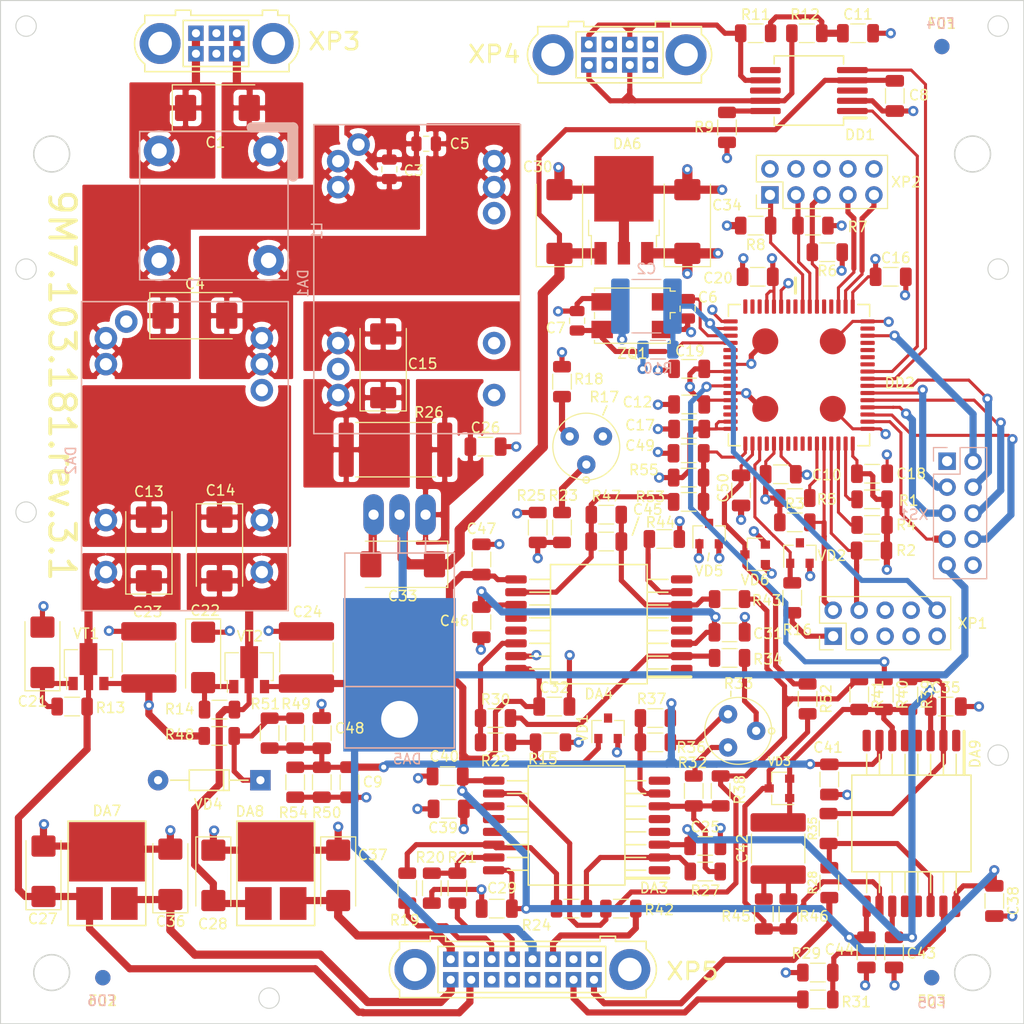
<source format=kicad_pcb>
(kicad_pcb (version 20171130) (host pcbnew "(5.1.9)-1")
  (title_block (title 9М7.103.181.rev.3.1))
  (layers (0 F.Cu signal) (1 In1.Cu power) (2 In2.Cu mixed) (31 B.Cu signal) (34 B.Paste user hide) (35 F.Paste user hide) (36 B.SilkS user) (37 F.SilkS user) (38 B.Mask user hide) (39 F.Mask user hide) (44 Edge.Cuts user))
  (net 0 "")
  (net 1 GND)
  (net 2 "Net-(C3-Pad2)")
  (net 3 /NRST)
  (net 4 +14V)
  (net 5 -14V)
  (net 6 /OSC1)
  (net 7 /OSC2)
  (net 8 +5V)
  (net 9 0VA)
  (net 10 +3,3V)
  (net 11 +15V)
  (net 12 -15V)
  (net 13 +12V)
  (net 14 /DUSZ)
  (net 15 /UPRZ)
  (net 16 "Net-(DA3-Pad15)")
  (net 17 "Net-(DA3-Pad7)")
  (net 18 "Net-(DD1-Pad8)")
  (net 19 "Net-(DD1-Pad7)")
  (net 20 "Net-(DD1-Pad6)")
  (net 21 /CANRX)
  (net 22 /CANTX)
  (net 23 /UART_TXD)
  (net 24 /UART_RXD)
  (net 25 /MODE0)
  (net 26 /MODE1)
  (net 27 /MODE2)
  (net 28 /SUZ)
  (net 29 /DT)
  (net 30 /TDO)
  (net 31 /TMS)
  (net 32 /TCK)
  (net 33 /TDI)
  (net 34 /TRST)
  (net 35 /CLZ)
  (net 36 /CHZ)
  (net 37 /BLZ)
  (net 38 /BHZ)
  (net 39 /ALZ)
  (net 40 /AHZ)
  (net 41 /DUS_Z+)
  (net 42 /DUS_Z-)
  (net 43 /DU_Z+)
  (net 44 /DU_Z-)
  (net 45 /VZ)
  (net 46 Earth)
  (net 47 /PWMZ)
  (net 48 "Net-(C4-Pad2)")
  (net 49 "Net-(C11-Pad1)")
  (net 50 +9V)
  (net 51 "Net-(C21-Pad1)")
  (net 52 "Net-(C22-Pad2)")
  (net 53 "Net-(C26-Pad1)")
  (net 54 -12V)
  (net 55 "Net-(C42-Pad2)")
  (net 56 "Net-(C42-Pad1)")
  (net 57 "Net-(C45-Pad2)")
  (net 58 "Net-(C45-Pad1)")
  (net 59 "Net-(DA1-Pad15)")
  (net 60 "Net-(DA1-Pad4)")
  (net 61 "Net-(DA3-Pad2)")
  (net 62 "Net-(DA3-Pad4)")
  (net 63 "Net-(DA3-Pad5)")
  (net 64 "Net-(DA3-Pad6)")
  (net 65 "Net-(DA3-Pad10)")
  (net 66 "Net-(DA3-Pad12)")
  (net 67 "Net-(DA3-Pad13)")
  (net 68 "Net-(DA3-Pad14)")
  (net 69 "Net-(DA4-Pad2)")
  (net 70 "Net-(DA4-Pad4)")
  (net 71 "Net-(DA4-Pad5)")
  (net 72 "Net-(DA4-Pad7)")
  (net 73 "Net-(DA4-Pad12)")
  (net 74 "Net-(DA4-Pad13)")
  (net 75 "Net-(DA4-Pad14)")
  (net 76 "Net-(DA4-Pad15)")
  (net 77 "Net-(DA9-Pad2)")
  (net 78 "Net-(DA9-Pad4)")
  (net 79 "Net-(DA9-Pad5)")
  (net 80 "Net-(DA9-Pad10)")
  (net 81 "Net-(DA9-Pad12)")
  (net 82 "Net-(DA9-Pad13)")
  (net 83 "Net-(DA9-Pad14)")
  (net 84 "Net-(DA9-Pad15)")
  (net 85 "Net-(DD1-Pad5)")
  (net 86 "Net-(DD2-Pad55)")
  (net 87 "Net-(DD2-Pad53)")
  (net 88 "Net-(DD2-Pad52)")
  (net 89 "Net-(DD2-Pad51)")
  (net 90 "Net-(DD2-Pad50)")
  (net 91 "Net-(DD2-Pad34)")
  (net 92 "Net-(DD2-Pad33)")
  (net 93 "Net-(DD2-Pad32)")
  (net 94 "Net-(DD2-Pad31)")
  (net 95 "Net-(DD2-Pad28)")
  (net 96 "Net-(DD2-Pad22)")
  (net 97 "Net-(DD2-Pad21)")
  (net 98 "Net-(DD2-Pad17)")
  (net 99 "Net-(DD2-Pad14)")
  (net 100 "Net-(DD2-Pad13)")
  (net 101 "Net-(DD2-Pad8)")
  (net 102 "Net-(DD2-Pad7)")
  (net 103 "Net-(DD2-Pad6)")
  (net 104 "Net-(DD2-Pad2)")
  (net 105 "Net-(DD2-Pad1)")
  (net 106 "Net-(DD2-Pad61)")
  (net 107 "Net-(DD2-Pad60)")
  (net 108 "Net-(R15-Pad2)")
  (net 109 "Net-(R17-Pad3)")
  (net 110 "Net-(R17-Pad2)")
  (net 111 "Net-(R32-Pad2)")
  (net 112 "Net-(R33-Pad1)")
  (net 113 "Net-(R33-Pad2)")
  (net 114 "Net-(R48-Pad2)")
  (net 115 "Net-(VD1-Pad3)")
  (net 116 "Net-(VD2-Pad3)")
  (net 117 "Net-(XP1-Pad8)")
  (net 118 "Net-(XP1-Pad7)")
  (net 119 "Net-(XP1-Pad6)")
  (net 120 -27V3)
  (net 121 +27V3)
  (net 122 "Net-(DA2-Pad4)")
  (module Fiducial:Fiducial_1.5mm_Mask3mm (layer B.Cu) (at 43.298 130.55)
    (fp_text reference FD6 (at -0.125 2.25) (layer B.SilkS) (effects (justify mirror)))
    (fp_text value Fiducial_1.5mm_Mask3mm)
    (pad "" smd circle (at 0 0) (size 1.5 1.5) (layers B.Cu B.Mask) (clearance 0.75))
  )
  (module Fiducial:Fiducial_1.5mm_Mask3mm (layer B.Cu) (at 124.298 130.55)
    (fp_text reference FD5 (at 0 2.4765) (layer B.SilkS) (effects (justify mirror)))
    (fp_text value Fiducial_1.5mm_Mask3mm)
    (pad "" smd circle (at 0 0) (size 1.5 1.5) (layers B.Cu B.Mask) (clearance 0.75))
  )
  (module Fiducial:Fiducial_1.5mm_Mask3mm (layer B.Cu) (at 125.298 39.55)
    (fp_text reference FD4 (at -0.125 -2.25) (layer B.SilkS) (effects (justify mirror)))
    (fp_text value Fiducial_1.5mm_Mask3mm)
    (pad "" smd circle (at 0 0) (size 1.5 1.5) (layers B.Cu B.Mask) (clearance 0.75))
  )
  (module Fiducial:Fiducial_1.5mm_Mask3mm (layer F.Cu) (at 125.298 39.55)
    (fp_text reference FD1 (at 0 -2.25) (layer F.SilkS))
    (fp_text value Fiducial_1.5mm_Mask3mm)
    (pad "" smd circle (at 0 0) (size 1.5 1.5) (layers F.Cu F.Mask) (clearance 0.75))
  )
  (module Fiducial:Fiducial_1.5mm_Mask3mm (layer F.Cu) (at 124.298 130.55)
    (fp_text reference FD3 (at 0 2.25) (layer F.SilkS))
    (fp_text value Fiducial_1.5mm_Mask3mm)
    (pad "" smd circle (at 0 0) (size 1.5 1.5) (layers F.Cu F.Mask) (clearance 0.75))
  )
  (module Fiducial:Fiducial_1.5mm_Mask3mm (layer F.Cu) (at 43.298 130.55)
    (fp_text reference FD2 (at 0 2.25) (layer F.SilkS))
    (fp_text value Fiducial_1.5mm_Mask3mm)
    (pad "" smd circle (at 0 0) (size 1.5 1.5) (layers F.Cu F.Mask) (clearance 0.75))
  )
  (module Package_TO_SOT_THT_RU:КТ-28А-2.02_Horizontal (layer B.Cu) (at 72.298 95.55)
    (fp_text reference DA5 (at 0.75 13.625) (layer B.SilkS) (effects (justify mirror)))
    (fp_text value ~)
    (pad 2 thru_hole roundrect (at 0 -10.25) (size 2 4) (drill 1) (layers *.Cu *.Mask) (roundrect_rratio 0.5) (net 8 +5V))
    (pad 4 smd rect (at 0 5.4) (size 11 15) (layers B.Cu B.Mask) (net 8 +5V))
    (pad 4 thru_hole circle (at 0 9.75) (size 6 6) (drill 3.6) (layers *.Cu *.Mask) (net 8 +5V))
    (pad 3 thru_hole roundrect (at 2.54 -10.25) (size 2 4) (drill 1) (layers *.Cu *.Mask) (roundrect_rratio 0.5) (net 53 "Net-(C26-Pad1)"))
    (pad 1 thru_hole roundrect (at -2.54 -10.25) (size 2 4) (drill 1) (layers *.Cu *.Mask) (roundrect_rratio 0.5) (net 1 GND))
  )
  (module Package_CDFP_RU:402.16-23 (layer F.Cu) (at 91.773 96 180)
    (fp_text reference DA4 (at 0 -6.825) (layer F.SilkS))
    (fp_text value ~)
    (pad 1 smd roundrect (at -8.1 -4.375 180) (size 2.1 0.8) (layers F.Cu F.Mask))
    (pad 2 smd roundrect (at -8.1 -3.125 180) (size 2.1 0.8) (layers F.Cu F.Mask) (net 69 "Net-(DA4-Pad2)"))
    (pad 3 smd roundrect (at -8.1 -1.875 180) (size 2.1 0.8) (layers F.Cu F.Mask) (net 4 +14V))
    (pad 4 smd roundrect (at -8.1 -0.625 180) (size 2.1 0.8) (layers F.Cu F.Mask) (net 70 "Net-(DA4-Pad4)"))
    (pad 5 smd roundrect (at -8.1 0.625 180) (size 2.1 0.8) (layers F.Cu F.Mask) (net 71 "Net-(DA4-Pad5)"))
    (pad 6 smd roundrect (at -8.1 1.875 180) (size 2.1 0.8) (layers F.Cu F.Mask) (net 57 "Net-(C45-Pad2)"))
    (pad 7 smd roundrect (at -8.1 3.125 180) (size 2.1 0.8) (layers F.Cu F.Mask) (net 72 "Net-(DA4-Pad7)"))
    (pad 8 smd roundrect (at -8.1 4.375 180) (size 2.1 0.8) (layers F.Cu F.Mask))
    (pad 9 smd roundrect (at 8.1 4.375 180) (size 2.1 0.8) (layers F.Cu F.Mask) (net 5 -14V))
    (pad 10 smd roundrect (at 8.1 3.125 180) (size 2.1 0.8) (layers F.Cu F.Mask) (net 58 "Net-(C45-Pad1)"))
    (pad 11 smd roundrect (at 8.1 1.875 180) (size 2.1 0.8) (layers F.Cu F.Mask) (net 4 +14V))
    (pad 12 smd roundrect (at 8.1 0.625 180) (size 2.1 0.8) (layers F.Cu F.Mask) (net 73 "Net-(DA4-Pad12)"))
    (pad 13 smd roundrect (at 8.1 -0.625 180) (size 2.1 0.8) (layers F.Cu F.Mask) (net 74 "Net-(DA4-Pad13)"))
    (pad 14 smd roundrect (at 8.1 -1.875 180) (size 2.1 0.8) (layers F.Cu F.Mask) (net 75 "Net-(DA4-Pad14)"))
    (pad 15 smd roundrect (at 8.1 -3.125 180) (size 2.1 0.8) (layers F.Cu F.Mask) (net 76 "Net-(DA4-Pad15)"))
    (pad 16 smd roundrect (at 8.1 -4.375 180) (size 2.1 0.8) (layers F.Cu F.Mask) (net 5 -14V))
  )
  (module Resistor_SMD:R_1206_3216Metric (layer F.Cu) (at 85.798 86.55 90)
    (fp_text reference R25 (at 3.125 -0.625 180) (layer F.SilkS))
    (fp_text value 10k)
    (pad 2 smd roundrect (at 1.4625 0 90) (size 1.125 1.75) (layers F.Cu F.Paste F.Mask) (roundrect_rratio 0.2222213333333333) (net 1 GND))
    (pad 1 smd roundrect (at -1.4625 0 90) (size 1.125 1.75) (layers F.Cu F.Paste F.Mask) (roundrect_rratio 0.2222213333333333) (net 76 "Net-(DA4-Pad15)"))
  )
  (module Resistor_SMD:R_1206_3216Metric (layer F.Cu) (at 87.048 107.55 180)
    (fp_text reference R15 (at 0.75 -1.625) (layer F.SilkS))
    (fp_text value 1к)
    (pad 2 smd roundrect (at 1.4625 0 180) (size 1.125 1.75) (layers F.Cu F.Paste F.Mask) (roundrect_rratio 0.2222213333333333) (net 108 "Net-(R15-Pad2)"))
    (pad 1 smd roundrect (at -1.4625 0 180) (size 1.125 1.75) (layers F.Cu F.Paste F.Mask) (roundrect_rratio 0.2222213333333333) (net 10 +3,3V))
  )
  (module Capacitor_SMD:C_1206_3216Metric (layer F.Cu) (at 87.423 104.05)
    (fp_text reference C32 (at 0 -1.85) (layer F.SilkS))
    (fp_text value 0.15)
    (pad 2 smd roundrect (at 1.475 0) (size 1.15 1.8) (layers F.Cu F.Paste F.Mask) (roundrect_rratio 0.2173904347826087) (net 1 GND))
    (pad 1 smd roundrect (at -1.475 0) (size 1.15 1.8) (layers F.Cu F.Paste F.Mask) (roundrect_rratio 0.2173904347826087) (net 5 -14V))
  )
  (module Resistor_SMD:R_1206_3216Metric (layer F.Cu) (at 92.498 85.3)
    (fp_text reference R47 (at 0 -1.82) (layer F.SilkS))
    (fp_text value 100к)
    (pad 2 smd roundrect (at 1.4625 0) (size 1.125 1.75) (layers F.Cu F.Paste F.Mask) (roundrect_rratio 0.2222213333333333) (net 57 "Net-(C45-Pad2)"))
    (pad 1 smd roundrect (at -1.4625 0) (size 1.125 1.75) (layers F.Cu F.Paste F.Mask) (roundrect_rratio 0.2222213333333333) (net 58 "Net-(C45-Pad1)"))
  )
  (module Capacitor_SMD:C_1206_3216Metric (layer F.Cu) (at 92.498 87.925)
    (fp_text reference C45 (at 4.05 -3.125) (layer F.SilkS))
    (fp_text value 0.15)
    (pad 2 smd roundrect (at 1.475 0) (size 1.15 1.8) (layers F.Cu F.Paste F.Mask) (roundrect_rratio 0.2173904347826087) (net 57 "Net-(C45-Pad2)"))
    (pad 1 smd roundrect (at -1.475 0) (size 1.15 1.8) (layers F.Cu F.Paste F.Mask) (roundrect_rratio 0.2173904347826087) (net 58 "Net-(C45-Pad1)"))
  )
  (module Capacitor_SMD:C_1206_3216Metric (layer F.Cu) (at 130.423 123.05 270)
    (fp_text reference C38 (at 0 -1.85 90) (layer F.SilkS))
    (fp_text value 0.15)
    (pad 2 smd roundrect (at 1.475 0 270) (size 1.15 1.8) (layers F.Cu F.Paste F.Mask) (roundrect_rratio 0.2173904347826087) (net 1 GND))
    (pad 1 smd roundrect (at -1.475 0 270) (size 1.15 1.8) (layers F.Cu F.Paste F.Mask) (roundrect_rratio 0.2173904347826087) (net 5 -14V))
  )
  (module Capacitor_SMD:C_1206_3216Metric (layer F.Cu) (at 105.673 82.925 270)
    (fp_text reference C50 (at -0.25 1.75 90) (layer F.SilkS))
    (fp_text value 0.15)
    (pad 2 smd roundrect (at 1.475 0 270) (size 1.15 1.8) (layers F.Cu F.Paste F.Mask) (roundrect_rratio 0.2173904347826087) (net 1 GND))
    (pad 1 smd roundrect (at -1.475 0 270) (size 1.15 1.8) (layers F.Cu F.Paste F.Mask) (roundrect_rratio 0.2173904347826087) (net 15 /UPRZ))
  )
  (module Resistor_SMD:R_1206_3216Metric (layer F.Cu) (at 112.698 57.05 180)
    (fp_text reference R7 (at -4.35 -0.125) (layer F.SilkS))
    (fp_text value 10к)
    (pad 2 smd roundrect (at 1.4625 0 180) (size 1.125 1.75) (layers F.Cu F.Paste F.Mask) (roundrect_rratio 0.2222213333333333) (net 26 /MODE1))
    (pad 1 smd roundrect (at -1.4625 0 180) (size 1.125 1.75) (layers F.Cu F.Paste F.Mask) (roundrect_rratio 0.2222213333333333) (net 1 GND))
  )
  (module Connector_RU:СНП401-6ВП21-4 (layer F.Cu) (at 52.398 40.25)
    (fp_text reference XP3 (at 13.525 -1.2 unlocked) (layer F.SilkS) (effects (font (size 1.66624 1.7526) (thickness 0.254))))
    (fp_text value ~ hide)
    (pad 8 thru_hole circle (at 7.55 -0.99992) (size 4 4) (drill 2.3) (layers *.Cu *.Mask))
    (pad 7 thru_hole circle (at -3.49992 -0.99989) (size 4 4) (drill 2.3) (layers *.Cu *.Mask))
    (pad 5 thru_hole rect (at 4 -0.00004) (size 1.5 1.5) (drill 0.8) (layers *.Cu *.Mask) (net 120 -27V3))
    (pad 3 thru_hole rect (at 1.99996 -0.00006) (size 1.5 1.5) (drill 0.8) (layers *.Cu *.Mask) (net 46 Earth))
    (pad 1 thru_hole rect (at 0 0) (size 1.5 1.5) (drill 0.8) (layers *.Cu *.Mask) (net 121 +27V3))
    (pad 6 thru_hole rect (at 4.0001 -2.00005) (size 1.5 1.5) (drill 0.8) (layers *.Cu *.Mask) (net 120 -27V3))
    (pad 4 thru_hole rect (at 2 -1.99993) (size 1.5 1.5) (drill 0.8) (layers *.Cu *.Mask) (net 46 Earth))
    (pad 2 thru_hole rect (at -0.00006 -1.99996) (size 1.5 1.5) (drill 0.8) (layers *.Cu *.Mask) (net 121 +27V3))
  )
  (module Resistor_SMD:R_1206_3216Metric (layer F.Cu) (at 114.098 59.65 180)
    (fp_text reference R6 (at 0 -1.82) (layer F.SilkS))
    (fp_text value 10к)
    (pad 2 smd roundrect (at 1.4625 0 180) (size 1.125 1.75) (layers F.Cu F.Paste F.Mask) (roundrect_rratio 0.2222213333333333) (net 25 /MODE0))
    (pad 1 smd roundrect (at -1.4625 0 180) (size 1.125 1.75) (layers F.Cu F.Paste F.Mask) (roundrect_rratio 0.2222213333333333) (net 10 +3,3V))
  )
  (module Resistor_SMD:R_1206_3216Metric (layer F.Cu) (at 112.098 38.25 180)
    (fp_text reference R12 (at 0.175 1.825) (layer F.SilkS))
    (fp_text value 62)
    (pad 2 smd roundrect (at 1.4625 0 180) (size 1.125 1.75) (layers F.Cu F.Paste F.Mask) (roundrect_rratio 0.2222213333333333) (net 19 "Net-(DD1-Pad7)"))
    (pad 1 smd roundrect (at -1.4625 0 180) (size 1.125 1.75) (layers F.Cu F.Paste F.Mask) (roundrect_rratio 0.2222213333333333) (net 49 "Net-(C11-Pad1)"))
  )
  (module Crystal:Crystal_SMD_7050-4Pin_7.0x5.0mm (layer F.Cu) (at 95.048 65.85 180)
    (fp_text reference ZQ1 (at 0 -3.7) (layer F.SilkS))
    (fp_text value ~)
    (pad 4 smd rect (at -2.95 -1.35 180) (size 2.1 1.7) (layers F.Cu F.Paste F.Mask) (net 1 GND))
    (pad 3 smd rect (at 2.95 -1.35 180) (size 2.1 1.7) (layers F.Cu F.Paste F.Mask) (net 7 /OSC2))
    (pad 2 smd rect (at 2.95 1.35 180) (size 2.1 1.7) (layers F.Cu F.Paste F.Mask) (net 1 GND))
    (pad 1 smd rect (at -2.95 1.35 180) (size 2.1 1.7) (layers F.Cu F.Paste F.Mask) (net 6 /OSC1))
  )
  (module Connector_PinSocket_2.54mm:PinSocket_2x05_P2.54mm_Vertical (layer B.Cu) (at 125.808 80.07 180)
    (fp_text reference XS1 (at 3.26 -5.23 180) (layer B.SilkS) (effects (justify mirror)))
    (fp_text value ~)
    (pad 10 thru_hole oval (at -2.54 -10.16 180) (size 1.7 1.7) (drill 1) (layers *.Cu *.Mask) (net 1 GND))
    (pad 9 thru_hole oval (at 0 -10.16 180) (size 1.7 1.7) (drill 1) (layers *.Cu *.Mask) (net 8 +5V))
    (pad 8 thru_hole oval (at -2.54 -7.62 180) (size 1.7 1.7) (drill 1) (layers *.Cu *.Mask) (net 36 /CHZ))
    (pad 7 thru_hole oval (at 0 -7.62 180) (size 1.7 1.7) (drill 1) (layers *.Cu *.Mask) (net 35 /CLZ))
    (pad 6 thru_hole oval (at -2.54 -5.08 180) (size 1.7 1.7) (drill 1) (layers *.Cu *.Mask) (net 38 /BHZ))
    (pad 5 thru_hole oval (at 0 -5.08 180) (size 1.7 1.7) (drill 1) (layers *.Cu *.Mask) (net 37 /BLZ))
    (pad 4 thru_hole oval (at -2.54 -2.54 180) (size 1.7 1.7) (drill 1) (layers *.Cu *.Mask) (net 40 /AHZ))
    (pad 3 thru_hole oval (at 0 -2.54 180) (size 1.7 1.7) (drill 1) (layers *.Cu *.Mask) (net 39 /ALZ))
    (pad 2 thru_hole oval (at -2.54 0 180) (size 1.7 1.7) (drill 1) (layers *.Cu *.Mask) (net 47 /PWMZ))
    (pad 1 thru_hole rect (at 0 0 180) (size 1.7 1.7) (drill 1) (layers *.Cu *.Mask) (net 10 +3,3V))
  )
  (module Connector_RU:СНП401-16ВП21-4 (layer F.Cu) (at 77.298 130.75)
    (fp_text reference XP5 (at 23.625 -0.825 unlocked) (layer F.SilkS) (effects (font (size 1.66624 1.7526) (thickness 0.254))))
    (fp_text value ~ hide)
    (pad 11 thru_hole rect (at 10 0) (size 1.5 1.5) (drill 0.8) (layers *.Cu *.Mask) (net 1 GND))
    (pad 21 thru_hole circle (at -3.5 -1) (size 4 4) (drill 2.3) (layers *.Cu *.Mask))
    (pad 12 thru_hole rect (at 10 -2 90) (size 1.5 1.5) (drill 0.8) (layers *.Cu *.Mask) (net 45 /VZ))
    (pad 17 thru_hole circle (at 17.5 -1) (size 4 4) (drill 2.3) (layers *.Cu *.Mask))
    (pad 15 thru_hole rect (at 14 0) (size 1.5 1.5) (drill 0.8) (layers *.Cu *.Mask) (net 43 /DU_Z+))
    (pad 13 thru_hole rect (at 12 0) (size 1.5 1.5) (drill 0.8) (layers *.Cu *.Mask) (net 44 /DU_Z-))
    (pad 9 thru_hole rect (at 8 0) (size 1.5 1.5) (drill 0.8) (layers *.Cu *.Mask) (net 1 GND))
    (pad 7 thru_hole rect (at 6 0) (size 1.5 1.5) (drill 0.8) (layers *.Cu *.Mask) (net 1 GND))
    (pad 5 thru_hole rect (at 4 0) (size 1.5 1.5) (drill 0.8) (layers *.Cu *.Mask) (net 1 GND))
    (pad 3 thru_hole rect (at 2 0) (size 1.5 1.5) (drill 0.8) (layers *.Cu *.Mask) (net 11 +15V))
    (pad 1 thru_hole rect (at 0 0) (size 1.5 1.5) (drill 0.8) (layers *.Cu *.Mask) (net 13 +12V))
    (pad 16 thru_hole rect (at 14 -2) (size 1.5 1.5) (drill 0.8) (layers *.Cu *.Mask) (net 1 GND))
    (pad 14 thru_hole rect (at 12 -2 90) (size 1.5 1.5) (drill 0.8) (layers *.Cu *.Mask) (net 1 GND))
    (pad 10 thru_hole rect (at 8 -2 90) (size 1.5 1.5) (drill 0.8) (layers *.Cu *.Mask) (net 8 +5V))
    (pad 8 thru_hole rect (at 6 -2 90) (size 1.5 1.5) (drill 0.8) (layers *.Cu *.Mask) (net 42 /DUS_Z-))
    (pad 6 thru_hole rect (at 4 -2 90) (size 1.5 1.5) (drill 0.8) (layers *.Cu *.Mask) (net 41 /DUS_Z+))
    (pad 4 thru_hole rect (at 2 -2 90) (size 1.5 1.5) (drill 0.8) (layers *.Cu *.Mask) (net 1 GND))
    (pad 2 thru_hole rect (at 0 -2) (size 1.5 1.5) (drill 0.8) (layers *.Cu *.Mask) (net 54 -12V))
  )
  (module Connector_RU:СНП401-8ВП21-4 (layer F.Cu) (at 90.798 41.35)
    (fp_text reference XP4 (at -9.25 -1.05 unlocked) (layer F.SilkS) (effects (font (size 1.66624 1.7526) (thickness 0.254))))
    (fp_text value ~ hide)
    (pad 10 thru_hole circle (at 9.50007 -0.99992) (size 4 4) (drill 2.3) (layers *.Cu *.Mask))
    (pad 9 thru_hole circle (at -3.49992 -0.99989) (size 4 4) (drill 2.3) (layers *.Cu *.Mask))
    (pad 7 thru_hole rect (at 6.00002 -0.00008) (size 1.5 1.5) (drill 0.8) (layers *.Cu *.Mask) (net 1 GND))
    (pad 5 thru_hole rect (at 4 -0.00004) (size 1.5 1.5) (drill 0.8) (layers *.Cu *.Mask) (net 19 "Net-(DD1-Pad7)"))
    (pad 3 thru_hole rect (at 1.99996 -0.00006) (size 1.5 1.5) (drill 0.8) (layers *.Cu *.Mask) (net 1 GND))
    (pad 1 thru_hole rect (at 0 0) (size 1.5 1.5) (drill 0.8) (layers *.Cu *.Mask) (net 19 "Net-(DD1-Pad7)"))
    (pad 8 thru_hole rect (at 6.00003 -1.99994) (size 1.5 1.5) (drill 0.8) (layers *.Cu *.Mask) (net 1 GND))
    (pad 6 thru_hole rect (at 4.0001 -2.00005) (size 1.5 1.5) (drill 0.8) (layers *.Cu *.Mask) (net 20 "Net-(DD1-Pad6)"))
    (pad 4 thru_hole rect (at 2 -1.99993) (size 1.5 1.5) (drill 0.8) (layers *.Cu *.Mask) (net 1 GND))
    (pad 2 thru_hole rect (at -0.00006 -1.99996) (size 1.5 1.5) (drill 0.8) (layers *.Cu *.Mask) (net 20 "Net-(DD1-Pad6)"))
  )
  (module Connector_PinHeader_2.54mm:PinHeader_2x05_P2.54mm_Vertical (layer F.Cu) (at 108.498 54.05 90)
    (fp_text reference XP2 (at 1.25 13.3 180) (layer F.SilkS))
    (fp_text value ~)
    (pad 10 thru_hole oval (at 2.54 10.16 90) (size 1.7 1.7) (drill 1) (layers *.Cu *.Mask) (net 1 GND))
    (pad 9 thru_hole oval (at 0 10.16 90) (size 1.7 1.7) (drill 1) (layers *.Cu *.Mask) (net 23 /UART_TXD))
    (pad 8 thru_hole oval (at 2.54 7.62 90) (size 1.7 1.7) (drill 1) (layers *.Cu *.Mask) (net 1 GND))
    (pad 7 thru_hole oval (at 0 7.62 90) (size 1.7 1.7) (drill 1) (layers *.Cu *.Mask) (net 24 /UART_RXD))
    (pad 6 thru_hole oval (at 2.54 5.08 90) (size 1.7 1.7) (drill 1) (layers *.Cu *.Mask) (net 1 GND))
    (pad 5 thru_hole oval (at 0 5.08 90) (size 1.7 1.7) (drill 1) (layers *.Cu *.Mask) (net 25 /MODE0))
    (pad 4 thru_hole oval (at 2.54 2.54 90) (size 1.7 1.7) (drill 1) (layers *.Cu *.Mask) (net 10 +3,3V))
    (pad 3 thru_hole oval (at 0 2.54 90) (size 1.7 1.7) (drill 1) (layers *.Cu *.Mask) (net 26 /MODE1))
    (pad 2 thru_hole oval (at 2.54 0 90) (size 1.7 1.7) (drill 1) (layers *.Cu *.Mask) (net 10 +3,3V))
    (pad 1 thru_hole rect (at 0 0 90) (size 1.7 1.7) (drill 1) (layers *.Cu *.Mask) (net 27 /MODE2))
  )
  (module Connector_PinHeader_2.54mm:PinHeader_2x05_P2.54mm_Vertical (layer F.Cu) (at 114.673 97.175 90)
    (fp_text reference XP1 (at 1.25 13.625 180) (layer F.SilkS))
    (fp_text value ~)
    (pad 10 thru_hole oval (at 2.54 10.16 90) (size 1.7 1.7) (drill 1) (layers *.Cu *.Mask) (net 3 /NRST))
    (pad 9 thru_hole oval (at 0 10.16 90) (size 1.7 1.7) (drill 1) (layers *.Cu *.Mask) (net 1 GND))
    (pad 8 thru_hole oval (at 2.54 7.62 90) (size 1.7 1.7) (drill 1) (layers *.Cu *.Mask) (net 117 "Net-(XP1-Pad8)"))
    (pad 7 thru_hole oval (at 0 7.62 90) (size 1.7 1.7) (drill 1) (layers *.Cu *.Mask) (net 118 "Net-(XP1-Pad7)"))
    (pad 6 thru_hole oval (at 2.54 5.08 90) (size 1.7 1.7) (drill 1) (layers *.Cu *.Mask) (net 119 "Net-(XP1-Pad6)"))
    (pad 5 thru_hole oval (at 0 5.08 90) (size 1.7 1.7) (drill 1) (layers *.Cu *.Mask) (net 1 GND))
    (pad 4 thru_hole oval (at 2.54 2.54 90) (size 1.7 1.7) (drill 1) (layers *.Cu *.Mask) (net 32 /TCK))
    (pad 3 thru_hole oval (at 0 2.54 90) (size 1.7 1.7) (drill 1) (layers *.Cu *.Mask) (net 1 GND))
    (pad 2 thru_hole oval (at 2.54 0 90) (size 1.7 1.7) (drill 1) (layers *.Cu *.Mask) (net 31 /TMS))
    (pad 1 thru_hole rect (at 0 0 90) (size 1.7 1.7) (drill 1) (layers *.Cu *.Mask) (net 10 +3,3V))
  )
  (module Package_TO_SOT_SMD:SOT-89-3 (layer F.Cu) (at 57.598 100.45 90)
    (fp_text reference VT2 (at 3.275 0.075 180) (layer F.SilkS))
    (fp_text value ~)
    (pad 2 smd custom (at -1.5625 0 90) (size 1.475 0.9) (layers F.Cu F.Paste F.Mask) (net 12 -15V) (options (clearance outline) (anchor rect)) (primitives (gr_poly (pts (xy 0.7375 -0.8665) (xy 3.8625 -0.8665) (xy 3.8625 0.8665) (xy 0.7375 0.8665)) (width 0))))
    (pad 3 smd rect (at -1.65 1.5 90) (size 1.3 0.9) (layers F.Cu F.Paste F.Mask) (net 5 -14V))
    (pad 1 smd rect (at -1.65 -1.5 90) (size 1.3 0.9) (layers F.Cu F.Paste F.Mask) (net 52 "Net-(C22-Pad2)"))
  )
  (module Package_TO_SOT_SMD:SOT-89-3 (layer F.Cu) (at 41.898 100.15 90)
    (fp_text reference VT1 (at 3.225 -0.225 180) (layer F.SilkS))
    (fp_text value ~)
    (pad 2 smd custom (at -1.5625 0 90) (size 1.475 0.9) (layers F.Cu F.Paste F.Mask) (net 11 +15V) (options (clearance outline) (anchor rect)) (primitives (gr_poly (pts (xy 0.7375 -0.8665) (xy 3.8625 -0.8665) (xy 3.8625 0.8665) (xy 0.7375 0.8665)) (width 0))))
    (pad 3 smd rect (at -1.65 1.5 90) (size 1.3 0.9) (layers F.Cu F.Paste F.Mask) (net 4 +14V))
    (pad 1 smd rect (at -1.65 -1.5 90) (size 1.3 0.9) (layers F.Cu F.Paste F.Mask) (net 51 "Net-(C21-Pad1)"))
  )
  (module Package_TO_SOT_SMD:SOT-23 (layer F.Cu) (at 107.048 89.175 180)
    (fp_text reference VD6 (at 0 -2.5) (layer F.SilkS))
    (fp_text value ~)
    (pad 3 smd rect (at 1 0 180) (size 0.9 0.8) (layers F.Cu F.Paste F.Mask) (net 15 /UPRZ))
    (pad 2 smd rect (at -1 0.95 180) (size 0.9 0.8) (layers F.Cu F.Paste F.Mask) (net 10 +3,3V))
    (pad 1 smd rect (at -1 -0.95 180) (size 0.9 0.8) (layers F.Cu F.Paste F.Mask) (net 1 GND))
  )
  (module Package_TO_SOT_SMD:SOT-23 (layer F.Cu) (at 102.548 87.15 90)
    (fp_text reference VD5 (at -3.65 0 180) (layer F.SilkS))
    (fp_text value ~)
    (pad 3 smd rect (at 1 0 90) (size 0.9 0.8) (layers F.Cu F.Paste F.Mask) (net 14 /DUSZ))
    (pad 2 smd rect (at -1 0.95 90) (size 0.9 0.8) (layers F.Cu F.Paste F.Mask) (net 10 +3,3V))
    (pad 1 smd rect (at -1 -0.95 90) (size 0.9 0.8) (layers F.Cu F.Paste F.Mask) (net 1 GND))
  )
  (module Diode_THT_RU:D_КД-2_P10.00mm_Horizontal (layer F.Cu) (at 58.698 111.25 180)
    (fp_text reference VD4 (at 5.1 -2.35) (layer F.SilkS))
    (fp_text value ~)
    (pad 1 thru_hole rect (at 0 0 180) (size 2 2) (drill 0.8) (layers *.Cu *.Mask) (net 114 "Net-(R48-Pad2)"))
    (pad 2 thru_hole oval (at 10 0 180) (size 2 2) (drill 0.8) (layers *.Cu *.Mask) (net 1 GND))
  )
  (module Package_TO_SOT_SMD:SOT-23 (layer F.Cu) (at 109.423 112.05 180)
    (fp_text reference VD3 (at 0 2.625) (layer F.SilkS) (effects (font (size 0.8 0.8))))
    (fp_text value ~)
    (pad 3 smd rect (at 1 0 180) (size 0.9 0.8) (layers F.Cu F.Paste F.Mask) (net 80 "Net-(DA9-Pad10)"))
    (pad 2 smd rect (at -1 0.95 180) (size 0.9 0.8) (layers F.Cu F.Paste F.Mask) (net 55 "Net-(C42-Pad2)"))
    (pad 1 smd rect (at -1 -0.95 180) (size 0.9 0.8) (layers F.Cu F.Paste F.Mask) (net 55 "Net-(C42-Pad2)"))
  )
  (module Package_TO_SOT_SMD:SOT-23 (layer F.Cu) (at 111.423 89.05 90)
    (fp_text reference VD2 (at -0.25 3.125 180) (layer F.SilkS))
    (fp_text value ~)
    (pad 3 smd rect (at 1 0 90) (size 0.9 0.8) (layers F.Cu F.Paste F.Mask) (net 116 "Net-(VD2-Pad3)"))
    (pad 2 smd rect (at -1 0.95 90) (size 0.9 0.8) (layers F.Cu F.Paste F.Mask) (net 1 GND))
    (pad 1 smd rect (at -1 -0.95 90) (size 0.9 0.8) (layers F.Cu F.Paste F.Mask) (net 29 /DT))
  )
  (module Package_TO_SOT_SMD:SOT-23 (layer F.Cu) (at 92.673 106.175 90)
    (fp_text reference VD1 (at 0 -2.5 90) (layer F.SilkS))
    (fp_text value ~)
    (pad 3 smd rect (at 1 0 90) (size 0.9 0.8) (layers F.Cu F.Paste F.Mask) (net 115 "Net-(VD1-Pad3)"))
    (pad 2 smd rect (at -1 0.95 90) (size 0.9 0.8) (layers F.Cu F.Paste F.Mask) (net 1 GND))
    (pad 1 smd rect (at -1 -0.95 90) (size 0.9 0.8) (layers F.Cu F.Paste F.Mask) (net 108 "Net-(R15-Pad2)"))
  )
  (module Resistor_SMD:R_1206_3216Metric (layer F.Cu) (at 100.548 81.675 180)
    (fp_text reference R55 (at 4.375 0.75) (layer F.SilkS))
    (fp_text value 1к)
    (pad 2 smd roundrect (at 1.4625 0 180) (size 1.125 1.75) (layers F.Cu F.Paste F.Mask) (roundrect_rratio 0.2222213333333333) (net 9 0VA))
    (pad 1 smd roundrect (at -1.4625 0 180) (size 1.125 1.75) (layers F.Cu F.Paste F.Mask) (roundrect_rratio 0.2222213333333333) (net 14 /DUSZ))
  )
  (module Resistor_SMD:R_1206_3216Metric (layer F.Cu) (at 62.098 111.45 270)
    (fp_text reference R54 (at 2.975 0.175 180) (layer F.SilkS))
    (fp_text value 1k)
    (pad 2 smd roundrect (at 1.4625 0 270) (size 1.125 1.75) (layers F.Cu F.Paste F.Mask) (roundrect_rratio 0.2222213333333333) (net 1 GND))
    (pad 1 smd roundrect (at -1.4625 0 270) (size 1.125 1.75) (layers F.Cu F.Paste F.Mask) (roundrect_rratio 0.2222213333333333) (net 9 0VA))
  )
  (module Resistor_SMD:R_1206_3216Metric (layer F.Cu) (at 100.548 84.05)
    (fp_text reference R53 (at -3.75 -0.5) (layer F.SilkS))
    (fp_text value 6.19к)
    (pad 2 smd roundrect (at 1.4625 0) (size 1.125 1.75) (layers F.Cu F.Paste F.Mask) (roundrect_rratio 0.2222213333333333) (net 14 /DUSZ))
    (pad 1 smd roundrect (at -1.4625 0) (size 1.125 1.75) (layers F.Cu F.Paste F.Mask) (roundrect_rratio 0.2222213333333333) (net 58 "Net-(C45-Pad1)"))
  )
  (module Resistor_SMD:R_1206_3216Metric (layer F.Cu) (at 112.173 103.3 270)
    (fp_text reference R52 (at 0 -1.82 90) (layer F.SilkS))
    (fp_text value 1к)
    (pad 2 smd roundrect (at 1.4625 0 270) (size 1.125 1.75) (layers F.Cu F.Paste F.Mask) (roundrect_rratio 0.2222213333333333) (net 80 "Net-(DA9-Pad10)"))
    (pad 1 smd roundrect (at -1.4625 0 270) (size 1.125 1.75) (layers F.Cu F.Paste F.Mask) (roundrect_rratio 0.2222213333333333) (net 15 /UPRZ))
  )
  (module Resistor_SMD:R_1206_3216Metric (layer F.Cu) (at 59.598 106.65 270)
    (fp_text reference R51 (at -2.85 0.425 180) (layer F.SilkS))
    (fp_text value 5.11k)
    (pad 2 smd roundrect (at 1.4625 0 270) (size 1.125 1.75) (layers F.Cu F.Paste F.Mask) (roundrect_rratio 0.2222213333333333) (net 9 0VA))
    (pad 1 smd roundrect (at -1.4625 0 270) (size 1.125 1.75) (layers F.Cu F.Paste F.Mask) (roundrect_rratio 0.2222213333333333) (net 114 "Net-(R48-Pad2)"))
  )
  (module Resistor_SMD:R_1206_3216Metric (layer F.Cu) (at 62.098 106.65 270)
    (fp_text reference R49 (at -2.85 -0.075 180) (layer F.SilkS))
    (fp_text value 51.1k)
    (pad 2 smd roundrect (at 1.4625 0 270) (size 1.125 1.75) (layers F.Cu F.Paste F.Mask) (roundrect_rratio 0.2222213333333333) (net 9 0VA))
    (pad 1 smd roundrect (at -1.4625 0 270) (size 1.125 1.75) (layers F.Cu F.Paste F.Mask) (roundrect_rratio 0.2222213333333333) (net 114 "Net-(R48-Pad2)"))
  )
  (module Resistor_SMD:R_1206_3216Metric (layer F.Cu) (at 54.673 106.925)
    (fp_text reference R48 (at -3.875 -0.125) (layer F.SilkS))
    (fp_text value 510)
    (pad 2 smd roundrect (at 1.4625 0) (size 1.125 1.75) (layers F.Cu F.Paste F.Mask) (roundrect_rratio 0.2222213333333333) (net 114 "Net-(R48-Pad2)"))
    (pad 1 smd roundrect (at -1.4625 0) (size 1.125 1.75) (layers F.Cu F.Paste F.Mask) (roundrect_rratio 0.2222213333333333) (net 4 +14V))
  )
  (module Resistor_SMD:R_1206_3216Metric (layer F.Cu) (at 110.298 124.325 270)
    (fp_text reference R46 (at 0.225 -2.5 180) (layer F.SilkS))
    (fp_text value 51.1k)
    (pad 2 smd roundrect (at 1.4625 0 270) (size 1.125 1.75) (layers F.Cu F.Paste F.Mask) (roundrect_rratio 0.2222213333333333) (net 80 "Net-(DA9-Pad10)"))
    (pad 1 smd roundrect (at -1.4625 0 270) (size 1.125 1.75) (layers F.Cu F.Paste F.Mask) (roundrect_rratio 0.2222213333333333) (net 56 "Net-(C42-Pad1)"))
  )
  (module Resistor_SMD:R_1206_3216Metric (layer F.Cu) (at 98.173 87.675)
    (fp_text reference R44 (at -0.375 -1.625) (layer F.SilkS))
    (fp_text value 51.1к)
    (pad 2 smd roundrect (at 1.4625 0) (size 1.125 1.75) (layers F.Cu F.Paste F.Mask) (roundrect_rratio 0.2222213333333333) (net 9 0VA))
    (pad 1 smd roundrect (at -1.4625 0) (size 1.125 1.75) (layers F.Cu F.Paste F.Mask) (roundrect_rratio 0.2222213333333333) (net 72 "Net-(DA4-Pad7)"))
  )
  (module Resistor_SMD:R_1206_3216Metric (layer F.Cu) (at 104.548 93.55)
    (fp_text reference R43 (at 3.625 0.125) (layer F.SilkS))
    (fp_text value 100к)
    (pad 2 smd roundrect (at 1.4625 0) (size 1.125 1.75) (layers F.Cu F.Paste F.Mask) (roundrect_rratio 0.2222213333333333) (net 65 "Net-(DA3-Pad10)"))
    (pad 1 smd roundrect (at -1.4625 0) (size 1.125 1.75) (layers F.Cu F.Paste F.Mask) (roundrect_rratio 0.2222213333333333) (net 57 "Net-(C45-Pad2)"))
  )
  (module Resistor_SMD:R_1206_3216Metric (layer F.Cu) (at 93.923 123.8)
    (fp_text reference R42 (at 3.75 0.125) (layer F.SilkS))
    (fp_text value 1к)
    (pad 2 smd roundrect (at 1.4625 0) (size 1.125 1.75) (layers F.Cu F.Paste F.Mask) (roundrect_rratio 0.2222213333333333) (net 45 /VZ))
    (pad 1 smd roundrect (at -1.4625 0) (size 1.125 1.75) (layers F.Cu F.Paste F.Mask) (roundrect_rratio 0.2222213333333333) (net 65 "Net-(DA3-Pad10)"))
  )
  (module Resistor_SMD:R_1206_3216Metric (layer F.Cu) (at 117.223 102.875 270)
    (fp_text reference R41 (at 0 -1.82 90) (layer F.SilkS))
    (fp_text value 301к)
    (pad 2 smd roundrect (at 1.4625 0 270) (size 1.125 1.75) (layers F.Cu F.Paste F.Mask) (roundrect_rratio 0.2222213333333333) (net 55 "Net-(C42-Pad2)"))
    (pad 1 smd roundrect (at -1.4625 0 270) (size 1.125 1.75) (layers F.Cu F.Paste F.Mask) (roundrect_rratio 0.2222213333333333) (net 65 "Net-(DA3-Pad10)"))
  )
  (module Resistor_SMD:R_1206_3216Metric (layer F.Cu) (at 119.623 102.875 270)
    (fp_text reference R40 (at 0 -1.82 90) (layer F.SilkS))
    (fp_text value 51.1k)
    (pad 2 smd roundrect (at 1.4625 0 270) (size 1.125 1.75) (layers F.Cu F.Paste F.Mask) (roundrect_rratio 0.2222213333333333) (net 55 "Net-(C42-Pad2)"))
    (pad 1 smd roundrect (at -1.4625 0 270) (size 1.125 1.75) (layers F.Cu F.Paste F.Mask) (roundrect_rratio 0.2222213333333333) (net 28 /SUZ))
  )
  (module Resistor_SMD:R_1206_3216Metric (layer F.Cu) (at 122.023 102.875 270)
    (fp_text reference R39 (at 0 -1.82 90) (layer F.SilkS))
    (fp_text value 100k)
    (pad 2 smd roundrect (at 1.4625 0 270) (size 1.125 1.75) (layers F.Cu F.Paste F.Mask) (roundrect_rratio 0.2222213333333333) (net 55 "Net-(C42-Pad2)"))
    (pad 1 smd roundrect (at -1.4625 0 270) (size 1.125 1.75) (layers F.Cu F.Paste F.Mask) (roundrect_rratio 0.2222213333333333) (net 77 "Net-(DA9-Pad2)"))
  )
  (module Resistor_SMD:R_1206_3216Metric (layer F.Cu) (at 103.673 112.3 90)
    (fp_text reference R38 (at 0.125 1.875 90) (layer F.SilkS))
    (fp_text value 10k)
    (pad 2 smd roundrect (at 1.4625 0 90) (size 1.125 1.75) (layers F.Cu F.Paste F.Mask) (roundrect_rratio 0.2222213333333333) (net 65 "Net-(DA3-Pad10)"))
    (pad 1 smd roundrect (at -1.4625 0 90) (size 1.125 1.75) (layers F.Cu F.Paste F.Mask) (roundrect_rratio 0.2222213333333333) (net 64 "Net-(DA3-Pad6)"))
  )
  (module Resistor_SMD:R_1206_3216Metric (layer F.Cu) (at 97.298 105.175)
    (fp_text reference R37 (at -0.375 -1.875) (layer F.SilkS))
    (fp_text value 10k)
    (pad 2 smd roundrect (at 1.4625 0) (size 1.125 1.75) (layers F.Cu F.Paste F.Mask) (roundrect_rratio 0.2222213333333333) (net 9 0VA))
    (pad 1 smd roundrect (at -1.4625 0) (size 1.125 1.75) (layers F.Cu F.Paste F.Mask) (roundrect_rratio 0.2222213333333333) (net 17 "Net-(DA3-Pad7)"))
  )
  (module Resistor_SMD:R_1206_3216Metric (layer F.Cu) (at 97.298 107.55)
    (fp_text reference R36 (at 3.5 0.5) (layer F.SilkS))
    (fp_text value 10k)
    (pad 2 smd roundrect (at 1.4625 0) (size 1.125 1.75) (layers F.Cu F.Paste F.Mask) (roundrect_rratio 0.2222213333333333) (net 112 "Net-(R33-Pad1)"))
    (pad 1 smd roundrect (at -1.4625 0) (size 1.125 1.75) (layers F.Cu F.Paste F.Mask) (roundrect_rratio 0.2222213333333333) (net 17 "Net-(DA3-Pad7)"))
  )
  (module Resistor_SMD:R_1206_3216Metric (layer F.Cu) (at 114.223 115.975 90)
    (fp_text reference R35 (at 0 -1.55 90) (layer F.SilkS) (effects (font (size 0.8 0.8))))
    (fp_text value 20k)
    (pad 2 smd roundrect (at 1.4625 0 90) (size 1.125 1.75) (layers F.Cu F.Paste F.Mask) (roundrect_rratio 0.2222213333333333) (net 77 "Net-(DA9-Pad2)"))
    (pad 1 smd roundrect (at -1.4625 0 90) (size 1.125 1.75) (layers F.Cu F.Paste F.Mask) (roundrect_rratio 0.2222213333333333) (net 83 "Net-(DA9-Pad14)"))
  )
  (module Resistor_SMD:R_1206_3216Metric (layer F.Cu) (at 104.548 99.3 180)
    (fp_text reference R34 (at -3.75 -0.125) (layer F.SilkS))
    (fp_text value 30.1k)
    (pad 2 smd roundrect (at 1.4625 0 180) (size 1.125 1.75) (layers F.Cu F.Paste F.Mask) (roundrect_rratio 0.2222213333333333) (net 69 "Net-(DA4-Pad2)"))
    (pad 1 smd roundrect (at -1.4625 0 180) (size 1.125 1.75) (layers F.Cu F.Paste F.Mask) (roundrect_rratio 0.2222213333333333) (net 113 "Net-(R33-Pad2)"))
  )
  (module Potentiometer_THT_RU:СП3-19a2 (layer F.Cu) (at 105.298 106.425 270)
    (fp_text reference R33 (at -4.625 -0.125 180) (layer F.SilkS))
    (fp_text value 47k hide)
    (pad 1 thru_hole circle (at -1.625 0.9 270) (size 1.8 1.8) (drill 0.8) (layers *.Cu *.Mask) (net 112 "Net-(R33-Pad1)"))
    (pad 3 thru_hole circle (at 1.625 0.9 270) (size 1.8 1.8) (drill 0.8) (layers *.Cu *.Mask) (net 111 "Net-(R32-Pad2)"))
    (pad 2 thru_hole circle (at 0 -1.85 270) (size 1.8 1.8) (drill 0.8) (layers *.Cu *.Mask) (net 113 "Net-(R33-Pad2)"))
  )
  (module Resistor_SMD:R_1206_3216Metric (layer F.Cu) (at 101.048 112.3 90)
    (fp_text reference R32 (at 2.75 -0.125) (layer F.SilkS))
    (fp_text value 10k)
    (pad 2 smd roundrect (at 1.4625 0 90) (size 1.125 1.75) (layers F.Cu F.Paste F.Mask) (roundrect_rratio 0.2222213333333333) (net 111 "Net-(R32-Pad2)"))
    (pad 1 smd roundrect (at -1.4625 0 90) (size 1.125 1.75) (layers F.Cu F.Paste F.Mask) (roundrect_rratio 0.2222213333333333) (net 64 "Net-(DA3-Pad6)"))
  )
  (module Resistor_SMD:R_1206_3216Metric (layer F.Cu) (at 113.173 130.05 180)
    (fp_text reference R31 (at -3.75 -2.875) (layer F.SilkS))
    (fp_text value 20k)
    (pad 2 smd roundrect (at 1.4625 0 180) (size 1.125 1.75) (layers F.Cu F.Paste F.Mask) (roundrect_rratio 0.2222213333333333) (net 9 0VA))
    (pad 1 smd roundrect (at -1.4625 0 180) (size 1.125 1.75) (layers F.Cu F.Paste F.Mask) (roundrect_rratio 0.2222213333333333) (net 84 "Net-(DA9-Pad15)"))
  )
  (module Resistor_SMD:R_1206_3216Metric (layer F.Cu) (at 81.673 105.175)
    (fp_text reference R30 (at 0 -1.82 180) (layer F.SilkS))
    (fp_text value 10k)
    (pad 2 smd roundrect (at 1.4625 0) (size 1.125 1.75) (layers F.Cu F.Paste F.Mask) (roundrect_rratio 0.2222213333333333) (net 69 "Net-(DA4-Pad2)"))
    (pad 1 smd roundrect (at -1.4625 0) (size 1.125 1.75) (layers F.Cu F.Paste F.Mask) (roundrect_rratio 0.2222213333333333) (net 75 "Net-(DA4-Pad14)"))
  )
  (module Resistor_SMD:R_1206_3216Metric (layer F.Cu) (at 113.173 132.675)
    (fp_text reference R29 (at -1.125 -4.5) (layer F.SilkS))
    (fp_text value 10k)
    (pad 2 smd roundrect (at 1.4625 0) (size 1.125 1.75) (layers F.Cu F.Paste F.Mask) (roundrect_rratio 0.2222213333333333) (net 84 "Net-(DA9-Pad15)"))
    (pad 1 smd roundrect (at -1.4625 0) (size 1.125 1.75) (layers F.Cu F.Paste F.Mask) (roundrect_rratio 0.2222213333333333) (net 44 /DU_Z-))
  )
  (module Resistor_SMD:R_1206_3216Metric (layer F.Cu) (at 114.298 121.2625 90)
    (fp_text reference R28 (at 0 -1.625 90) (layer F.SilkS) (effects (font (size 0.8 0.8))))
    (fp_text value 10k)
    (pad 2 smd roundrect (at 1.4625 0 90) (size 1.125 1.75) (layers F.Cu F.Paste F.Mask) (roundrect_rratio 0.2222213333333333) (net 83 "Net-(DA9-Pad14)"))
    (pad 1 smd roundrect (at -1.4625 0 90) (size 1.125 1.75) (layers F.Cu F.Paste F.Mask) (roundrect_rratio 0.2222213333333333) (net 43 /DU_Z+))
  )
  (module Resistor_SMD:R_1206_3216Metric (layer F.Cu) (at 102.173 120.175)
    (fp_text reference R27 (at 0 1.875) (layer F.SilkS))
    (fp_text value 10k)
    (pad 2 smd roundrect (at 1.4625 0) (size 1.125 1.75) (layers F.Cu F.Paste F.Mask) (roundrect_rratio 0.2222213333333333) (net 64 "Net-(DA3-Pad6)"))
    (pad 1 smd roundrect (at -1.4625 0) (size 1.125 1.75) (layers F.Cu F.Paste F.Mask) (roundrect_rratio 0.2222213333333333) (net 61 "Net-(DA3-Pad2)"))
  )
  (module Resistor_SMD:R_4020_10251Metric (layer F.Cu) (at 71.898 78.95)
    (fp_text reference R26 (at 3.275 -3.65) (layer F.SilkS))
    (fp_text value 5.1)
    (pad 2 smd roundrect (at 4.8125 0) (size 1.475 5.3) (layers F.Cu F.Paste F.Mask) (roundrect_rratio 0.1694915254237288) (net 53 "Net-(C26-Pad1)"))
    (pad 1 smd roundrect (at -4.8125 0) (size 1.475 5.3) (layers F.Cu F.Paste F.Mask) (roundrect_rratio 0.1694915254237288) (net 50 +9V))
  )
  (module Resistor_SMD:R_1206_3216Metric (layer F.Cu) (at 89.098 123.8)
    (fp_text reference R24 (at -3.425 1.625) (layer F.SilkS))
    (fp_text value 51.1k)
    (pad 2 smd roundrect (at 1.4625 0) (size 1.125 1.75) (layers F.Cu F.Paste F.Mask) (roundrect_rratio 0.2222213333333333) (net 61 "Net-(DA3-Pad2)"))
    (pad 1 smd roundrect (at -1.4625 0) (size 1.125 1.75) (layers F.Cu F.Paste F.Mask) (roundrect_rratio 0.2222213333333333) (net 68 "Net-(DA3-Pad14)"))
  )
  (module Resistor_SMD:R_1206_3216Metric (layer F.Cu) (at 88.173 86.55 270)
    (fp_text reference R23 (at -3.125 -0.125 180) (layer F.SilkS))
    (fp_text value 10k)
    (pad 2 smd roundrect (at 1.4625 0 270) (size 1.125 1.75) (layers F.Cu F.Paste F.Mask) (roundrect_rratio 0.2222213333333333) (net 76 "Net-(DA4-Pad15)"))
    (pad 1 smd roundrect (at -1.4625 0 270) (size 1.125 1.75) (layers F.Cu F.Paste F.Mask) (roundrect_rratio 0.2222213333333333) (net 110 "Net-(R17-Pad2)"))
  )
  (module Resistor_SMD:R_1206_3216Metric (layer F.Cu) (at 81.673 107.55 180)
    (fp_text reference R22 (at 0 -1.82) (layer F.SilkS))
    (fp_text value 10k)
    (pad 2 smd roundrect (at 1.4625 0 180) (size 1.125 1.75) (layers F.Cu F.Paste F.Mask) (roundrect_rratio 0.2222213333333333) (net 75 "Net-(DA4-Pad14)"))
    (pad 1 smd roundrect (at -1.4625 0 180) (size 1.125 1.75) (layers F.Cu F.Paste F.Mask) (roundrect_rratio 0.2222213333333333) (net 108 "Net-(R15-Pad2)"))
  )
  (module Resistor_SMD:R_1206_3216Metric (layer F.Cu) (at 75.448 121.8 270)
    (fp_text reference R21 (at -3 -2.975 180) (layer F.SilkS))
    (fp_text value 9.09k)
    (pad 2 smd roundrect (at 1.4625 0 270) (size 1.125 1.75) (layers F.Cu F.Paste F.Mask) (roundrect_rratio 0.2222213333333333) (net 1 GND))
    (pad 1 smd roundrect (at -1.4625 0 270) (size 1.125 1.75) (layers F.Cu F.Paste F.Mask) (roundrect_rratio 0.2222213333333333) (net 16 "Net-(DA3-Pad15)"))
  )
  (module Resistor_SMD:R_1206_3216Metric (layer F.Cu) (at 77.948 121.8 90)
    (fp_text reference R20 (at 3 -2.65 180) (layer F.SilkS))
    (fp_text value 1.78к)
    (pad 2 smd roundrect (at 1.4625 0 90) (size 1.125 1.75) (layers F.Cu F.Paste F.Mask) (roundrect_rratio 0.2222213333333333) (net 16 "Net-(DA3-Pad15)"))
    (pad 1 smd roundrect (at -1.4625 0 90) (size 1.125 1.75) (layers F.Cu F.Paste F.Mask) (roundrect_rratio 0.2222213333333333) (net 42 /DUS_Z-))
  )
  (module Resistor_SMD:R_1206_3216Metric (layer F.Cu) (at 73.048 121.8 90)
    (fp_text reference R19 (at -3.125 -0.25 180) (layer F.SilkS))
    (fp_text value 10k)
    (pad 2 smd roundrect (at 1.4625 0 90) (size 1.125 1.75) (layers F.Cu F.Paste F.Mask) (roundrect_rratio 0.2222213333333333) (net 68 "Net-(DA3-Pad14)"))
    (pad 1 smd roundrect (at -1.4625 0 90) (size 1.125 1.75) (layers F.Cu F.Paste F.Mask) (roundrect_rratio 0.2222213333333333) (net 41 /DUS_Z+))
  )
  (module Resistor_SMD:R_1206_3216Metric (layer F.Cu) (at 88.173 72.3 90)
    (fp_text reference R18 (at 0.25 2.625 180) (layer F.SilkS))
    (fp_text value 1к)
    (pad 2 smd roundrect (at 1.4625 0 90) (size 1.125 1.75) (layers F.Cu F.Paste F.Mask) (roundrect_rratio 0.2222213333333333) (net 1 GND))
    (pad 1 smd roundrect (at -1.4625 0 90) (size 1.125 1.75) (layers F.Cu F.Paste F.Mask) (roundrect_rratio 0.2222213333333333) (net 109 "Net-(R17-Pad3)"))
  )
  (module Potentiometer_THT_RU:СП3-19a2 (layer F.Cu) (at 90.548 78.55 180)
    (fp_text reference R17 (at -1.75 4.75) (layer F.SilkS))
    (fp_text value 1k hide)
    (pad 1 thru_hole circle (at -1.625 0.9 180) (size 1.8 1.8) (drill 0.8) (layers *.Cu *.Mask) (net 10 +3,3V))
    (pad 3 thru_hole circle (at 1.625 0.9 180) (size 1.8 1.8) (drill 0.8) (layers *.Cu *.Mask) (net 109 "Net-(R17-Pad3)"))
    (pad 2 thru_hole circle (at 0 -1.85 180) (size 1.8 1.8) (drill 0.8) (layers *.Cu *.Mask) (net 110 "Net-(R17-Pad2)"))
  )
  (module Resistor_SMD:R_1206_3216Metric (layer F.Cu) (at 110.673 93.425 270)
    (fp_text reference R16 (at 3.125 -0.5 180) (layer F.SilkS))
    (fp_text value 1к)
    (pad 2 smd roundrect (at 1.4625 0 270) (size 1.125 1.75) (layers F.Cu F.Paste F.Mask) (roundrect_rratio 0.2222213333333333) (net 10 +3,3V))
    (pad 1 smd roundrect (at -1.4625 0 270) (size 1.125 1.75) (layers F.Cu F.Paste F.Mask) (roundrect_rratio 0.2222213333333333) (net 29 /DT))
  )
  (module Resistor_SMD:R_1206_3216Metric (layer F.Cu) (at 54.698 104.35)
    (fp_text reference R14 (at -3.9 -0.05) (layer F.SilkS))
    (fp_text value 300)
    (pad 2 smd roundrect (at 1.4625 0) (size 1.125 1.75) (layers F.Cu F.Paste F.Mask) (roundrect_rratio 0.2222213333333333) (net 12 -15V))
    (pad 1 smd roundrect (at -1.4625 0) (size 1.125 1.75) (layers F.Cu F.Paste F.Mask) (roundrect_rratio 0.2222213333333333) (net 52 "Net-(C22-Pad2)"))
  )
  (module Resistor_SMD:R_1206_3216Metric (layer F.Cu) (at 40.298 104.05)
    (fp_text reference R13 (at 3.75 0.125) (layer F.SilkS))
    (fp_text value 300)
    (pad 2 smd roundrect (at 1.4625 0) (size 1.125 1.75) (layers F.Cu F.Paste F.Mask) (roundrect_rratio 0.2222213333333333) (net 11 +15V))
    (pad 1 smd roundrect (at -1.4625 0) (size 1.125 1.75) (layers F.Cu F.Paste F.Mask) (roundrect_rratio 0.2222213333333333) (net 51 "Net-(C21-Pad1)"))
  )
  (module Resistor_SMD:R_1206_3216Metric (layer F.Cu) (at 107.098 38.25)
    (fp_text reference R11 (at 0 -1.82) (layer F.SilkS))
    (fp_text value 62)
    (pad 2 smd roundrect (at 1.4625 0) (size 1.125 1.75) (layers F.Cu F.Paste F.Mask) (roundrect_rratio 0.2222213333333333) (net 49 "Net-(C11-Pad1)"))
    (pad 1 smd roundrect (at -1.4625 0) (size 1.125 1.75) (layers F.Cu F.Paste F.Mask) (roundrect_rratio 0.2222213333333333) (net 20 "Net-(DD1-Pad6)"))
  )
  (module Resistor_SMD:R_1206_3216Metric (layer B.Cu) (at 97.548 69.175)
    (fp_text reference R10 (at 0 1.82) (layer B.SilkS) (effects (justify mirror)))
    (fp_text value 10к)
    (pad 2 smd roundrect (at 1.4625 0) (size 1.125 1.75) (layers B.Cu B.Paste B.Mask) (roundrect_rratio 0.2222213333333333) (net 3 /NRST))
    (pad 1 smd roundrect (at -1.4625 0) (size 1.125 1.75) (layers B.Cu B.Paste B.Mask) (roundrect_rratio 0.2222213333333333) (net 10 +3,3V))
  )
  (module Resistor_SMD:R_1206_3216Metric (layer F.Cu) (at 104.298 47.45 90)
    (fp_text reference R9 (at 0.025 -2.25 180) (layer F.SilkS))
    (fp_text value 24к)
    (pad 2 smd roundrect (at 1.4625 0 90) (size 1.125 1.75) (layers F.Cu F.Paste F.Mask) (roundrect_rratio 0.2222213333333333) (net 18 "Net-(DD1-Pad8)"))
    (pad 1 smd roundrect (at -1.4625 0 90) (size 1.125 1.75) (layers F.Cu F.Paste F.Mask) (roundrect_rratio 0.2222213333333333) (net 1 GND))
  )
  (module Resistor_SMD:R_1206_3216Metric (layer F.Cu) (at 107.098 57.05)
    (fp_text reference R8 (at 0 1.875) (layer F.SilkS))
    (fp_text value 10к)
    (pad 2 smd roundrect (at 1.4625 0) (size 1.125 1.75) (layers F.Cu F.Paste F.Mask) (roundrect_rratio 0.2222213333333333) (net 27 /MODE2))
    (pad 1 smd roundrect (at -1.4625 0) (size 1.125 1.75) (layers F.Cu F.Paste F.Mask) (roundrect_rratio 0.2222213333333333) (net 1 GND))
  )
  (module Resistor_SMD:R_1206_3216Metric (layer F.Cu) (at 110.923 83.675)
    (fp_text reference R5 (at 3.125 0.125) (layer F.SilkS))
    (fp_text value 10к)
    (pad 2 smd roundrect (at 1.4625 0) (size 1.125 1.75) (layers F.Cu F.Paste F.Mask) (roundrect_rratio 0.2222213333333333) (net 30 /TDO))
    (pad 1 smd roundrect (at -1.4625 0) (size 1.125 1.75) (layers F.Cu F.Paste F.Mask) (roundrect_rratio 0.2222213333333333) (net 10 +3,3V))
  )
  (module Resistor_SMD:R_1206_3216Metric (layer F.Cu) (at 118.473 86.3 180)
    (fp_text reference R4 (at -3.325 0) (layer F.SilkS))
    (fp_text value 10к)
    (pad 2 smd roundrect (at 1.4625 0 180) (size 1.125 1.75) (layers F.Cu F.Paste F.Mask) (roundrect_rratio 0.2222213333333333) (net 33 /TDI))
    (pad 1 smd roundrect (at -1.4625 0 180) (size 1.125 1.75) (layers F.Cu F.Paste F.Mask) (roundrect_rratio 0.2222213333333333) (net 10 +3,3V))
  )
  (module Resistor_SMD:R_1206_3216Metric (layer F.Cu) (at 110.923 86.05)
    (fp_text reference R3 (at 0 -1.82) (layer F.SilkS))
    (fp_text value 10к)
    (pad 2 smd roundrect (at 1.4625 0) (size 1.125 1.75) (layers F.Cu F.Paste F.Mask) (roundrect_rratio 0.2222213333333333) (net 31 /TMS))
    (pad 1 smd roundrect (at -1.4625 0) (size 1.125 1.75) (layers F.Cu F.Paste F.Mask) (roundrect_rratio 0.2222213333333333) (net 10 +3,3V))
  )
  (module Resistor_SMD:R_1206_3216Metric (layer F.Cu) (at 118.423 88.8 180)
    (fp_text reference R2 (at -3.375 0) (layer F.SilkS))
    (fp_text value 10к)
    (pad 2 smd roundrect (at 1.4625 0 180) (size 1.125 1.75) (layers F.Cu F.Paste F.Mask) (roundrect_rratio 0.2222213333333333) (net 32 /TCK))
    (pad 1 smd roundrect (at -1.4625 0 180) (size 1.125 1.75) (layers F.Cu F.Paste F.Mask) (roundrect_rratio 0.2222213333333333) (net 10 +3,3V))
  )
  (module Resistor_SMD:R_1206_3216Metric (layer F.Cu) (at 118.473 83.8 180)
    (fp_text reference R1 (at -3.575 -0.125) (layer F.SilkS))
    (fp_text value 10к)
    (pad 2 smd roundrect (at 1.4625 0 180) (size 1.125 1.75) (layers F.Cu F.Paste F.Mask) (roundrect_rratio 0.2222213333333333) (net 34 /TRST))
    (pad 1 smd roundrect (at -1.4625 0 180) (size 1.125 1.75) (layers F.Cu F.Paste F.Mask) (roundrect_rratio 0.2222213333333333) (net 10 +3,3V))
  )
  (module Inductor_THT_RU:Choke_ДФПК_7,5-2_0,4 (layer B.Cu) (at 59.498 60.45 90)
    (fp_text reference L1 (at 2.89 4.73 270) (layer B.SilkS) (effects (justify mirror)))
    (fp_text value ~)
    (pad 4 thru_hole circle (at 0 -10.7 90) (size 3 3) (drill 1.5) (layers *.Cu *.Mask) (net 2 "Net-(C3-Pad2)"))
    (pad 3 thru_hole circle (at 10.7 -10.7 90) (size 3 3) (drill 1.5) (layers *.Cu *.Mask) (net 121 +27V3))
    (pad 1 thru_hole circle (at 10.7 0 90) (size 3 3) (drill 1.5) (layers *.Cu *.Mask) (net 120 -27V3))
    (pad 2 thru_hole circle (at 0 0 90) (size 3 3) (drill 1.5) (layers *.Cu *.Mask) (net 48 "Net-(C4-Pad2)"))
  )
  (module Package_LCC_RU:5153.64-2 (layer F.Cu) (at 111.338 71.66 270)
    (fp_text reference DD2 (at 0.765 -9.835 180) (layer F.SilkS))
    (fp_text value ~)
    (pad 65 smd circle (at 3.3 3.3) (size 2.54 2.54) (layers F.Cu F.Mask) (net 1 GND))
    (pad 65 smd circle (at -3.3 3.3) (size 2.54 2.54) (layers F.Cu F.Mask) (net 1 GND))
    (pad 65 smd circle (at 3.3 -3.3) (size 2.54 2.54) (layers F.Cu F.Mask) (net 1 GND))
    (pad 65 smd circle (at -3.3 -3.3) (size 2.54 2.54) (layers F.Cu F.Mask) (net 1 GND))
    (pad 56 smd roundrect (at -5.25 -6.7) (size 1.4 0.4) (layers F.Cu F.Mask) (net 1 GND))
    (pad 55 smd roundrect (at -4.55 -6.7) (size 1.4 0.4) (layers F.Cu F.Mask) (net 86 "Net-(DD2-Pad55)"))
    (pad 54 smd roundrect (at -3.85 -6.7) (size 1.4 0.4) (layers F.Cu F.Mask) (net 47 /PWMZ))
    (pad 53 smd roundrect (at -3.15 -6.7) (size 1.4 0.4) (layers F.Cu F.Mask) (net 87 "Net-(DD2-Pad53)"))
    (pad 52 smd roundrect (at -2.45 -6.7) (size 1.4 0.4) (layers F.Cu F.Mask) (net 88 "Net-(DD2-Pad52)"))
    (pad 51 smd roundrect (at -1.75 -6.7) (size 1.4 0.4) (layers F.Cu F.Mask) (net 89 "Net-(DD2-Pad51)"))
    (pad 50 smd roundrect (at -1.05 -6.7) (size 1.4 0.4) (layers F.Cu F.Mask) (net 90 "Net-(DD2-Pad50)"))
    (pad 49 smd roundrect (at -0.35 -6.7) (size 1.4 0.4) (layers F.Cu F.Mask) (net 22 /CANTX))
    (pad 48 smd roundrect (at 0.35 -6.7) (size 1.4 0.4) (layers F.Cu F.Mask) (net 21 /CANRX))
    (pad 47 smd roundrect (at 1.05 -6.7) (size 1.4 0.4) (layers F.Cu F.Mask) (net 40 /AHZ))
    (pad 46 smd roundrect (at 1.75 -6.7) (size 1.4 0.4) (layers F.Cu F.Mask) (net 39 /ALZ))
    (pad 45 smd roundrect (at 2.45 -6.7) (size 1.4 0.4) (layers F.Cu F.Mask) (net 38 /BHZ))
    (pad 44 smd roundrect (at 3.15 -6.7) (size 1.4 0.4) (layers F.Cu F.Mask) (net 37 /BLZ))
    (pad 43 smd roundrect (at 3.85 -6.7) (size 1.4 0.4) (layers F.Cu F.Mask) (net 36 /CHZ))
    (pad 42 smd roundrect (at 4.55 -6.7) (size 1.4 0.4) (layers F.Cu F.Mask) (net 35 /CLZ))
    (pad 41 smd roundrect (at 5.25 -6.7) (size 1.4 0.4) (layers F.Cu F.Mask) (net 1 GND))
    (pad 40 smd roundrect (at 6.7 -5.25 270) (size 1.4 0.4) (layers F.Cu F.Mask) (net 10 +3,3V))
    (pad 39 smd roundrect (at 6.7 -4.55 270) (size 1.4 0.4) (layers F.Cu F.Mask) (net 34 /TRST))
    (pad 38 smd roundrect (at 6.7 -3.85 270) (size 1.4 0.4) (layers F.Cu F.Mask) (net 33 /TDI))
    (pad 37 smd roundrect (at 6.7 -3.15 270) (size 1.4 0.4) (layers F.Cu F.Mask) (net 32 /TCK))
    (pad 36 smd roundrect (at 6.7 -2.45 270) (size 1.4 0.4) (layers F.Cu F.Mask) (net 31 /TMS))
    (pad 35 smd roundrect (at 6.7 -1.75 270) (size 1.4 0.4) (layers F.Cu F.Mask) (net 30 /TDO))
    (pad 34 smd roundrect (at 6.7 -1.05 270) (size 1.4 0.4) (layers F.Cu F.Mask) (net 91 "Net-(DD2-Pad34)"))
    (pad 33 smd roundrect (at 6.7 -0.35 270) (size 1.4 0.4) (layers F.Cu F.Mask) (net 92 "Net-(DD2-Pad33)"))
    (pad 32 smd roundrect (at 6.7 0.35 270) (size 1.4 0.4) (layers F.Cu F.Mask) (net 93 "Net-(DD2-Pad32)"))
    (pad 31 smd roundrect (at 6.7 1.05 270) (size 1.4 0.4) (layers F.Cu F.Mask) (net 94 "Net-(DD2-Pad31)"))
    (pad 30 smd roundrect (at 6.7 1.75 270) (size 1.4 0.4) (layers F.Cu F.Mask) (net 1 GND))
    (pad 29 smd roundrect (at 6.7 2.45 270) (size 1.4 0.4) (layers F.Cu F.Mask) (net 10 +3,3V))
    (pad 28 smd roundrect (at 6.7 3.15 270) (size 1.4 0.4) (layers F.Cu F.Mask) (net 95 "Net-(DD2-Pad28)"))
    (pad 27 smd roundrect (at 6.7 3.85 270) (size 1.4 0.4) (layers F.Cu F.Mask) (net 29 /DT))
    (pad 26 smd roundrect (at 6.7 4.55 270) (size 1.4 0.4) (layers F.Cu F.Mask) (net 15 /UPRZ))
    (pad 25 smd roundrect (at 6.7 5.25 270) (size 1.4 0.4) (layers F.Cu F.Mask) (net 14 /DUSZ))
    (pad 24 smd roundrect (at 5.25 6.7) (size 1.4 0.4) (layers F.Cu F.Mask) (net 9 0VA))
    (pad 23 smd roundrect (at 4.55 6.7) (size 1.4 0.4) (layers F.Cu F.Mask) (net 9 0VA))
    (pad 22 smd roundrect (at 3.85 6.7) (size 1.4 0.4) (layers F.Cu F.Mask) (net 96 "Net-(DD2-Pad22)"))
    (pad 21 smd roundrect (at 3.15 6.7) (size 1.4 0.4) (layers F.Cu F.Mask) (net 97 "Net-(DD2-Pad21)"))
    (pad 20 smd roundrect (at 2.45 6.7) (size 1.4 0.4) (layers F.Cu F.Mask) (net 10 +3,3V))
    (pad 19 smd roundrect (at 1.75 6.7) (size 1.4 0.4) (layers F.Cu F.Mask) (net 1 GND))
    (pad 18 smd roundrect (at 1.05 6.7) (size 1.4 0.4) (layers F.Cu F.Mask) (net 28 /SUZ))
    (pad 17 smd roundrect (at 0.35 6.7) (size 1.4 0.4) (layers F.Cu F.Mask) (net 98 "Net-(DD2-Pad17)"))
    (pad 16 smd roundrect (at -0.35 6.7) (size 1.4 0.4) (layers F.Cu F.Mask) (net 10 +3,3V))
    (pad 15 smd roundrect (at -1.05 6.7) (size 1.4 0.4) (layers F.Cu F.Mask) (net 1 GND))
    (pad 14 smd roundrect (at -1.75 6.7) (size 1.4 0.4) (layers F.Cu F.Mask) (net 99 "Net-(DD2-Pad14)"))
    (pad 13 smd roundrect (at -2.45 6.7) (size 1.4 0.4) (layers F.Cu F.Mask) (net 100 "Net-(DD2-Pad13)"))
    (pad 12 smd roundrect (at -3.15 6.7) (size 1.4 0.4) (layers F.Cu F.Mask) (net 7 /OSC2))
    (pad 11 smd roundrect (at -3.85 6.7) (size 1.4 0.4) (layers F.Cu F.Mask) (net 6 /OSC1))
    (pad 10 smd roundrect (at -4.55 6.7) (size 1.4 0.4) (layers F.Cu F.Mask) (net 3 /NRST))
    (pad 9 smd roundrect (at -5.25 6.7) (size 1.4 0.4) (layers F.Cu F.Mask) (net 1 GND))
    (pad 8 smd roundrect (at -6.7 5.25 270) (size 1.4 0.4) (layers F.Cu F.Mask) (net 101 "Net-(DD2-Pad8)"))
    (pad 7 smd roundrect (at -6.7 4.55 270) (size 1.4 0.4) (layers F.Cu F.Mask) (net 102 "Net-(DD2-Pad7)"))
    (pad 6 smd roundrect (at -6.7 3.85 270) (size 1.4 0.4) (layers F.Cu F.Mask) (net 103 "Net-(DD2-Pad6)"))
    (pad 5 smd roundrect (at -6.7 3.15 270) (size 1.4 0.4) (layers F.Cu F.Mask) (net 10 +3,3V))
    (pad 4 smd roundrect (at -6.7 2.45 270) (size 1.4 0.4) (layers F.Cu F.Mask) (net 10 +3,3V))
    (pad 3 smd roundrect (at -6.7 1.75 270) (size 1.4 0.4) (layers F.Cu F.Mask) (net 1 GND))
    (pad 2 smd roundrect (at -6.7 1.05 270) (size 1.4 0.4) (layers F.Cu F.Mask) (net 104 "Net-(DD2-Pad2)"))
    (pad 1 smd roundrect (at -6.7 0.35 270) (size 1.4 0.4) (layers F.Cu F.Mask) (net 105 "Net-(DD2-Pad1)"))
    (pad 64 smd roundrect (at -6.7 -0.35 270) (size 1.4 0.4) (layers F.Cu F.Mask) (net 27 /MODE2))
    (pad 63 smd roundrect (at -6.7 -1.05 270) (size 1.4 0.4) (layers F.Cu F.Mask) (net 26 /MODE1))
    (pad 62 smd roundrect (at -6.7 -1.75 270) (size 1.4 0.4) (layers F.Cu F.Mask) (net 25 /MODE0))
    (pad 61 smd roundrect (at -6.7 -2.45 270) (size 1.4 0.4) (layers F.Cu F.Mask) (net 106 "Net-(DD2-Pad61)"))
    (pad 60 smd roundrect (at -6.7 -3.15 270) (size 1.4 0.4) (layers F.Cu F.Mask) (net 107 "Net-(DD2-Pad60)"))
    (pad 59 smd roundrect (at -6.7 -3.85 270) (size 1.4 0.4) (layers F.Cu F.Mask) (net 24 /UART_RXD))
    (pad 58 smd roundrect (at -6.7 -4.55 270) (size 1.4 0.4) (layers F.Cu F.Mask) (net 23 /UART_TXD))
    (pad 57 smd roundrect (at -6.7 -5.25 270) (size 1.4 0.4) (layers F.Cu F.Mask) (net 10 +3,3V))
  )
  (module Package_CDFP_RU:Н02.8-1В (layer F.Cu) (at 112.298 43.85 180)
    (fp_text reference DD1 (at -5 -4.325) (layer F.SilkS))
    (fp_text value ~)
    (pad 1 smd roundrect (at -4.25 -2 180) (size 3 0.6) (layers F.Cu F.Mask) (net 22 /CANTX))
    (pad 2 smd roundrect (at -4.25 -1 180) (size 3 0.6) (layers F.Cu F.Mask) (net 1 GND))
    (pad TP smd roundrect (at -4.25 0 180) (size 3 0.6) (layers F.Cu F.Mask))
    (pad 3 smd roundrect (at -4.25 1 180) (size 3 0.6) (layers F.Cu F.Mask) (net 8 +5V))
    (pad 4 smd roundrect (at -4.25 2 180) (size 3 0.6) (layers F.Cu F.Mask) (net 21 /CANRX))
    (pad 5 smd roundrect (at 4.25 2 180) (size 3 0.6) (layers F.Cu F.Mask) (net 85 "Net-(DD1-Pad5)"))
    (pad 6 smd roundrect (at 4.25 1 180) (size 3 0.6) (layers F.Cu F.Mask) (net 20 "Net-(DD1-Pad6)"))
    (pad TP smd roundrect (at 4.25 0 180) (size 3 0.6) (layers F.Cu F.Mask))
    (pad 7 smd roundrect (at 4.25 -1 180) (size 3 0.6) (layers F.Cu F.Mask) (net 19 "Net-(DD1-Pad7)"))
    (pad 8 smd roundrect (at 4.25 -2 180) (size 3 0.6) (layers F.Cu F.Mask) (net 18 "Net-(DD1-Pad8)"))
  )
  (module Package_CDFP_RU:402.16-23 (layer F.Cu) (at 122.323 115.475 270)
    (fp_text reference DA9 (at -6.8 -6.225 90) (layer F.SilkS))
    (fp_text value ~)
    (pad 1 smd roundrect (at -8.1 -4.375 270) (size 2.1 0.8) (layers F.Cu F.Mask))
    (pad 2 smd roundrect (at -8.1 -3.125 270) (size 2.1 0.8) (layers F.Cu F.Mask) (net 77 "Net-(DA9-Pad2)"))
    (pad 3 smd roundrect (at -8.1 -1.875 270) (size 2.1 0.8) (layers F.Cu F.Mask) (net 4 +14V))
    (pad 4 smd roundrect (at -8.1 -0.625 270) (size 2.1 0.8) (layers F.Cu F.Mask) (net 78 "Net-(DA9-Pad4)"))
    (pad 5 smd roundrect (at -8.1 0.625 270) (size 2.1 0.8) (layers F.Cu F.Mask) (net 79 "Net-(DA9-Pad5)"))
    (pad 6 smd roundrect (at -8.1 1.875 270) (size 2.1 0.8) (layers F.Cu F.Mask) (net 55 "Net-(C42-Pad2)"))
    (pad 7 smd roundrect (at -8.1 3.125 270) (size 2.1 0.8) (layers F.Cu F.Mask) (net 9 0VA))
    (pad 8 smd roundrect (at -8.1 4.375 270) (size 2.1 0.8) (layers F.Cu F.Mask))
    (pad 9 smd roundrect (at 8.1 4.375 270) (size 2.1 0.8) (layers F.Cu F.Mask) (net 5 -14V))
    (pad 10 smd roundrect (at 8.1 3.125 270) (size 2.1 0.8) (layers F.Cu F.Mask) (net 80 "Net-(DA9-Pad10)"))
    (pad 11 smd roundrect (at 8.1 1.875 270) (size 2.1 0.8) (layers F.Cu F.Mask) (net 4 +14V))
    (pad 12 smd roundrect (at 8.1 0.625 270) (size 2.1 0.8) (layers F.Cu F.Mask) (net 81 "Net-(DA9-Pad12)"))
    (pad 13 smd roundrect (at 8.1 -0.625 270) (size 2.1 0.8) (layers F.Cu F.Mask) (net 82 "Net-(DA9-Pad13)"))
    (pad 14 smd roundrect (at 8.1 -1.875 270) (size 2.1 0.8) (layers F.Cu F.Mask) (net 83 "Net-(DA9-Pad14)"))
    (pad 15 smd roundrect (at 8.1 -3.125 270) (size 2.1 0.8) (layers F.Cu F.Mask) (net 84 "Net-(DA9-Pad15)"))
    (pad 16 smd roundrect (at 8.1 -4.375 270) (size 2.1 0.8) (layers F.Cu F.Mask) (net 5 -14V))
  )
  (module Package_TO_SOT_SMD_RU:KT-93-1 (layer F.Cu) (at 60.198 120.35)
    (fp_text reference DA8 (at -2.525 -6.05) (layer F.SilkS))
    (fp_text value ~)
    (pad 1 smd rect (at 0 -2.09804 90) (size 5.8 7.4) (layers F.Cu F.Paste F.Mask) (net 1 GND))
    (pad 3 smd rect (at -1.7 2.95 90) (size 3.2 2.6) (layers F.Cu F.Paste F.Mask) (net 12 -15V))
    (pad 2 smd rect (at 1.7 2.95 90) (size 3.2 2.6) (layers F.Cu F.Paste F.Mask) (net 54 -12V))
  )
  (module Package_TO_SOT_SMD_RU:KT-93-1 (layer F.Cu) (at 43.698 120.34804)
    (fp_text reference DA7 (at 0 -6.1) (layer F.SilkS))
    (fp_text value ~)
    (pad 1 smd rect (at 0 -2.09804 90) (size 5.8 7.4) (layers F.Cu F.Paste F.Mask) (net 1 GND))
    (pad 3 smd rect (at -1.7 2.95 90) (size 3.2 2.6) (layers F.Cu F.Paste F.Mask) (net 11 +15V))
    (pad 2 smd rect (at 1.7 2.95 90) (size 3.2 2.6) (layers F.Cu F.Paste F.Mask) (net 13 +12V))
  )
  (module Package_TO_SOT_SMD:TO-252-3_TabPin4 (layer F.Cu) (at 94.223 55.55 90)
    (fp_text reference DA6 (at 6.5 0.325 180) (layer F.SilkS))
    (fp_text value ~)
    (pad 4 smd rect (at 2.1 0 90) (size 6.4 5.8) (layers F.Cu F.Mask) (net 1 GND))
    (pad 3 smd rect (at -4.2 2.28 90) (size 2.2 1.2) (layers F.Cu F.Paste F.Mask) (net 10 +3,3V))
    (pad 2 smd rect (at -4.2 0 90) (size 2.2 1.2) (layers F.Cu F.Paste F.Mask) (net 1 GND))
    (pad 1 smd rect (at -4.2 -2.28 90) (size 2.2 1.2) (layers F.Cu F.Paste F.Mask) (net 8 +5V))
  )
  (module Package_CDFP_RU:402.16-23 (layer F.Cu) (at 89.598 115.675 180)
    (fp_text reference DA3 (at -7.575 -6.1) (layer F.SilkS))
    (fp_text value ~)
    (pad 1 smd roundrect (at -8.1 -4.375 180) (size 2.1 0.8) (layers F.Cu F.Mask))
    (pad 2 smd roundrect (at -8.1 -3.125 180) (size 2.1 0.8) (layers F.Cu F.Mask) (net 61 "Net-(DA3-Pad2)"))
    (pad 3 smd roundrect (at -8.1 -1.875 180) (size 2.1 0.8) (layers F.Cu F.Mask) (net 4 +14V))
    (pad 4 smd roundrect (at -8.1 -0.625 180) (size 2.1 0.8) (layers F.Cu F.Mask) (net 62 "Net-(DA3-Pad4)"))
    (pad 5 smd roundrect (at -8.1 0.625 180) (size 2.1 0.8) (layers F.Cu F.Mask) (net 63 "Net-(DA3-Pad5)"))
    (pad 6 smd roundrect (at -8.1 1.875 180) (size 2.1 0.8) (layers F.Cu F.Mask) (net 64 "Net-(DA3-Pad6)"))
    (pad 7 smd roundrect (at -8.1 3.125 180) (size 2.1 0.8) (layers F.Cu F.Mask) (net 17 "Net-(DA3-Pad7)"))
    (pad 8 smd roundrect (at -8.1 4.375 180) (size 2.1 0.8) (layers F.Cu F.Mask))
    (pad 9 smd roundrect (at 8.1 4.375 180) (size 2.1 0.8) (layers F.Cu F.Mask) (net 5 -14V))
    (pad 10 smd roundrect (at 8.1 3.125 180) (size 2.1 0.8) (layers F.Cu F.Mask) (net 65 "Net-(DA3-Pad10)"))
    (pad 11 smd roundrect (at 8.1 1.875 180) (size 2.1 0.8) (layers F.Cu F.Mask) (net 4 +14V))
    (pad 12 smd roundrect (at 8.1 0.625 180) (size 2.1 0.8) (layers F.Cu F.Mask) (net 66 "Net-(DA3-Pad12)"))
    (pad 13 smd roundrect (at 8.1 -0.625 180) (size 2.1 0.8) (layers F.Cu F.Mask) (net 67 "Net-(DA3-Pad13)"))
    (pad 14 smd roundrect (at 8.1 -1.875 180) (size 2.1 0.8) (layers F.Cu F.Mask) (net 68 "Net-(DA3-Pad14)"))
    (pad 15 smd roundrect (at 8.1 -3.125 180) (size 2.1 0.8) (layers F.Cu F.Mask) (net 16 "Net-(DA3-Pad15)"))
    (pad 16 smd roundrect (at 8.1 -4.375 180) (size 2.1 0.8) (layers F.Cu F.Mask) (net 5 -14V))
  )
  (module Converter_DCDC_RU:Converter_DCDC_AEDON_МДМ8-П_Dual_THT (layer B.Cu) (at 43.598 68.05 270)
    (fp_text reference DA2 (at 11.95 3.425 90) (layer B.SilkS) (effects (justify mirror)))
    (fp_text value ~)
    (pad 23 thru_hole circle (at 0 0 270) (size 2.2 2.2) (drill 1.2) (layers *.Cu *.Mask) (net 2 "Net-(C3-Pad2)"))
    (pad 22 thru_hole circle (at 2.54 0 270) (size 2.2 2.2) (drill 1.2) (layers *.Cu *.Mask) (net 2 "Net-(C3-Pad2)"))
    (pad 16 thru_hole circle (at 17.78 0 270) (size 2.2 2.2) (drill 1.2) (layers *.Cu *.Mask) (net 1 GND))
    (pad 14 thru_hole circle (at 22.86 0 270) (size 2.2 2.2) (drill 1.2) (layers *.Cu *.Mask) (net 11 +15V))
    (pad 24 thru_hole circle (at -1.62 -1.99 270) (size 2.2 2.2) (drill 1.2) (layers *.Cu *.Mask) (net 46 Earth))
    (pad 3 thru_hole circle (at 2.54 -15.24 270) (size 2.2 2.2) (drill 1.2) (layers *.Cu *.Mask) (net 48 "Net-(C4-Pad2)"))
    (pad 9 thru_hole circle (at 17.78 -15.24 270) (size 2.2 2.2) (drill 1.2) (layers *.Cu *.Mask) (net 1 GND))
    (pad 2 thru_hole circle (at 0 -15.24 270) (size 2.2 2.2) (drill 1.2) (layers *.Cu *.Mask) (net 48 "Net-(C4-Pad2)"))
    (pad 11 thru_hole circle (at 22.86 -15.24 270) (size 2.2 2.2) (drill 1.2) (layers *.Cu *.Mask) (net 12 -15V))
    (pad 4 thru_hole circle (at 5.08 -15.24 270) (size 2.2 2.2) (drill 1.2) (layers *.Cu *.Mask) (net 122 "Net-(DA2-Pad4)"))
  )
  (module Converter_DCDC_RU:Converter_DCDC_AEDON_МДМ8-П_Single_THT (layer B.Cu) (at 66.298 50.75 270)
    (fp_text reference DA1 (at 11.95 3.425 270) (layer B.SilkS) (effects (justify mirror)))
    (fp_text value ~)
    (pad 23 thru_hole circle (at 0 0 270) (size 2.2 2.2) (drill 1.2) (layers *.Cu *.Mask) (net 2 "Net-(C3-Pad2)"))
    (pad 22 thru_hole circle (at 2.54 0 270) (size 2.2 2.2) (drill 1.2) (layers *.Cu *.Mask) (net 2 "Net-(C3-Pad2)"))
    (pad 16 thru_hole circle (at 17.78 0 270) (size 2.2 2.2) (drill 1.2) (layers *.Cu *.Mask) (net 1 GND))
    (pad 15 thru_hole circle (at 20.32 0 270) (size 2.2 2.2) (drill 1.2) (layers *.Cu *.Mask) (net 59 "Net-(DA1-Pad15)"))
    (pad 14 thru_hole circle (at 22.86 0 270) (size 2.2 2.2) (drill 1.2) (layers *.Cu *.Mask) (net 50 +9V))
    (pad 24 thru_hole circle (at -1.62 -1.99 270) (size 2.2 2.2) (drill 1.2) (layers *.Cu *.Mask) (net 46 Earth))
    (pad 3 thru_hole circle (at 2.54 -15.24 270) (size 2.2 2.2) (drill 1.2) (layers *.Cu *.Mask) (net 48 "Net-(C4-Pad2)"))
    (pad 9 thru_hole circle (at 17.78 -15.24 270) (size 2.2 2.2) (drill 1.2) (layers *.Cu *.Mask))
    (pad 2 thru_hole circle (at 0 -15.24 270) (size 2.2 2.2) (drill 1.2) (layers *.Cu *.Mask) (net 48 "Net-(C4-Pad2)"))
    (pad 11 thru_hole circle (at 22.86 -15.24 270) (size 2.2 2.2) (drill 1.2) (layers *.Cu *.Mask))
    (pad 4 thru_hole circle (at 5.08 -15.24 270) (size 2.2 2.2) (drill 1.2) (layers *.Cu *.Mask) (net 60 "Net-(DA1-Pad4)"))
  )
  (module Capacitor_SMD:C_1206_3216Metric (layer F.Cu) (at 100.548 79.3 180)
    (fp_text reference C49 (at 4.75 0.75) (layer F.SilkS))
    (fp_text value 0.15)
    (pad 2 smd roundrect (at 1.475 0 180) (size 1.15 1.8) (layers F.Cu F.Paste F.Mask) (roundrect_rratio 0.2173904347826087) (net 1 GND))
    (pad 1 smd roundrect (at -1.475 0 180) (size 1.15 1.8) (layers F.Cu F.Paste F.Mask) (roundrect_rratio 0.2173904347826087) (net 14 /DUSZ))
  )
  (module Capacitor_SMD:C_1206_3216Metric (layer F.Cu) (at 64.698 106.65 90)
    (fp_text reference C48 (at 0.475 2.725 180) (layer F.SilkS))
    (fp_text value 0,15)
    (pad 2 smd roundrect (at 1.475 0 90) (size 1.15 1.8) (layers F.Cu F.Paste F.Mask) (roundrect_rratio 0.2173904347826087) (net 1 GND))
    (pad 1 smd roundrect (at -1.475 0 90) (size 1.15 1.8) (layers F.Cu F.Paste F.Mask) (roundrect_rratio 0.2173904347826087) (net 9 0VA))
  )
  (module Capacitor_SMD:C_1206_3216Metric (layer F.Cu) (at 80.298 89.675 90)
    (fp_text reference C47 (at 3 0 180) (layer F.SilkS))
    (fp_text value 0.15)
    (pad 2 smd roundrect (at 1.475 0 90) (size 1.15 1.8) (layers F.Cu F.Paste F.Mask) (roundrect_rratio 0.2173904347826087) (net 1 GND))
    (pad 1 smd roundrect (at -1.475 0 90) (size 1.15 1.8) (layers F.Cu F.Paste F.Mask) (roundrect_rratio 0.2173904347826087) (net 5 -14V))
  )
  (module Capacitor_SMD:C_1206_3216Metric (layer F.Cu) (at 80.298 95.8 270)
    (fp_text reference C46 (at -0.125 2.625 180) (layer F.SilkS))
    (fp_text value 0.15)
    (pad 2 smd roundrect (at 1.475 0 270) (size 1.15 1.8) (layers F.Cu F.Paste F.Mask) (roundrect_rratio 0.2173904347826087) (net 1 GND))
    (pad 1 smd roundrect (at -1.475 0 270) (size 1.15 1.8) (layers F.Cu F.Paste F.Mask) (roundrect_rratio 0.2173904347826087) (net 4 +14V))
  )
  (module Capacitor_SMD:C_1206_3216Metric (layer F.Cu) (at 117.923 128.075 270)
    (fp_text reference C44 (at -0.275 2.625 180) (layer F.SilkS))
    (fp_text value 0.15)
    (pad 2 smd roundrect (at 1.475 0 270) (size 1.15 1.8) (layers F.Cu F.Paste F.Mask) (roundrect_rratio 0.2173904347826087) (net 1 GND))
    (pad 1 smd roundrect (at -1.475 0 270) (size 1.15 1.8) (layers F.Cu F.Paste F.Mask) (roundrect_rratio 0.2173904347826087) (net 5 -14V))
  )
  (module Capacitor_SMD:C_1206_3216Metric (layer F.Cu) (at 120.623 128.075 270)
    (fp_text reference C43 (at 0.1 -2.675 180) (layer F.SilkS))
    (fp_text value 0.15)
    (pad 2 smd roundrect (at 1.475 0 270) (size 1.15 1.8) (layers F.Cu F.Paste F.Mask) (roundrect_rratio 0.2173904347826087) (net 1 GND))
    (pad 1 smd roundrect (at -1.475 0 270) (size 1.15 1.8) (layers F.Cu F.Paste F.Mask) (roundrect_rratio 0.2173904347826087) (net 4 +14V))
  )
  (module Capacitor_SMD:C_2220_5650Metric (layer F.Cu) (at 109.298 117.925 90)
    (fp_text reference C42 (at 0 -3.5 90) (layer F.SilkS))
    (fp_text value 2.2)
    (pad 2 smd roundrect (at 2.55 0 90) (size 1.8 5.4) (layers F.Cu F.Paste F.Mask) (roundrect_rratio 0.1388888888888889) (net 55 "Net-(C42-Pad2)"))
    (pad 1 smd roundrect (at -2.55 0 90) (size 1.8 5.4) (layers F.Cu F.Paste F.Mask) (roundrect_rratio 0.1388888888888889) (net 56 "Net-(C42-Pad1)"))
  )
  (module Capacitor_SMD:C_1206_3216Metric (layer F.Cu) (at 114.298 111.175 270)
    (fp_text reference C41 (at -3.125 0.125 180) (layer F.SilkS))
    (fp_text value 0.15)
    (pad 2 smd roundrect (at 1.475 0 270) (size 1.15 1.8) (layers F.Cu F.Paste F.Mask) (roundrect_rratio 0.2173904347826087) (net 1 GND))
    (pad 1 smd roundrect (at -1.475 0 270) (size 1.15 1.8) (layers F.Cu F.Paste F.Mask) (roundrect_rratio 0.2173904347826087) (net 9 0VA))
  )
  (module Capacitor_SMD:C_1206_3216Metric (layer F.Cu) (at 76.998 110.85 180)
    (fp_text reference C40 (at 0.325 1.925) (layer F.SilkS))
    (fp_text value 0.15)
    (pad 2 smd roundrect (at 1.475 0 180) (size 1.15 1.8) (layers F.Cu F.Paste F.Mask) (roundrect_rratio 0.2173904347826087) (net 1 GND))
    (pad 1 smd roundrect (at -1.475 0 180) (size 1.15 1.8) (layers F.Cu F.Paste F.Mask) (roundrect_rratio 0.2173904347826087) (net 5 -14V))
  )
  (module Capacitor_SMD:C_1206_3216Metric (layer F.Cu) (at 77.098 114.05 180)
    (fp_text reference C39 (at 0.55 -1.85) (layer F.SilkS))
    (fp_text value 0.15)
    (pad 2 smd roundrect (at 1.475 0 180) (size 1.15 1.8) (layers F.Cu F.Paste F.Mask) (roundrect_rratio 0.2173904347826087) (net 1 GND))
    (pad 1 smd roundrect (at -1.475 0 180) (size 1.15 1.8) (layers F.Cu F.Paste F.Mask) (roundrect_rratio 0.2173904347826087) (net 4 +14V))
  )
  (module Capacitor_Tantalum_SMD:CP_EIA-6032-20_AVX-F (layer F.Cu) (at 66.298 120.55 270)
    (fp_text reference C37 (at -2 -3.375 180) (layer F.SilkS))
    (fp_text value 10.0)
    (pad 2 smd roundrect (at 2.4625 0 270) (size 2.075 2.35) (layers F.Cu F.Paste F.Mask) (roundrect_rratio 0.1204819277108434) (net 54 -12V))
    (pad 1 smd roundrect (at -2.4625 0 270) (size 2.075 2.35) (layers F.Cu F.Paste F.Mask) (roundrect_rratio 0.1204819277108434) (net 1 GND))
  )
  (module Capacitor_Tantalum_SMD:CP_EIA-6032-20_AVX-F (layer F.Cu) (at 49.898 120.45 90)
    (fp_text reference C36 (at -4.6 0.025 180) (layer F.SilkS))
    (fp_text value 10.0)
    (pad 2 smd roundrect (at 2.4625 0 90) (size 2.075 2.35) (layers F.Cu F.Paste F.Mask) (roundrect_rratio 0.1204819277108434) (net 1 GND))
    (pad 1 smd roundrect (at -2.4625 0 90) (size 2.075 2.35) (layers F.Cu F.Paste F.Mask) (roundrect_rratio 0.1204819277108434) (net 13 +12V))
  )
  (module Capacitor_SMD:C_1206_3216Metric (layer F.Cu) (at 125.673 104.05)
    (fp_text reference C35 (at 0 -1.85) (layer F.SilkS))
    (fp_text value 0.15)
    (pad 2 smd roundrect (at 1.475 0) (size 1.15 1.8) (layers F.Cu F.Paste F.Mask) (roundrect_rratio 0.2173904347826087) (net 1 GND))
    (pad 1 smd roundrect (at -1.475 0) (size 1.15 1.8) (layers F.Cu F.Paste F.Mask) (roundrect_rratio 0.2173904347826087) (net 4 +14V))
  )
  (module Capacitor_Tantalum_SMD:CP_EIA-7343-30_AVX-N (layer F.Cu) (at 100.423 56.65 90)
    (fp_text reference C34 (at 1.6 3.875 180) (layer F.SilkS))
    (fp_text value 10.0)
    (pad 2 smd roundrect (at 3.1125 0 90) (size 2.075 2.55) (layers F.Cu F.Paste F.Mask) (roundrect_rratio 0.1204819277108434) (net 1 GND))
    (pad 1 smd roundrect (at -3.1125 0 90) (size 2.075 2.55) (layers F.Cu F.Paste F.Mask) (roundrect_rratio 0.1204819277108434) (net 10 +3,3V))
  )
  (module Capacitor_Tantalum_SMD:CP_EIA-7343-30_AVX-N (layer F.Cu) (at 72.598 90.15 180)
    (fp_text reference C33 (at 0 -3.1) (layer F.SilkS))
    (fp_text value 15.0)
    (pad 2 smd roundrect (at 3.1125 0 180) (size 2.075 2.55) (layers F.Cu F.Paste F.Mask) (roundrect_rratio 0.1204819277108434) (net 1 GND))
    (pad 1 smd roundrect (at -3.1125 0 180) (size 2.075 2.55) (layers F.Cu F.Paste F.Mask) (roundrect_rratio 0.1204819277108434) (net 8 +5V))
  )
  (module Capacitor_SMD:C_1206_3216Metric (layer F.Cu) (at 104.548 96.8)
    (fp_text reference C31 (at 3.75 0.125) (layer F.SilkS))
    (fp_text value 0.15)
    (pad 2 smd roundrect (at 1.475 0) (size 1.15 1.8) (layers F.Cu F.Paste F.Mask) (roundrect_rratio 0.2173904347826087) (net 1 GND))
    (pad 1 smd roundrect (at -1.475 0) (size 1.15 1.8) (layers F.Cu F.Paste F.Mask) (roundrect_rratio 0.2173904347826087) (net 4 +14V))
  )
  (module Capacitor_Tantalum_SMD:CP_EIA-7343-30_AVX-N (layer F.Cu) (at 87.923 56.65 90)
    (fp_text reference C30 (at 5.35 -2.125 180) (layer F.SilkS))
    (fp_text value 10.0)
    (pad 2 smd roundrect (at 3.1125 0 90) (size 2.075 2.55) (layers F.Cu F.Paste F.Mask) (roundrect_rratio 0.1204819277108434) (net 1 GND))
    (pad 1 smd roundrect (at -3.1125 0 90) (size 2.075 2.55) (layers F.Cu F.Paste F.Mask) (roundrect_rratio 0.1204819277108434) (net 8 +5V))
  )
  (module Capacitor_SMD:C_1206_3216Metric (layer F.Cu) (at 81.798 123.8 180)
    (fp_text reference C29 (at -0.5 2) (layer F.SilkS))
    (fp_text value 0.15)
    (pad 2 smd roundrect (at 1.475 0 180) (size 1.15 1.8) (layers F.Cu F.Paste F.Mask) (roundrect_rratio 0.2173904347826087) (net 1 GND))
    (pad 1 smd roundrect (at -1.475 0 180) (size 1.15 1.8) (layers F.Cu F.Paste F.Mask) (roundrect_rratio 0.2173904347826087) (net 5 -14V))
  )
  (module Capacitor_Tantalum_SMD:CP_EIA-6032-20_AVX-F (layer F.Cu) (at 54.098 120.55 270)
    (fp_text reference C28 (at 4.75 0.05 180) (layer F.SilkS))
    (fp_text value 10.0)
    (pad 2 smd roundrect (at 2.4625 0 270) (size 2.075 2.35) (layers F.Cu F.Paste F.Mask) (roundrect_rratio 0.1204819277108434) (net 12 -15V))
    (pad 1 smd roundrect (at -2.4625 0 270) (size 2.075 2.35) (layers F.Cu F.Paste F.Mask) (roundrect_rratio 0.1204819277108434) (net 1 GND))
  )
  (module Capacitor_Tantalum_SMD:CP_EIA-6032-20_AVX-F (layer F.Cu) (at 37.498 120.15 90)
    (fp_text reference C27 (at -4.65 -0.075 180) (layer F.SilkS))
    (fp_text value 10.0)
    (pad 2 smd roundrect (at 2.4625 0 90) (size 2.075 2.35) (layers F.Cu F.Paste F.Mask) (roundrect_rratio 0.1204819277108434) (net 1 GND))
    (pad 1 smd roundrect (at -2.4625 0 90) (size 2.075 2.35) (layers F.Cu F.Paste F.Mask) (roundrect_rratio 0.1204819277108434) (net 11 +15V))
  )
  (module Capacitor_SMD:C_1206_3216Metric (layer F.Cu) (at 80.698 78.65)
    (fp_text reference C26 (at 0 -1.85) (layer F.SilkS))
    (fp_text value 2.2)
    (pad 2 smd roundrect (at 1.475 0) (size 1.15 1.8) (layers F.Cu F.Paste F.Mask) (roundrect_rratio 0.2173904347826087) (net 1 GND))
    (pad 1 smd roundrect (at -1.475 0) (size 1.15 1.8) (layers F.Cu F.Paste F.Mask) (roundrect_rratio 0.2173904347826087) (net 53 "Net-(C26-Pad1)"))
  )
  (module Capacitor_SMD:C_1206_3216Metric (layer F.Cu) (at 102.173 117.675)
    (fp_text reference C25 (at 0 -1.85) (layer F.SilkS))
    (fp_text value 0.15)
    (pad 2 smd roundrect (at 1.475 0) (size 1.15 1.8) (layers F.Cu F.Paste F.Mask) (roundrect_rratio 0.2173904347826087) (net 1 GND))
    (pad 1 smd roundrect (at -1.475 0) (size 1.15 1.8) (layers F.Cu F.Paste F.Mask) (roundrect_rratio 0.2173904347826087) (net 4 +14V))
  )
  (module Capacitor_SMD:C_2220_5650Metric (layer F.Cu) (at 63.198 99.25 270)
    (fp_text reference C24 (at -4.45 -0.1 180) (layer F.SilkS))
    (fp_text value 2.2)
    (pad 2 smd roundrect (at 2.55 0 270) (size 1.8 5.4) (layers F.Cu F.Paste F.Mask) (roundrect_rratio 0.1388888888888889) (net 5 -14V))
    (pad 1 smd roundrect (at -2.55 0 270) (size 1.8 5.4) (layers F.Cu F.Paste F.Mask) (roundrect_rratio 0.1388888888888889) (net 1 GND))
  )
  (module Capacitor_SMD:C_2220_5650Metric (layer F.Cu) (at 47.798 99.25 90)
    (fp_text reference C23 (at 4.45 -0.125 180) (layer F.SilkS))
    (fp_text value 2.2)
    (pad 2 smd roundrect (at 2.55 0 90) (size 1.8 5.4) (layers F.Cu F.Paste F.Mask) (roundrect_rratio 0.1388888888888889) (net 1 GND))
    (pad 1 smd roundrect (at -2.55 0 90) (size 1.8 5.4) (layers F.Cu F.Paste F.Mask) (roundrect_rratio 0.1388888888888889) (net 4 +14V))
  )
  (module Capacitor_Tantalum_SMD:CP_EIA-6032-20_AVX-F (layer F.Cu) (at 53.098 99.25 270)
    (fp_text reference C22 (at -4.575 -0.2 180) (layer F.SilkS))
    (fp_text value 10.0)
    (pad 2 smd roundrect (at 2.4625 0 270) (size 2.075 2.35) (layers F.Cu F.Paste F.Mask) (roundrect_rratio 0.1204819277108434) (net 52 "Net-(C22-Pad2)"))
    (pad 1 smd roundrect (at -2.4625 0 270) (size 2.075 2.35) (layers F.Cu F.Paste F.Mask) (roundrect_rratio 0.1204819277108434) (net 1 GND))
  )
  (module Capacitor_Tantalum_SMD:CP_EIA-6032-20_AVX-F (layer F.Cu) (at 37.398 98.75 90)
    (fp_text reference C21 (at -4.8 -0.975 180) (layer F.SilkS))
    (fp_text value 10.0)
    (pad 2 smd roundrect (at 2.4625 0 90) (size 2.075 2.35) (layers F.Cu F.Paste F.Mask) (roundrect_rratio 0.1204819277108434) (net 1 GND))
    (pad 1 smd roundrect (at -2.4625 0 90) (size 2.075 2.35) (layers F.Cu F.Paste F.Mask) (roundrect_rratio 0.1204819277108434) (net 51 "Net-(C21-Pad1)"))
  )
  (module Capacitor_SMD:C_1206_3216Metric (layer F.Cu) (at 107.298 62.05 180)
    (fp_text reference C20 (at 3.875 -0.125) (layer F.SilkS))
    (fp_text value 0.15)
    (pad 2 smd roundrect (at 1.475 0 180) (size 1.15 1.8) (layers F.Cu F.Paste F.Mask) (roundrect_rratio 0.2173904347826087) (net 1 GND))
    (pad 1 smd roundrect (at -1.475 0 180) (size 1.15 1.8) (layers F.Cu F.Paste F.Mask) (roundrect_rratio 0.2173904347826087) (net 10 +3,3V))
  )
  (module Capacitor_SMD:C_1206_3216Metric (layer F.Cu) (at 100.598 71.05 180)
    (fp_text reference C19 (at -0.075 1.75) (layer F.SilkS))
    (fp_text value 0.15)
    (pad 2 smd roundrect (at 1.475 0 180) (size 1.15 1.8) (layers F.Cu F.Paste F.Mask) (roundrect_rratio 0.2173904347826087) (net 1 GND))
    (pad 1 smd roundrect (at -1.475 0 180) (size 1.15 1.8) (layers F.Cu F.Paste F.Mask) (roundrect_rratio 0.2173904347826087) (net 10 +3,3V))
  )
  (module Capacitor_SMD:C_1206_3216Metric (layer F.Cu) (at 118.473 81.3)
    (fp_text reference C18 (at 3.825 0) (layer F.SilkS))
    (fp_text value 0.15)
    (pad 2 smd roundrect (at 1.475 0) (size 1.15 1.8) (layers F.Cu F.Paste F.Mask) (roundrect_rratio 0.2173904347826087) (net 1 GND))
    (pad 1 smd roundrect (at -1.475 0) (size 1.15 1.8) (layers F.Cu F.Paste F.Mask) (roundrect_rratio 0.2173904347826087) (net 10 +3,3V))
  )
  (module Capacitor_SMD:C_1206_3216Metric (layer F.Cu) (at 100.598 76.925 180)
    (fp_text reference C17 (at 4.8 0.375) (layer F.SilkS))
    (fp_text value 0.15)
    (pad 2 smd roundrect (at 1.475 0 180) (size 1.15 1.8) (layers F.Cu F.Paste F.Mask) (roundrect_rratio 0.2173904347826087) (net 1 GND))
    (pad 1 smd roundrect (at -1.475 0 180) (size 1.15 1.8) (layers F.Cu F.Paste F.Mask) (roundrect_rratio 0.2173904347826087) (net 9 0VA))
  )
  (module Capacitor_SMD:C_1206_3216Metric (layer F.Cu) (at 120.298 62.05)
    (fp_text reference C16 (at 0.5 -1.85) (layer F.SilkS))
    (fp_text value 0.15)
    (pad 2 smd roundrect (at 1.475 0) (size 1.15 1.8) (layers F.Cu F.Paste F.Mask) (roundrect_rratio 0.2173904347826087) (net 1 GND))
    (pad 1 smd roundrect (at -1.475 0) (size 1.15 1.8) (layers F.Cu F.Paste F.Mask) (roundrect_rratio 0.2173904347826087) (net 10 +3,3V))
  )
  (module Capacitor_Tantalum_SMD:CP_EIA-7343-30_AVX-N (layer F.Cu) (at 70.698 70.75 90)
    (fp_text reference C15 (at 0.2 3.85 180) (layer F.SilkS))
    (fp_text value 1.0)
    (pad 2 smd roundrect (at 3.1125 0 90) (size 2.075 2.55) (layers F.Cu F.Paste F.Mask) (roundrect_rratio 0.1204819277108434) (net 1 GND))
    (pad 1 smd roundrect (at -3.1125 0 90) (size 2.075 2.55) (layers F.Cu F.Paste F.Mask) (roundrect_rratio 0.1204819277108434) (net 50 +9V))
  )
  (module Capacitor_Tantalum_SMD:CP_EIA-7343-30_AVX-N (layer F.Cu) (at 54.698 88.65 270)
    (fp_text reference C14 (at -5.725 -0.1 180) (layer F.SilkS))
    (fp_text value 1.0)
    (pad 2 smd roundrect (at 3.1125 0 270) (size 2.075 2.55) (layers F.Cu F.Paste F.Mask) (roundrect_rratio 0.1204819277108434) (net 12 -15V))
    (pad 1 smd roundrect (at -3.1125 0 270) (size 2.075 2.55) (layers F.Cu F.Paste F.Mask) (roundrect_rratio 0.1204819277108434) (net 1 GND))
  )
  (module Capacitor_Tantalum_SMD:CP_EIA-7343-30_AVX-N (layer F.Cu) (at 47.798 88.65 90)
    (fp_text reference C13 (at 5.6 0 180) (layer F.SilkS))
    (fp_text value 1.0)
    (pad 2 smd roundrect (at 3.1125 0 90) (size 2.075 2.55) (layers F.Cu F.Paste F.Mask) (roundrect_rratio 0.1204819277108434) (net 1 GND))
    (pad 1 smd roundrect (at -3.1125 0 90) (size 2.075 2.55) (layers F.Cu F.Paste F.Mask) (roundrect_rratio 0.1204819277108434) (net 11 +15V))
  )
  (module Capacitor_SMD:C_1206_3216Metric (layer F.Cu) (at 100.598 74.525 180)
    (fp_text reference C12 (at 5.05 0.225) (layer F.SilkS))
    (fp_text value 0.15)
    (pad 2 smd roundrect (at 1.475 0 180) (size 1.15 1.8) (layers F.Cu F.Paste F.Mask) (roundrect_rratio 0.2173904347826087) (net 1 GND))
    (pad 1 smd roundrect (at -1.475 0 180) (size 1.15 1.8) (layers F.Cu F.Paste F.Mask) (roundrect_rratio 0.2173904347826087) (net 10 +3,3V))
  )
  (module Capacitor_SMD:C_1206_3216Metric (layer F.Cu) (at 117.098 38.25)
    (fp_text reference C11 (at 0 -1.85) (layer F.SilkS))
    (fp_text value 0.01)
    (pad 2 smd roundrect (at 1.475 0) (size 1.15 1.8) (layers F.Cu F.Paste F.Mask) (roundrect_rratio 0.2173904347826087) (net 1 GND))
    (pad 1 smd roundrect (at -1.475 0) (size 1.15 1.8) (layers F.Cu F.Paste F.Mask) (roundrect_rratio 0.2173904347826087) (net 49 "Net-(C11-Pad1)"))
  )
  (module Capacitor_SMD:C_1206_3216Metric (layer F.Cu) (at 109.548 81.35)
    (fp_text reference C10 (at 4.5 0.075) (layer F.SilkS))
    (fp_text value 0.15)
    (pad 2 smd roundrect (at 1.475 0) (size 1.15 1.8) (layers F.Cu F.Paste F.Mask) (roundrect_rratio 0.2173904347826087) (net 1 GND))
    (pad 1 smd roundrect (at -1.475 0) (size 1.15 1.8) (layers F.Cu F.Paste F.Mask) (roundrect_rratio 0.2173904347826087) (net 10 +3,3V))
  )
  (module Capacitor_SMD:C_1206_3216Metric (layer F.Cu) (at 67.398 111.45 270)
    (fp_text reference C9 (at -0.025 -2.275 180) (layer F.SilkS))
    (fp_text value 0.15)
    (pad 2 smd roundrect (at 1.475 0 270) (size 1.15 1.8) (layers F.Cu F.Paste F.Mask) (roundrect_rratio 0.2173904347826087) (net 1 GND))
    (pad 1 smd roundrect (at -1.475 0 270) (size 1.15 1.8) (layers F.Cu F.Paste F.Mask) (roundrect_rratio 0.2173904347826087) (net 9 0VA))
  )
  (module Capacitor_SMD:C_1206_3216Metric (layer F.Cu) (at 120.698 44.375 270)
    (fp_text reference C8 (at -0.075 -2.35 180) (layer F.SilkS))
    (fp_text value 0.15)
    (pad 2 smd roundrect (at 1.475 0 270) (size 1.15 1.8) (layers F.Cu F.Paste F.Mask) (roundrect_rratio 0.2173904347826087) (net 1 GND))
    (pad 1 smd roundrect (at -1.475 0 270) (size 1.15 1.8) (layers F.Cu F.Paste F.Mask) (roundrect_rratio 0.2173904347826087) (net 8 +5V))
  )
  (module Capacitor_SMD:C_0805_2012Metric (layer F.Cu) (at 89.648 66.35 90)
    (fp_text reference C7 (at -0.7 -2.1 180) (layer F.SilkS))
    (fp_text value 33)
    (pad 2 smd roundrect (at 0.95 0 90) (size 1 1.45) (layers F.Cu F.Paste F.Mask) (net 1 GND))
    (pad 1 smd roundrect (at -0.95 0 90) (size 1 1.45) (layers F.Cu F.Paste F.Mask) (net 7 /OSC2))
  )
  (module Capacitor_SMD:C_0805_2012Metric (layer F.Cu) (at 100.448 65.175 270)
    (fp_text reference C6 (at -1.125 -1.975 180) (layer F.SilkS))
    (fp_text value 33)
    (pad 2 smd roundrect (at 0.95 0 270) (size 1 1.45) (layers F.Cu F.Paste F.Mask) (net 1 GND))
    (pad 1 smd roundrect (at -0.95 0 270) (size 1 1.45) (layers F.Cu F.Paste F.Mask) (net 6 /OSC1))
  )
  (module Capacitor_SMD:C_0805_2012Metric (layer F.Cu) (at 74.898 49.05 180)
    (fp_text reference C5 (at -3.275 0) (layer F.SilkS))
    (fp_text value 4700)
    (pad 2 smd roundrect (at 0.95 0 180) (size 1 1.45) (layers F.Cu F.Paste F.Mask) (net 46 Earth))
    (pad 1 smd roundrect (at -0.95 0 180) (size 1 1.45) (layers F.Cu F.Paste F.Mask) (net 48 "Net-(C4-Pad2)"))
  )
  (module Capacitor_Tantalum_SMD:CP_EIA-7343-30_AVX-N (layer F.Cu) (at 52.298 65.85)
    (fp_text reference C4 (at 0 -3.1) (layer F.SilkS))
    (fp_text value 10.0)
    (pad 2 smd roundrect (at 3.1125 0) (size 2.075 2.55) (layers F.Cu F.Paste F.Mask) (roundrect_rratio 0.1204819277108434) (net 48 "Net-(C4-Pad2)"))
    (pad 1 smd roundrect (at -3.1125 0) (size 2.075 2.55) (layers F.Cu F.Paste F.Mask) (roundrect_rratio 0.1204819277108434) (net 2 "Net-(C3-Pad2)"))
  )
  (module Capacitor_SMD:C_0805_2012Metric (layer F.Cu) (at 71.298 51.55 270)
    (fp_text reference C3 (at 0.125 -2.375 180) (layer F.SilkS))
    (fp_text value 4700)
    (pad 2 smd roundrect (at 0.95 0 270) (size 1 1.45) (layers F.Cu F.Paste F.Mask) (net 2 "Net-(C3-Pad2)"))
    (pad 1 smd roundrect (at -0.95 0 270) (size 1 1.45) (layers F.Cu F.Paste F.Mask) (net 46 Earth))
  )
  (module Capacitor_SMD:C_2220_5650Metric (layer B.Cu) (at 96.423 64.925 180)
    (fp_text reference C2 (at 0 3.65) (layer B.SilkS) (effects (justify mirror)))
    (fp_text value 2.2)
    (pad 2 smd roundrect (at 2.55 0 180) (size 1.8 5.4) (layers B.Cu B.Paste B.Mask) (roundrect_rratio 0.1388888888888889) (net 1 GND))
    (pad 1 smd roundrect (at -2.55 0 180) (size 1.8 5.4) (layers B.Cu B.Paste B.Mask) (roundrect_rratio 0.1388888888888889) (net 3 /NRST))
  )
  (module Capacitor_Tantalum_SMD:CP_EIA-7343-30_AVX-N (layer F.Cu) (at 54.498 45.55)
    (fp_text reference C1 (at -0.2 3.375) (layer F.SilkS))
    (fp_text value 10.0)
    (pad 2 smd roundrect (at 3.1125 0) (size 2.075 2.55) (layers F.Cu F.Paste F.Mask) (roundrect_rratio 0.1204819277108434) (net 120 -27V3))
    (pad 1 smd roundrect (at -3.1125 0) (size 2.075 2.55) (layers F.Cu F.Paste F.Mask) (roundrect_rratio 0.1204819277108434) (net 121 +27V3))
  )
  (module Resistor_SMD:R_1206_3216Metric (layer F.Cu) (at 64.698 111.45 270)
    (fp_text reference R50 (at 2.975 -0.475 180) (layer F.SilkS))
    (fp_text value 51.1k)
    (pad 2 smd roundrect (at 1.4625 0 270) (size 1.125 1.75) (layers F.Cu F.Paste F.Mask) (roundrect_rratio 0.2222213333333333) (net 1 GND))
    (pad 1 smd roundrect (at -1.4625 0 270) (size 1.125 1.75) (layers F.Cu F.Paste F.Mask) (roundrect_rratio 0.2222213333333333) (net 9 0VA))
  )
  (module Resistor_SMD:R_1206_3216Metric (layer F.Cu) (at 107.898 124.325 90)
    (fp_text reference R45 (at -0.225 -2.725 180) (layer F.SilkS))
    (fp_text value 51.1k)
    (pad 2 smd roundrect (at 1.4625 0 90) (size 1.125 1.75) (layers F.Cu F.Paste F.Mask) (roundrect_rratio 0.2222213333333333) (net 56 "Net-(C42-Pad1)"))
    (pad 1 smd roundrect (at -1.4625 0 90) (size 1.125 1.75) (layers F.Cu F.Paste F.Mask) (roundrect_rratio 0.2222213333333333) (net 80 "Net-(DA9-Pad10)"))
  )
  (gr_line (start 104.673 102.55) (end 104.673 103.05) (layer F.SilkS) (width 0.15))
  (gr_line (start 95.673 85.55) (end 95.048 87.3) (layer F.SilkS) (width 0.15))
  (gr_line (start 92.548 74.675) (end 92.173 75.55) (layer F.SilkS) (width 0.15))
  (gr_line (start 102.423 89.8) (end 102.548 89.05) (layer F.SilkS) (width 0.15))
  (gr_circle (center 59.548 132.55) (end 60.548 132.55) (layer Edge.Cuts) (width 0.1))
  (gr_circle (center 130.798 108.8) (end 131.798 108.8) (layer Edge.Cuts) (width 0.1))
  (gr_circle (center 130.798 61.3) (end 131.798 61.3) (layer Edge.Cuts) (width 0.1))
  (gr_circle (center 35.798 85.05) (end 36.798 85.05) (layer Edge.Cuts) (width 0.1))
  (gr_circle (center 35.798 61.3) (end 36.798 61.3) (layer Edge.Cuts) (width 0.1))
  (gr_circle (center 130.798 37.55) (end 131.798 37.55) (layer Edge.Cuts) (width 0.1))
  (gr_circle (center 35.798 37.55) (end 36.798 37.55) (layer Edge.Cuts) (width 0.1))
  (gr_text 9M7.103.181.rev.3.1 (at 39.298 72.675 -90) (layer F.SilkS) (effects (font (size 2.5 2.5) (thickness 0.375))))
  (gr_line (start 33.298 135.05) (end 33.298 35.05) (layer Edge.Cuts) (width 0.1))
  (gr_line (start 133.298 135.05) (end 33.298 135.05) (layer Edge.Cuts) (width 0.1))
  (gr_line (start 133.298 35.05) (end 133.298 135.05) (layer Edge.Cuts) (width 0.1))
  (gr_line (start 33.298 35.05) (end 133.298 35.05) (layer Edge.Cuts) (width 0.1))
  (gr_circle (center 38.298 130.05) (end 40.048 130.05) (layer Edge.Cuts) (width 0.15))
  (gr_circle (center 128.298 130.05) (end 130.048714 130.05) (layer Edge.Cuts) (width 0.15))
  (gr_circle (center 128.298 50.05) (end 130.050855 50.05) (layer Edge.Cuts) (width 0.15))
  (gr_circle (center 38.298 50.05) (end 40.050855 50.05) (layer Edge.Cuts) (width 0.15))
  (via (at 55.698 96.65) (size 1) (drill 0.5) (layers F.Cu B.Cu) (net 1))
  (segment (start 55.5605 96.7875) (end 55.698 96.65) (width 0.5) (layer F.Cu) (net 1))
  (segment (start 53.098 96.7875) (end 55.5605 96.7875) (width 0.5) (layer F.Cu) (net 1))
  (via (at 43.898 96.65) (size 1) (drill 0.5) (layers F.Cu B.Cu) (net 1))
  (segment (start 43.948 96.7) (end 43.898 96.65) (width 0.5) (layer F.Cu) (net 1))
  (segment (start 47.798 96.7) (end 43.948 96.7) (width 0.5) (layer F.Cu) (net 1))
  (via (at 37.498 94.25) (size 1) (drill 0.5) (layers F.Cu B.Cu) (net 1))
  (segment (start 37.398 94.35) (end 37.498 94.25) (width 0.5) (layer F.Cu) (net 1))
  (segment (start 37.398 96.2875) (end 37.398 94.35) (width 0.5) (layer F.Cu) (net 1))
  (via (at 59.498 96.65) (size 1) (drill 0.5) (layers F.Cu B.Cu) (net 1))
  (segment (start 59.548 96.7) (end 59.498 96.65) (width 0.5) (layer F.Cu) (net 1))
  (segment (start 63.198 96.7) (end 59.548 96.7) (width 0.5) (layer F.Cu) (net 1))
  (via (at 83.698 78.65) (size 1) (drill 0.5) (layers F.Cu B.Cu) (net 1))
  (segment (start 82.173 78.65) (end 83.698 78.65) (width 0.5) (layer F.Cu) (net 1))
  (via (at 122.498 45.85) (size 1) (drill 0.5) (layers F.Cu B.Cu) (net 1))
  (segment (start 120.698 45.85) (end 122.498 45.85) (width 0.5) (layer F.Cu) (net 1))
  (via (at 120.298 38.25) (size 1) (drill 0.5) (layers F.Cu B.Cu) (net 1))
  (segment (start 118.573 38.25) (end 120.298 38.25) (width 0.5) (layer F.Cu) (net 1))
  (segment (start 119.498 45.85) (end 120.698 45.85) (width 0.5) (layer F.Cu) (net 1))
  (segment (start 118.498 44.85) (end 119.498 45.85) (width 0.5) (layer F.Cu) (net 1))
  (segment (start 116.548 44.85) (end 118.498 44.85) (width 0.5) (layer F.Cu) (net 1))
  (via (at 105.898 60.25) (size 1) (drill 0.5) (layers F.Cu B.Cu) (net 1))
  (segment (start 105.823 60.325) (end 105.898 60.25) (width 0.5) (layer F.Cu) (net 1))
  (segment (start 105.823 62.05) (end 105.823 60.325) (width 0.5) (layer F.Cu) (net 1))
  (via (at 100.423 51.55) (size 1) (drill 0.5) (layers F.Cu B.Cu) (net 1))
  (via (at 103.823 53.55) (size 1) (drill 0.5) (layers F.Cu B.Cu) (net 1))
  (segment (start 103.8105 53.5375) (end 103.823 53.55) (width 0.8) (layer F.Cu) (net 1))
  (segment (start 100.423 53.5375) (end 103.8105 53.5375) (width 0.8) (layer F.Cu) (net 1))
  (segment (start 94.3105 53.5375) (end 94.223 53.45) (width 0.8) (layer F.Cu) (net 1))
  (segment (start 100.423 53.5375) (end 94.3105 53.5375) (width 0.8) (layer F.Cu) (net 1))
  (segment (start 94.1355 53.5375) (end 94.223 53.45) (width 0.8) (layer F.Cu) (net 1))
  (segment (start 87.923 53.5375) (end 94.1355 53.5375) (width 0.8) (layer F.Cu) (net 1))
  (via (at 87.823 51.35) (size 1) (drill 0.5) (layers F.Cu B.Cu) (net 1))
  (segment (start 87.923 51.45) (end 87.823 51.35) (width 1) (layer F.Cu) (net 1))
  (segment (start 87.923 53.5375) (end 87.923 51.45) (width 1) (layer F.Cu) (net 1))
  (segment (start 100.423 53.5375) (end 100.423 51.55) (width 1) (layer F.Cu) (net 1))
  (segment (start 94.223 59.75) (end 94.223 53.45) (width 1) (layer F.Cu) (net 1))
  (via (at 115.498002 57.05) (size 1) (drill 0.5) (layers F.Cu B.Cu) (net 1))
  (segment (start 114.1605 57.05) (end 115.498002 57.05) (width 0.5) (layer F.Cu) (net 1))
  (via (at 120.098 66.45) (size 1) (drill 0.5) (layers F.Cu B.Cu) (net 1))
  (segment (start 120.058 66.41) (end 120.098 66.45) (width 0.3) (layer F.Cu) (net 1))
  (segment (start 118.038 66.41) (end 120.058 66.41) (width 0.3) (layer F.Cu) (net 1))
  (via (at 121.698 63.85) (size 1) (drill 0.5) (layers F.Cu B.Cu) (net 1))
  (segment (start 121.773 63.775) (end 121.698 63.85) (width 0.5) (layer F.Cu) (net 1))
  (segment (start 121.773 62.05) (end 121.773 63.775) (width 0.5) (layer F.Cu) (net 1))
  (via (at 104.298 50.45) (size 1) (drill 0.5) (layers F.Cu B.Cu) (net 1))
  (segment (start 104.298 48.9125) (end 104.298 50.45) (width 0.5) (layer F.Cu) (net 1))
  (segment (start 119.283 76.91) (end 119.798 77.425) (width 0.3) (layer F.Cu) (net 1))
  (via (at 119.798 77.425) (size 1) (drill 0.5) (layers F.Cu B.Cu) (net 1))
  (segment (start 118.038 76.91) (end 119.283 76.91) (width 0.3) (layer F.Cu) (net 1))
  (segment (start 100.148 67.2) (end 100.448 66.9) (width 0.5) (layer F.Cu) (net 1))
  (segment (start 97.998 67.2) (end 100.148 67.2) (width 0.5) (layer F.Cu) (net 1))
  (via (at 112.108736 81.395746) (size 1) (drill 0.5) (layers F.Cu B.Cu) (net 1))
  (segment (start 111.023 81.35) (end 112.06299 81.35) (width 0.5) (layer F.Cu) (net 1))
  (segment (start 112.06299 81.35) (end 112.108736 81.395746) (width 0.5) (layer F.Cu) (net 1))
  (via (at 106.673 70.55) (size 1) (drill 0.5) (layers F.Cu B.Cu) (net 1))
  (segment (start 106.613 70.61) (end 106.673 70.55) (width 0.3) (layer F.Cu) (net 1))
  (segment (start 104.638 70.61) (end 106.613 70.61) (width 0.3) (layer F.Cu) (net 1))
  (segment (start 106.673 69.725) (end 108.038 68.36) (width 0.5) (layer F.Cu) (net 1))
  (segment (start 106.673 70.55) (end 106.673 69.725) (width 0.5) (layer F.Cu) (net 1))
  (via (at 97.548 74.55) (size 1) (drill 0.5) (layers F.Cu B.Cu) (net 1))
  (segment (start 99.123 74.525) (end 97.573 74.525) (width 0.5) (layer F.Cu) (net 1))
  (via (at 97.548 76.925) (size 1) (drill 0.5) (layers F.Cu B.Cu) (net 1))
  (segment (start 99.123 76.925) (end 97.548 76.925) (width 0.5) (layer F.Cu) (net 1))
  (via (at 97.548 71.175) (size 1) (drill 0.5) (layers F.Cu B.Cu) (net 1))
  (via (at 106.173 73.425) (size 1) (drill 0.5) (layers F.Cu B.Cu) (net 1))
  (segment (start 106.158 73.41) (end 106.173 73.425) (width 0.3) (layer F.Cu) (net 1))
  (segment (start 104.638 73.41) (end 106.158 73.41) (width 0.3) (layer F.Cu) (net 1))
  (segment (start 107.708 74.96) (end 106.173 73.425) (width 0.5) (layer F.Cu) (net 1))
  (segment (start 108.038 74.96) (end 107.708 74.96) (width 0.5) (layer F.Cu) (net 1))
  (segment (start 116.588 76.91) (end 114.638 74.96) (width 0.3) (layer F.Cu) (net 1))
  (segment (start 118.038 76.91) (end 116.588 76.91) (width 0.3) (layer F.Cu) (net 1))
  (via (at 110.298 62.675) (size 1) (drill 0.5) (layers F.Cu B.Cu) (net 1))
  (segment (start 109.588 63.385) (end 110.298 62.675) (width 0.3) (layer F.Cu) (net 1))
  (segment (start 109.588 64.96) (end 109.588 63.385) (width 0.3) (layer F.Cu) (net 1))
  (via (at 105.673 85.8) (size 1) (drill 0.5) (layers F.Cu B.Cu) (net 1))
  (segment (start 105.673 84.4) (end 105.673 85.8) (width 0.6) (layer F.Cu) (net 1))
  (via (at 97.548 79.175) (size 1) (drill 0.5) (layers F.Cu B.Cu) (net 1))
  (segment (start 99.073 79.3) (end 97.673 79.3) (width 0.5) (layer F.Cu) (net 1))
  (via (at 80.298 121.925) (size 1) (drill 0.5) (layers F.Cu B.Cu) (net 1))
  (segment (start 80.323 121.95) (end 80.298 121.925) (width 0.5) (layer F.Cu) (net 1))
  (segment (start 80.323 123.8) (end 80.323 121.95) (width 0.5) (layer F.Cu) (net 1))
  (via (at 103.673 115.925) (size 1) (drill 0.5) (layers F.Cu B.Cu) (net 1))
  (segment (start 103.648 115.95) (end 103.673 115.925) (width 0.5) (layer F.Cu) (net 1))
  (segment (start 103.648 117.675) (end 103.648 115.95) (width 0.5) (layer F.Cu) (net 1))
  (via (at 116.048 112.675) (size 1) (drill 0.5) (layers F.Cu B.Cu) (net 1))
  (segment (start 116.023 112.65) (end 116.048 112.675) (width 0.5) (layer F.Cu) (net 1))
  (segment (start 114.298 112.65) (end 116.023 112.65) (width 0.5) (layer F.Cu) (net 1))
  (via (at 128.923 104.05) (size 1) (drill 0.5) (layers F.Cu B.Cu) (net 1))
  (segment (start 127.148 104.05) (end 128.923 104.05) (width 0.5) (layer F.Cu) (net 1))
  (via (at 132.173 124.55) (size 1) (drill 0.5) (layers F.Cu B.Cu) (net 1))
  (segment (start 132.148 124.525) (end 132.173 124.55) (width 0.5) (layer F.Cu) (net 1))
  (segment (start 130.423 124.525) (end 132.148 124.525) (width 0.5) (layer F.Cu) (net 1))
  (via (at 117.798 131.3) (size 1) (drill 0.5) (layers F.Cu B.Cu) (net 1))
  (segment (start 117.923 131.175) (end 117.798 131.3) (width 0.5) (layer F.Cu) (net 1))
  (segment (start 117.923 129.55) (end 117.923 131.175) (width 0.5) (layer F.Cu) (net 1))
  (via (at 120.673 131.3) (size 1) (drill 0.5) (layers F.Cu B.Cu) (net 1))
  (segment (start 120.623 131.25) (end 120.673 131.3) (width 0.5) (layer F.Cu) (net 1))
  (segment (start 120.623 129.55) (end 120.623 131.25) (width 0.5) (layer F.Cu) (net 1))
  (segment (start 75.448 123.2625) (end 75.448 122.15) (width 0.5) (layer F.Cu) (net 1))
  (segment (start 75.673 121.925) (end 80.298 121.925) (width 0.5) (layer F.Cu) (net 1))
  (segment (start 75.448 122.15) (end 75.673 121.925) (width 0.5) (layer F.Cu) (net 1))
  (segment (start 69.673 85.685) (end 70.058 85.3) (width 0.8) (layer F.Cu) (net 1))
  (segment (start 69.673 89.9625) (end 69.673 85.685) (width 0.8) (layer F.Cu) (net 1))
  (segment (start 69.4855 90.15) (end 69.673 89.9625) (width 0.8) (layer F.Cu) (net 1))
  (via (at 88.173 69.425) (size 1) (drill 0.5) (layers F.Cu B.Cu) (net 1))
  (segment (start 88.173 70.8375) (end 88.173 69.425) (width 0.5) (layer F.Cu) (net 1))
  (via (at 74.048 114.05) (size 1) (drill 0.5) (layers F.Cu B.Cu) (net 1))
  (segment (start 75.623 114.05) (end 74.048 114.05) (width 0.5) (layer F.Cu) (net 1))
  (via (at 49.898 116.15) (size 1) (drill 0.5) (layers F.Cu B.Cu) (net 1))
  (via (at 54.173 116.175) (size 1) (drill 0.5) (layers F.Cu B.Cu) (net 1))
  (via (at 66.298 115.8) (size 1) (drill 0.5) (layers F.Cu B.Cu) (net 1))
  (segment (start 66.298 118.0875) (end 66.298 115.8) (width 0.7) (layer F.Cu) (net 1))
  (segment (start 54.098 116.25) (end 54.173 116.175) (width 0.7) (layer F.Cu) (net 1))
  (segment (start 54.098 118.0875) (end 54.098 116.25) (width 0.7) (layer F.Cu) (net 1))
  (segment (start 49.898 117.9875) (end 49.898 116.15) (width 0.7) (layer F.Cu) (net 1))
  (via (at 37.548 115.55) (size 1) (drill 0.5) (layers F.Cu B.Cu) (net 1))
  (segment (start 37.498 115.6) (end 37.548 115.55) (width 0.7) (layer F.Cu) (net 1))
  (segment (start 37.498 117.6875) (end 37.498 115.6) (width 0.7) (layer F.Cu) (net 1))
  (segment (start 43.1355 117.6875) (end 43.698 118.25) (width 0.7) (layer F.Cu) (net 1))
  (segment (start 37.498 117.6875) (end 43.1355 117.6875) (width 0.7) (layer F.Cu) (net 1))
  (segment (start 43.9605 117.9875) (end 43.698 118.25) (width 0.7) (layer F.Cu) (net 1))
  (segment (start 49.898 117.9875) (end 43.9605 117.9875) (width 0.7) (layer F.Cu) (net 1))
  (segment (start 60.03354 118.0875) (end 60.198 118.25196) (width 0.7) (layer F.Cu) (net 1))
  (segment (start 54.098 118.0875) (end 60.03354 118.0875) (width 0.7) (layer F.Cu) (net 1))
  (segment (start 60.36246 118.0875) (end 60.198 118.25196) (width 0.7) (layer F.Cu) (net 1))
  (segment (start 66.298 118.0875) (end 60.36246 118.0875) (width 0.7) (layer F.Cu) (net 1))
  (segment (start 64.698 112.9125) (end 62.098 112.9125) (width 0.5) (layer F.Cu) (net 1))
  (segment (start 67.3855 112.9125) (end 67.398 112.925) (width 0.5) (layer F.Cu) (net 1))
  (segment (start 64.698 112.9125) (end 67.3855 112.9125) (width 0.5) (layer F.Cu) (net 1))
  (via (at 69.048 112.925) (size 1) (drill 0.5) (layers F.Cu B.Cu) (net 1))
  (segment (start 67.398 112.925) (end 69.048 112.925) (width 0.5) (layer F.Cu) (net 1))
  (via (at 64.673 103.8) (size 1) (drill 0.5) (layers F.Cu B.Cu) (net 1))
  (segment (start 64.698 103.825) (end 64.673 103.8) (width 0.5) (layer F.Cu) (net 1))
  (segment (start 64.698 105.175) (end 64.698 103.825) (width 0.5) (layer F.Cu) (net 1))
  (via (at 74.11104 111.052751) (size 1) (drill 0.5) (layers F.Cu B.Cu) (net 1))
  (segment (start 75.523 110.85) (end 74.313791 110.85) (width 0.5) (layer F.Cu) (net 1))
  (segment (start 74.313791 110.85) (end 74.11104 111.052751) (width 0.5) (layer F.Cu) (net 1))
  (via (at 106.048 95.3) (size 1) (drill 0.5) (layers F.Cu B.Cu) (net 1))
  (segment (start 106.023 95.325) (end 106.048 95.3) (width 0.5) (layer F.Cu) (net 1))
  (segment (start 106.023 96.8) (end 106.023 95.325) (width 0.5) (layer F.Cu) (net 1))
  (via (at 112.423 91.3) (size 1) (drill 0.5) (layers F.Cu B.Cu) (net 1))
  (segment (start 112.373 91.25) (end 112.423 91.3) (width 0.5) (layer F.Cu) (net 1))
  (segment (start 112.373 90.05) (end 112.373 91.25) (width 0.5) (layer F.Cu) (net 1))
  (segment (start 116.588 66.41) (end 114.638 68.36) (width 0.3) (layer F.Cu) (net 1))
  (segment (start 118.038 66.41) (end 116.588 66.41) (width 0.3) (layer F.Cu) (net 1))
  (via (at 87.798 65.425) (size 1) (drill 0.5) (layers F.Cu B.Cu) (net 1))
  (segment (start 87.823 65.4) (end 87.798 65.425) (width 0.5) (layer F.Cu) (net 1))
  (segment (start 89.648 65.4) (end 87.823 65.4) (width 0.5) (layer F.Cu) (net 1))
  (segment (start 100.448 66.9) (end 100.448 66.25) (width 0.5) (layer F.Cu) (net 1))
  (segment (start 111.023 81.025) (end 111.023 81.35) (width 0.3) (layer F.Cu) (net 1))
  (segment (start 109.588 79.59) (end 111.023 81.025) (width 0.3) (layer F.Cu) (net 1))
  (segment (start 109.588 78.36) (end 109.588 79.59) (width 0.3) (layer F.Cu) (net 1))
  (segment (start 119.948 79.45) (end 119.923 79.425) (width 0.3) (layer F.Cu) (net 1))
  (segment (start 119.948 81.25) (end 119.948 79.45) (width 0.3) (layer F.Cu) (net 1))
  (segment (start 119.723 79.425) (end 119.923 79.425) (width 0.3) (layer F.Cu) (net 1))
  (via (at 119.923 79.425) (size 1) (drill 0.5) (layers F.Cu B.Cu) (net 1))
  (via (at 104.298 57.05) (size 1) (drill 0.5) (layers F.Cu B.Cu) (net 1))
  (segment (start 105.6355 57.05) (end 104.298 57.05) (width 0.7) (layer F.Cu) (net 1))
  (via (at 80.243028 98.495032) (size 1) (drill 0.5) (layers F.Cu B.Cu) (net 1))
  (segment (start 80.298 97.275) (end 80.243028 97.329972) (width 0.7) (layer F.Cu) (net 1))
  (segment (start 80.243028 97.329972) (end 80.243028 98.495032) (width 0.7) (layer F.Cu) (net 1))
  (via (at 93.548 108.525) (size 1) (drill 0.5) (layers F.Cu B.Cu) (net 1))
  (segment (start 93.623 108.45) (end 93.548 108.525) (width 0.5) (layer F.Cu) (net 1))
  (segment (start 93.623 107.175) (end 93.623 108.45) (width 0.5) (layer F.Cu) (net 1))
  (via (at 88.923 99.02499) (size 1) (drill 0.5) (layers F.Cu B.Cu) (net 1))
  (segment (start 88.898 104.05) (end 88.898 99.04999) (width 0.5) (layer F.Cu) (net 1))
  (segment (start 88.898 99.04999) (end 88.923 99.02499) (width 0.5) (layer F.Cu) (net 1))
  (segment (start 83.8855 85.0875) (end 83.798 85.175) (width 0.5) (layer F.Cu) (net 1))
  (via (at 83.798 85.175) (size 1) (drill 0.5) (layers F.Cu B.Cu) (net 1))
  (segment (start 85.798 85.0875) (end 83.8855 85.0875) (width 0.5) (layer F.Cu) (net 1))
  (via (at 82.048 88.175) (size 1) (drill 0.5) (layers F.Cu B.Cu) (net 1))
  (segment (start 82.023 88.2) (end 82.048 88.175) (width 0.5) (layer F.Cu) (net 1))
  (segment (start 80.298 88.2) (end 82.023 88.2) (width 0.5) (layer F.Cu) (net 1))
  (via (at 108.665463 91.057537) (size 1) (drill 0.5) (layers F.Cu B.Cu) (net 1))
  (segment (start 108.048 90.440074) (end 108.665463 91.057537) (width 0.7) (layer F.Cu) (net 1))
  (segment (start 108.048 90.125) (end 108.048 90.440074) (width 0.7) (layer F.Cu) (net 1))
  (segment (start 89.648 64.7) (end 90.173 64.175) (width 0.5) (layer F.Cu) (net 1))
  (segment (start 90.173 64.175) (end 91.773 64.175) (width 0.5) (layer F.Cu) (net 1))
  (segment (start 91.773 64.175) (end 92.098 64.5) (width 0.5) (layer F.Cu) (net 1))
  (segment (start 89.648 65.4) (end 89.648 64.7) (width 0.5) (layer F.Cu) (net 1))
  (segment (start 99.098 71.175) (end 97.548 71.175) (width 0.5) (layer F.Cu) (net 1))
  (segment (start 99.123 71.15) (end 99.098 71.175) (width 0.5) (layer F.Cu) (net 1))
  (segment (start 100.448 67.125943) (end 100.782047 67.45999) (width 0.5) (layer F.Cu) (net 1))
  (segment (start 100.448 66.125) (end 100.448 67.125943) (width 0.5) (layer F.Cu) (net 1))
  (via (at 100.782047 67.45999) (size 1) (drill 0.5) (layers F.Cu B.Cu) (net 1))
  (via (at 101.548 89.55) (size 1) (drill 0.5) (layers F.Cu B.Cu) (net 1))
  (segment (start 101.598 89.5) (end 101.548 89.55) (width 0.5) (layer F.Cu) (net 1))
  (segment (start 101.598 87.9) (end 101.598 89.5) (width 0.5) (layer F.Cu) (net 1))
  (via (at 102.867864 65.272355) (size 1) (drill 0.5) (layers F.Cu B.Cu) (net 1))
  (segment (start 103.783 66.41) (end 102.867864 65.494864) (width 0.3) (layer F.Cu) (net 1))
  (segment (start 104.638 66.41) (end 103.783 66.41) (width 0.3) (layer F.Cu) (net 1))
  (segment (start 102.867864 65.494864) (end 102.867864 65.272355) (width 0.3) (layer F.Cu) (net 1))
  (via (at 94.048 68.175002) (size 1) (drill 0.5) (layers F.Cu B.Cu) (net 1))
  (segment (start 93.873 64.925) (end 94.048 65.1) (width 0.7) (layer B.Cu) (net 1))
  (segment (start 94.048 65.1) (end 94.048 68.175002) (width 0.7) (layer B.Cu) (net 1))
  (segment (start 99.0105 64.9625) (end 98.973 64.925) (width 0.5) (layer B.Cu) (net 3))
  (segment (start 99.0105 69.175) (end 99.0105 64.9625) (width 0.5) (layer B.Cu) (net 3))
  (segment (start 102.603453 66.605453) (end 102.634935 66.605453) (width 0.5) (layer B.Cu) (net 3))
  (segment (start 103.139482 67.11) (end 102.634935 66.605453) (width 0.3) (layer F.Cu) (net 3))
  (segment (start 98.973 64.925) (end 100.923 64.925) (width 0.5) (layer B.Cu) (net 3))
  (segment (start 104.638 67.11) (end 103.139482 67.11) (width 0.3) (layer F.Cu) (net 3))
  (segment (start 100.923 64.925) (end 102.603453 66.605453) (width 0.5) (layer B.Cu) (net 3))
  (via (at 102.634935 66.605453) (size 1) (drill 0.5) (layers F.Cu B.Cu) (net 3))
  (segment (start 102.634935 66.730453) (end 102.634935 66.605453) (width 0.5) (layer B.Cu) (net 3))
  (segment (start 104.923 69.018518) (end 102.634935 66.730453) (width 0.5) (layer B.Cu) (net 3))
  (segment (start 104.923 79.175) (end 104.923 69.018518) (width 0.5) (layer B.Cu) (net 3))
  (segment (start 121.923001 91.725001) (end 117.473001 91.725001) (width 0.5) (layer B.Cu) (net 3))
  (segment (start 117.473001 91.725001) (end 104.923 79.175) (width 0.5) (layer B.Cu) (net 3))
  (segment (start 124.833 94.635) (end 121.923001 91.725001) (width 0.5) (layer B.Cu) (net 3))
  (segment (start 43.398 101.8) (end 47.798 101.8) (width 0.5) (layer F.Cu) (net 4))
  (segment (start 100.573 117.55) (end 100.698 117.675) (width 0.5) (layer F.Cu) (net 4))
  (segment (start 97.698 117.55) (end 100.573 117.55) (width 0.5) (layer F.Cu) (net 4))
  (segment (start 124.198 107.375) (end 124.198 104.05) (width 0.5) (layer F.Cu) (net 4))
  (segment (start 120.448 126.425) (end 120.623 126.6) (width 0.5) (layer F.Cu) (net 4))
  (segment (start 120.448 123.575) (end 120.448 126.425) (width 0.5) (layer F.Cu) (net 4))
  (segment (start 83.673 94.125) (end 82.159897 94.125) (width 0.5) (layer F.Cu) (net 4))
  (segment (start 82.159897 94.125) (end 82.140213 94.144684) (width 0.5) (layer F.Cu) (net 4))
  (segment (start 80.478316 94.144684) (end 80.298 94.325) (width 0.5) (layer F.Cu) (net 4))
  (segment (start 82.140213 94.144684) (end 80.478316 94.144684) (width 0.5) (layer F.Cu) (net 4))
  (segment (start 78.823 113.8) (end 78.573 114.05) (width 0.5) (layer F.Cu) (net 4))
  (segment (start 81.498 113.8) (end 78.823 113.8) (width 0.5) (layer F.Cu) (net 4))
  (segment (start 120.623 126.6) (end 122.373 126.6) (width 0.5) (layer F.Cu) (net 4))
  (via (at 122.373 126.6) (size 1) (drill 0.5) (layers F.Cu B.Cu) (net 4))
  (via (at 100.423 116.05) (size 1) (drill 0.5) (layers F.Cu B.Cu) (net 4))
  (segment (start 100.698 116.325) (end 100.423 116.05) (width 0.5) (layer F.Cu) (net 4))
  (segment (start 100.698 117.675) (end 100.698 116.325) (width 0.5) (layer F.Cu) (net 4))
  (segment (start 78.573 114.05) (end 78.573 116.025) (width 0.7) (layer F.Cu) (net 4))
  (via (at 80.298 92.8) (size 1) (drill 0.5) (layers F.Cu B.Cu) (net 4))
  (segment (start 80.298 94.325) (end 80.298 92.8) (width 0.7) (layer F.Cu) (net 4))
  (via (at 47.798 103.925) (size 1) (drill 0.5) (layers F.Cu B.Cu) (net 4))
  (segment (start 47.798 101.8) (end 47.798 103.925) (width 0.7) (layer F.Cu) (net 4))
  (via (at 103.173 95.3) (size 1) (drill 0.5) (layers F.Cu B.Cu) (net 4))
  (segment (start 124.198 102.487516) (end 124.172994 102.46251) (width 0.5) (layer F.Cu) (net 4))
  (via (at 124.172994 102.46251) (size 1) (drill 0.5) (layers F.Cu B.Cu) (net 4))
  (segment (start 124.198 104.05) (end 124.198 102.487516) (width 0.5) (layer F.Cu) (net 4))
  (segment (start 122.373 126.6) (end 121.223 126.6) (width 0.7) (layer B.Cu) (net 4))
  (segment (start 101.448001 117.075001) (end 100.423 116.05) (width 0.7) (layer B.Cu) (net 4))
  (segment (start 111.698001 117.075001) (end 101.448001 117.075001) (width 0.7) (layer B.Cu) (net 4))
  (segment (start 121.223 126.6) (end 111.698001 117.075001) (width 0.7) (layer B.Cu) (net 4))
  (segment (start 122.373 104.262504) (end 124.172994 102.46251) (width 0.7) (layer B.Cu) (net 4))
  (segment (start 122.373 126.6) (end 122.373 104.262504) (width 0.7) (layer B.Cu) (net 4))
  (via (at 78.573 116.025) (size 1) (drill 0.5) (layers F.Cu B.Cu) (net 4))
  (segment (start 78.548 116.05) (end 78.573 116.025) (width 0.5) (layer F.Cu) (net 4))
  (segment (start 102.673 94.8) (end 103.173 95.3) (width 0.7) (layer B.Cu) (net 4))
  (segment (start 82.298 94.8) (end 102.673 94.8) (width 0.7) (layer B.Cu) (net 4))
  (segment (start 80.298 92.8) (end 82.298 94.8) (width 0.7) (layer B.Cu) (net 4))
  (segment (start 102.298 96.8) (end 103.073 96.8) (width 0.5) (layer F.Cu) (net 4))
  (segment (start 101.223 97.875) (end 102.298 96.8) (width 0.5) (layer F.Cu) (net 4))
  (segment (start 99.873 97.875) (end 101.223 97.875) (width 0.5) (layer F.Cu) (net 4))
  (segment (start 103.073 95.4) (end 103.173 95.3) (width 0.5) (layer F.Cu) (net 4))
  (segment (start 103.073 96.8) (end 103.073 95.4) (width 0.5) (layer F.Cu) (net 4))
  (segment (start 49.923 106.925) (end 53.2105 106.925) (width 0.7) (layer F.Cu) (net 4))
  (segment (start 47.798 104.8) (end 49.923 106.925) (width 0.7) (layer F.Cu) (net 4))
  (segment (start 47.798 103.925) (end 47.798 104.8) (width 0.7) (layer F.Cu) (net 4))
  (segment (start 62.898 102.1) (end 63.198 101.8) (width 0.5) (layer F.Cu) (net 5))
  (segment (start 59.098 102.1) (end 62.898 102.1) (width 0.5) (layer F.Cu) (net 5))
  (segment (start 81.498 120.05) (end 82.923 120.05) (width 0.5) (layer F.Cu) (net 5))
  (segment (start 83.273 120.4) (end 83.273 123.8) (width 0.5) (layer F.Cu) (net 5))
  (segment (start 82.923 120.05) (end 83.273 120.4) (width 0.5) (layer F.Cu) (net 5))
  (segment (start 117.923 123.6) (end 117.948 123.575) (width 0.5) (layer F.Cu) (net 5))
  (segment (start 117.923 126.6) (end 117.923 123.6) (width 0.5) (layer F.Cu) (net 5))
  (segment (start 126.698 123.575) (end 126.698 122.275) (width 0.5) (layer F.Cu) (net 5))
  (segment (start 127.398 121.575) (end 130.423 121.575) (width 0.5) (layer F.Cu) (net 5))
  (segment (start 126.698 122.275) (end 127.398 121.575) (width 0.5) (layer F.Cu) (net 5))
  (segment (start 83.648 91.65) (end 83.673 91.625) (width 0.5) (layer F.Cu) (net 5))
  (segment (start 81.898 91.65) (end 83.648 91.65) (width 0.5) (layer F.Cu) (net 5))
  (segment (start 81.548 91.3) (end 81.898 91.65) (width 0.5) (layer F.Cu) (net 5))
  (segment (start 80.448 91.3) (end 80.298 91.15) (width 0.5) (layer F.Cu) (net 5))
  (segment (start 81.548 91.3) (end 80.448 91.3) (width 0.5) (layer F.Cu) (net 5))
  (segment (start 78.923 111.3) (end 78.473 110.85) (width 0.5) (layer F.Cu) (net 5))
  (segment (start 81.498 111.3) (end 78.923 111.3) (width 0.5) (layer F.Cu) (net 5))
  (via (at 78.423 112.3) (size 1) (drill 0.5) (layers F.Cu B.Cu) (net 5))
  (segment (start 78.473 112.25) (end 78.423 112.3) (width 0.5) (layer F.Cu) (net 5))
  (segment (start 78.473 110.85) (end 78.473 112.25) (width 0.5) (layer F.Cu) (net 5))
  (segment (start 63.198 101.8) (end 68.798 101.8) (width 0.7) (layer F.Cu) (net 5))
  (segment (start 68.798 101.8) (end 69.673 100.925) (width 0.7) (layer F.Cu) (net 5))
  (segment (start 78.448 91.15) (end 80.298 91.15) (width 0.7) (layer F.Cu) (net 5))
  (segment (start 78.473 102.225) (end 77.173 100.925) (width 0.7) (layer F.Cu) (net 5))
  (via (at 84.673 123.8) (size 1) (drill 0.5) (layers F.Cu B.Cu) (net 5))
  (segment (start 83.273 123.8) (end 84.673 123.8) (width 0.5) (layer F.Cu) (net 5))
  (via (at 130.423 120.05) (size 1) (drill 0.5) (layers F.Cu B.Cu) (net 5))
  (segment (start 130.423 121.575) (end 130.423 120.05) (width 0.5) (layer F.Cu) (net 5))
  (via (at 116.248 126.6) (size 1) (drill 0.5) (layers F.Cu B.Cu) (net 5))
  (segment (start 117.923 126.6) (end 116.248 126.6) (width 0.5) (layer F.Cu) (net 5))
  (segment (start 84.673 118.55) (end 78.423 112.3) (width 0.7) (layer B.Cu) (net 5))
  (segment (start 113.448 123.8) (end 116.248 126.6) (width 0.7) (layer B.Cu) (net 5))
  (segment (start 84.673 123.8) (end 113.448 123.8) (width 0.7) (layer B.Cu) (net 5))
  (segment (start 117.573 127.925) (end 116.248 126.6) (width 0.7) (layer B.Cu) (net 5))
  (segment (start 122.750002 127.925) (end 117.573 127.925) (width 0.7) (layer B.Cu) (net 5))
  (segment (start 130.423 120.252002) (end 122.750002 127.925) (width 0.7) (layer B.Cu) (net 5))
  (segment (start 130.423 120.05) (end 130.423 120.252002) (width 0.7) (layer B.Cu) (net 5))
  (segment (start 77.173 92.425) (end 78.448 91.15) (width 0.7) (layer F.Cu) (net 5))
  (segment (start 84.998 100.375) (end 83.673 100.375) (width 0.5) (layer F.Cu) (net 5))
  (segment (start 85.948 101.325) (end 84.998 100.375) (width 0.5) (layer F.Cu) (net 5))
  (segment (start 85.948 104.05) (end 85.948 101.325) (width 0.5) (layer F.Cu) (net 5))
  (segment (start 80.998 109.1) (end 81.673 108.425) (width 0.5) (layer F.Cu) (net 5))
  (segment (start 81.673 104.568612) (end 82.691612 103.55) (width 0.5) (layer F.Cu) (net 5))
  (segment (start 81.673 108.425) (end 81.673 104.568612) (width 0.5) (layer F.Cu) (net 5))
  (segment (start 82.691612 103.55) (end 84.173 103.55) (width 0.5) (layer F.Cu) (net 5))
  (segment (start 84.673 104.05) (end 85.948 104.05) (width 0.5) (layer F.Cu) (net 5))
  (segment (start 84.173 103.55) (end 84.673 104.05) (width 0.5) (layer F.Cu) (net 5))
  (segment (start 78.973 109.1) (end 78.473 108.6) (width 0.5) (layer F.Cu) (net 5))
  (segment (start 79.098 109.1) (end 78.973 109.1) (width 0.5) (layer F.Cu) (net 5))
  (segment (start 78.473 108.6) (end 78.473 102.225) (width 0.7) (layer F.Cu) (net 5))
  (segment (start 78.473 109.1) (end 78.473 108.6) (width 0.7) (layer F.Cu) (net 5))
  (segment (start 78.473 109.1) (end 79.098 109.1) (width 0.5) (layer F.Cu) (net 5))
  (segment (start 79.098 109.1) (end 80.998 109.1) (width 0.5) (layer F.Cu) (net 5))
  (segment (start 79.098 109.1) (end 79.098 109.125) (width 0.5) (layer F.Cu) (net 5))
  (segment (start 79.098 109.125) (end 78.473 109.75) (width 0.5) (layer F.Cu) (net 5))
  (segment (start 78.473 109.75) (end 78.473 109.1) (width 0.7) (layer F.Cu) (net 5))
  (segment (start 78.473 110.85) (end 78.473 109.75) (width 0.7) (layer F.Cu) (net 5))
  (segment (start 77.048 99.925) (end 76.048 100.925) (width 0.6) (layer F.Cu) (net 5))
  (segment (start 77.173 99.925) (end 77.048 99.925) (width 0.6) (layer F.Cu) (net 5))
  (segment (start 76.048 100.925) (end 77.173 100.925) (width 0.7) (layer F.Cu) (net 5))
  (segment (start 69.673 100.925) (end 76.048 100.925) (width 0.7) (layer F.Cu) (net 5))
  (segment (start 77.173 100.925) (end 77.173 99.925) (width 0.7) (layer F.Cu) (net 5))
  (segment (start 77.173 99.925) (end 77.173 92.425) (width 0.7) (layer F.Cu) (net 5))
  (segment (start 84.673 118.55) (end 84.673 123.8) (width 0.7) (layer B.Cu) (net 5))
  (segment (start 100.273 64.175) (end 100.448 64.35) (width 0.5) (layer F.Cu) (net 6))
  (segment (start 98.323 64.175) (end 100.273 64.175) (width 0.5) (layer F.Cu) (net 6))
  (segment (start 97.998 64.5) (end 98.323 64.175) (width 0.5) (layer F.Cu) (net 6))
  (segment (start 102.433478 67.81) (end 101.676239 67.052761) (width 0.3) (layer F.Cu) (net 6))
  (segment (start 101.473 64.225) (end 100.448 64.225) (width 0.3) (layer F.Cu) (net 6))
  (segment (start 101.676239 64.428239) (end 101.473 64.225) (width 0.3) (layer F.Cu) (net 6))
  (segment (start 101.676239 67.052761) (end 101.676239 64.428239) (width 0.3) (layer F.Cu) (net 6))
  (segment (start 104.638 67.81) (end 102.433478 67.81) (width 0.3) (layer F.Cu) (net 6))
  (segment (start 91.998 67.3) (end 92.098 67.2) (width 0.5) (layer F.Cu) (net 7))
  (segment (start 89.648 67.3) (end 91.998 67.3) (width 0.5) (layer F.Cu) (net 7))
  (segment (start 93.418999 69.350001) (end 98.247999 69.350001) (width 0.5) (layer F.Cu) (net 7))
  (segment (start 92.098 68.029002) (end 93.418999 69.350001) (width 0.5) (layer F.Cu) (net 7))
  (segment (start 92.098 67.2) (end 92.098 68.029002) (width 0.5) (layer F.Cu) (net 7))
  (segment (start 99.122999 69.350001) (end 98.247999 69.350001) (width 0.3) (layer F.Cu) (net 7))
  (segment (start 99.963 68.51) (end 99.122999 69.350001) (width 0.3) (layer F.Cu) (net 7))
  (segment (start 104.638 68.51) (end 99.963 68.51) (width 0.3) (layer F.Cu) (net 7))
  (segment (start 72.598 85.3) (end 72.598 89.55) (width 1) (layer F.Cu) (net 8))
  (segment (start 73.198 90.15) (end 75.7105 90.15) (width 1) (layer F.Cu) (net 8))
  (segment (start 72.598 89.55) (end 73.198 90.15) (width 1) (layer F.Cu) (net 8))
  (segment (start 120.648 42.85) (end 120.698 42.9) (width 0.3) (layer F.Cu) (net 8))
  (segment (start 116.948 42.85) (end 120.648 42.85) (width 0.5) (layer F.Cu) (net 8))
  (segment (start 91.9305 59.7625) (end 91.943 59.75) (width 1) (layer F.Cu) (net 8))
  (segment (start 87.923 59.7625) (end 91.9305 59.7625) (width 1) (layer F.Cu) (net 8))
  (segment (start 85.298 128.75) (end 85.298 127.3) (width 0.8) (layer B.Cu) (net 8))
  (segment (start 85.298 127.3) (end 83.798 125.8) (width 0.8) (layer B.Cu) (net 8))
  (segment (start 83.798 125.8) (end 75.923 125.8) (width 0.8) (layer B.Cu) (net 8))
  (segment (start 75.923 125.8) (end 72.598 122.475) (width 0.8) (layer B.Cu) (net 8))
  (segment (start 87.923 57.925) (end 87.923 59.7625) (width 0.5) (layer F.Cu) (net 8))
  (segment (start 85.923 55.925) (end 87.923 57.925) (width 0.5) (layer F.Cu) (net 8))
  (segment (start 85.923 50.3) (end 85.923 55.925) (width 0.5) (layer F.Cu) (net 8))
  (segment (start 88.548 47.675) (end 85.923 50.3) (width 0.5) (layer F.Cu) (net 8))
  (segment (start 109.048 47.675) (end 88.548 47.675) (width 0.5) (layer F.Cu) (net 8))
  (segment (start 113.873 42.85) (end 109.048 47.675) (width 0.5) (layer F.Cu) (net 8))
  (segment (start 116.548 42.85) (end 113.873 42.85) (width 0.5) (layer F.Cu) (net 8))
  (segment (start 72.598 85.3) (end 72.598 100.95) (width 0.8) (layer B.Cu) (net 8))
  (segment (start 87.923 62.05) (end 87.923 59.7625) (width 1) (layer F.Cu) (net 8))
  (segment (start 86.298 63.675) (end 87.923 62.05) (width 1) (layer F.Cu) (net 8))
  (segment (start 86.298 78.675) (end 86.298 63.675) (width 1) (layer F.Cu) (net 8))
  (segment (start 78.173 89.05) (end 78.173 86.8) (width 1) (layer F.Cu) (net 8))
  (segment (start 77.073 90.15) (end 78.173 89.05) (width 1) (layer F.Cu) (net 8))
  (segment (start 78.173 86.8) (end 86.298 78.675) (width 1) (layer F.Cu) (net 8))
  (segment (start 75.7105 90.15) (end 77.073 90.15) (width 1) (layer F.Cu) (net 8))
  (segment (start 127.548 92.425) (end 125.808 90.685) (width 0.7) (layer B.Cu) (net 8))
  (segment (start 125.648 100.95) (end 127.548 99.05) (width 0.7) (layer B.Cu) (net 8))
  (segment (start 125.808 90.685) (end 125.808 90.23) (width 0.7) (layer B.Cu) (net 8))
  (segment (start 72.598 100.95) (end 125.648 100.95) (width 0.7) (layer B.Cu) (net 8))
  (segment (start 127.548 99.05) (end 127.548 92.425) (width 0.7) (layer B.Cu) (net 8))
  (segment (start 67.897999 105.650001) (end 72.598 100.95) (width 0.7) (layer B.Cu) (net 8))
  (segment (start 67.897999 117.774999) (end 67.897999 105.650001) (width 0.7) (layer B.Cu) (net 8))
  (segment (start 72.598 122.475) (end 67.897999 117.774999) (width 0.7) (layer B.Cu) (net 8))
  (segment (start 67.897999 105.350001) (end 72.298 100.95) (width 0.7) (layer B.Cu) (net 8))
  (segment (start 67.897999 117.774999) (end 67.897999 105.350001) (width 0.7) (layer B.Cu) (net 8))
  (segment (start 114.298 109.7) (end 118.523 109.7) (width 0.5) (layer F.Cu) (net 9))
  (segment (start 119.198 109.025) (end 119.198 107.375) (width 0.5) (layer F.Cu) (net 9))
  (segment (start 118.523 109.7) (end 119.198 109.025) (width 0.5) (layer F.Cu) (net 9))
  (via (at 112.423 109.675) (size 1) (drill 0.5) (layers F.Cu B.Cu) (net 9))
  (segment (start 112.448 109.7) (end 112.423 109.675) (width 0.5) (layer F.Cu) (net 9))
  (segment (start 114.298 109.7) (end 112.448 109.7) (width 0.5) (layer F.Cu) (net 9))
  (via (at 110.048 130.05) (size 1) (drill 0.5) (layers F.Cu B.Cu) (net 9))
  (segment (start 111.7105 130.05) (end 110.048 130.05) (width 0.5) (layer F.Cu) (net 9))
  (via (at 99.673 85.925) (size 1) (drill 0.5) (layers F.Cu B.Cu) (net 9))
  (segment (start 62.098 109.9875) (end 64.698 109.9875) (width 0.5) (layer F.Cu) (net 9))
  (segment (start 67.3855 109.9875) (end 67.398 109.975) (width 0.5) (layer F.Cu) (net 9))
  (segment (start 64.698 109.9875) (end 67.3855 109.9875) (width 0.5) (layer F.Cu) (net 9))
  (segment (start 64.698 109.9875) (end 64.698 108.125) (width 0.5) (layer F.Cu) (net 9))
  (segment (start 62.1105 108.125) (end 62.098 108.1125) (width 0.5) (layer F.Cu) (net 9))
  (segment (start 64.698 108.125) (end 62.1105 108.125) (width 0.5) (layer F.Cu) (net 9))
  (segment (start 62.098 108.1125) (end 59.598 108.1125) (width 0.5) (layer F.Cu) (net 9))
  (segment (start 99.0855 81.675) (end 99.923 81.675) (width 0.5) (layer F.Cu) (net 9))
  (segment (start 99.923 81.675) (end 100.673 80.925) (width 0.5) (layer F.Cu) (net 9))
  (segment (start 100.673 80.925) (end 100.673 77.425) (width 0.5) (layer F.Cu) (net 9))
  (segment (start 101.173 76.925) (end 102.073 76.925) (width 0.5) (layer F.Cu) (net 9))
  (segment (start 100.673 77.425) (end 101.173 76.925) (width 0.5) (layer F.Cu) (net 9))
  (via (at 98.861173 103.738173) (size 1) (drill 0.5) (layers F.Cu B.Cu) (net 9))
  (segment (start 98.7605 103.838846) (end 98.861173 103.738173) (width 0.5) (layer F.Cu) (net 9))
  (segment (start 98.7605 105.175) (end 98.7605 103.838846) (width 0.5) (layer F.Cu) (net 9))
  (segment (start 112.423 109.675) (end 103.298 109.675) (width 0.7) (layer B.Cu) (net 9))
  (segment (start 99.673 86) (end 99.6355 85.9625) (width 0.5) (layer F.Cu) (net 9))
  (segment (start 99.673 87.6375) (end 99.673 86) (width 0.5) (layer F.Cu) (net 9))
  (segment (start 99.6355 87.675) (end 99.673 87.6375) (width 0.5) (layer F.Cu) (net 9))
  (via (at 97.672996 81.675) (size 1) (drill 0.5) (layers F.Cu B.Cu) (net 9))
  (segment (start 99.0855 81.675) (end 97.672996 81.675) (width 0.5) (layer F.Cu) (net 9))
  (segment (start 102.448 76.925) (end 102.073 76.55) (width 0.3) (layer F.Cu) (net 9))
  (segment (start 103.263 76.925) (end 102.448 76.925) (width 0.3) (layer F.Cu) (net 9))
  (segment (start 103.278 76.91) (end 103.263 76.925) (width 0.3) (layer F.Cu) (net 9))
  (segment (start 104.638 76.91) (end 103.278 76.91) (width 0.3) (layer F.Cu) (net 9))
  (segment (start 103.263 76.46) (end 103.263 76.925) (width 0.3) (layer F.Cu) (net 9))
  (segment (start 103.513 76.21) (end 103.263 76.46) (width 0.3) (layer F.Cu) (net 9))
  (segment (start 104.638 76.21) (end 103.513 76.21) (width 0.3) (layer F.Cu) (net 9))
  (segment (start 99.298 109.675) (end 103.298 109.675) (width 0.7) (layer B.Cu) (net 9))
  (segment (start 98.861173 109.238173) (end 99.298 109.675) (width 0.7) (layer B.Cu) (net 9))
  (segment (start 98.861173 108.863173) (end 98.861173 109.236827) (width 0.7) (layer B.Cu) (net 9))
  (segment (start 98.861173 109.236827) (end 98.423 109.675) (width 0.7) (layer B.Cu) (net 9))
  (segment (start 103.298 109.675) (end 98.423 109.675) (width 0.7) (layer B.Cu) (net 9))
  (segment (start 98.861173 103.738173) (end 98.861173 108.863173) (width 0.7) (layer B.Cu) (net 9))
  (segment (start 98.861173 108.863173) (end 98.861173 109.238173) (width 0.7) (layer B.Cu) (net 9))
  (via (at 70.748019 109.974981) (size 1) (drill 0.5) (layers F.Cu B.Cu) (net 9))
  (segment (start 98.423 109.675) (end 71.048 109.675) (width 0.7) (layer B.Cu) (net 9))
  (segment (start 70.748 109.975) (end 70.748019 109.974981) (width 0.7) (layer F.Cu) (net 9))
  (segment (start 71.048 109.675) (end 70.748019 109.974981) (width 0.7) (layer B.Cu) (net 9))
  (segment (start 67.398 109.975) (end 70.748 109.975) (width 0.7) (layer F.Cu) (net 9))
  (via (at 108.698 60.25) (size 1) (drill 0.5) (layers F.Cu B.Cu) (net 10))
  (segment (start 108.773 60.325) (end 108.698 60.25) (width 0.5) (layer F.Cu) (net 10))
  (segment (start 108.773 62.05) (end 108.773 60.325) (width 0.5) (layer F.Cu) (net 10))
  (via (at 103.423 59.75) (size 1) (drill 0.5) (layers F.Cu B.Cu) (net 10))
  (segment (start 103.4105 59.7625) (end 103.423 59.75) (width 1) (layer F.Cu) (net 10))
  (segment (start 100.423 59.7625) (end 103.4105 59.7625) (width 1) (layer F.Cu) (net 10))
  (segment (start 96.5155 59.7625) (end 96.503 59.75) (width 1) (layer F.Cu) (net 10))
  (segment (start 100.423 59.7625) (end 96.5155 59.7625) (width 1) (layer F.Cu) (net 10))
  (segment (start 115.5605 61.3875) (end 115.498 61.45) (width 0.5) (layer F.Cu) (net 10))
  (segment (start 115.5605 59.65) (end 115.5605 61.3875) (width 0.5) (layer F.Cu) (net 10))
  (via (at 115.498 61.45) (size 1) (drill 0.5) (layers F.Cu B.Cu) (net 10))
  (segment (start 116.588 64.96) (end 116.588 63.56) (width 0.3) (layer F.Cu) (net 10))
  (segment (start 116.588 63.56) (end 118.098 62.05) (width 0.3) (layer F.Cu) (net 10))
  (segment (start 118.098 62.05) (end 118.823 62.05) (width 0.3) (layer F.Cu) (net 10))
  (segment (start 116.998 81.3) (end 116.998 81.25) (width 0.3) (layer F.Cu) (net 10))
  (via (at 100.423 61.750014) (size 1) (drill 0.5) (layers F.Cu B.Cu) (net 10))
  (segment (start 100.423 59.7625) (end 100.423 61.750014) (width 1) (layer F.Cu) (net 10))
  (segment (start 119.9355 86.3) (end 119.9355 83.8) (width 0.5) (layer F.Cu) (net 10))
  (segment (start 116.998 81.3) (end 118.298 81.3) (width 0.5) (layer F.Cu) (net 10))
  (segment (start 118.298 81.3) (end 118.548 81.55) (width 0.5) (layer F.Cu) (net 10))
  (segment (start 118.548 81.55) (end 118.548 83.425) (width 0.5) (layer F.Cu) (net 10))
  (segment (start 118.923 83.8) (end 119.9355 83.8) (width 0.5) (layer F.Cu) (net 10))
  (segment (start 118.548 83.425) (end 118.923 83.8) (width 0.5) (layer F.Cu) (net 10))
  (segment (start 102.113 74.11) (end 102.073 74.15) (width 0.3) (layer F.Cu) (net 10))
  (segment (start 104.638 74.11) (end 102.113 74.11) (width 0.3) (layer F.Cu) (net 10))
  (segment (start 108.298 83.675) (end 109.4605 83.675) (width 0.5) (layer F.Cu) (net 10))
  (segment (start 108.073 83.45) (end 108.298 83.675) (width 0.5) (layer F.Cu) (net 10))
  (segment (start 109.4605 83.675) (end 109.4605 86.05) (width 0.5) (layer F.Cu) (net 10))
  (via (at 108.048 83.8) (size 1) (drill 0.5) (layers F.Cu B.Cu) (net 10))
  (segment (start 108.073 82.95) (end 108.073 83.775) (width 0.5) (layer F.Cu) (net 10))
  (segment (start 108.073 81.35) (end 108.073 82.95) (width 0.5) (layer F.Cu) (net 10))
  (segment (start 108.073 83.775) (end 108.048 83.8) (width 0.5) (layer F.Cu) (net 10))
  (segment (start 108.073 82.95) (end 108.073 83.45) (width 0.5) (layer F.Cu) (net 10))
  (via (at 118.798 60.3) (size 1) (drill 0.5) (layers F.Cu B.Cu) (net 10))
  (segment (start 118.823 60.325) (end 118.798 60.3) (width 0.5) (layer F.Cu) (net 10))
  (segment (start 118.823 62.05) (end 118.823 60.325) (width 0.5) (layer F.Cu) (net 10))
  (segment (start 108.888 62.165) (end 108.773 62.05) (width 0.3) (layer F.Cu) (net 10))
  (segment (start 108.188 64.96) (end 108.188 63.785) (width 0.3) (layer F.Cu) (net 10))
  (segment (start 108.513 63.46) (end 108.888 63.46) (width 0.3) (layer F.Cu) (net 10))
  (segment (start 108.188 63.785) (end 108.513 63.46) (width 0.3) (layer F.Cu) (net 10))
  (segment (start 108.888 63.46) (end 108.888 62.165) (width 0.3) (layer F.Cu) (net 10))
  (segment (start 108.888 64.96) (end 108.888 63.46) (width 0.3) (layer F.Cu) (net 10))
  (segment (start 119.9355 88.75) (end 119.8855 88.8) (width 0.6) (layer F.Cu) (net 10))
  (segment (start 119.9355 86.3) (end 119.9355 88.75) (width 0.6) (layer F.Cu) (net 10))
  (segment (start 110.673 94.8875) (end 110.673 95.8) (width 0.5) (layer F.Cu) (net 10))
  (segment (start 112.048 97.175) (end 114.673 97.175) (width 0.5) (layer F.Cu) (net 10))
  (segment (start 110.673 95.8) (end 112.048 97.175) (width 0.5) (layer F.Cu) (net 10))
  (via (at 103.548 89.55) (size 1) (drill 0.5) (layers F.Cu B.Cu) (net 10))
  (segment (start 103.498 89.25) (end 103.548 89.3) (width 0.5) (layer F.Cu) (net 10))
  (segment (start 103.498 88.15) (end 103.498 89.5) (width 0.5) (layer F.Cu) (net 10))
  (via (at 96.048 71.05) (size 1) (drill 0.5) (layers F.Cu B.Cu) (net 10))
  (segment (start 96.0855 71.0125) (end 96.048 71.05) (width 0.5) (layer B.Cu) (net 10))
  (segment (start 96.0855 69.175) (end 96.0855 71.0125) (width 0.5) (layer B.Cu) (net 10))
  (via (at 106.923 86.925) (size 1) (drill 0.5) (layers F.Cu B.Cu) (net 10))
  (segment (start 108.048 88.05) (end 106.923 86.925) (width 0.5) (layer F.Cu) (net 10))
  (segment (start 108.048 88.225) (end 108.048 88.05) (width 0.5) (layer F.Cu) (net 10))
  (segment (start 108.08801 81.33499) (end 108.073 81.35) (width 0.3) (layer F.Cu) (net 10))
  (segment (start 108.08801 80.098907) (end 108.08801 81.33499) (width 0.3) (layer F.Cu) (net 10))
  (segment (start 108.888 79.298917) (end 108.08801 80.098907) (width 0.3) (layer F.Cu) (net 10))
  (segment (start 108.888 78.36) (end 108.888 79.298917) (width 0.3) (layer F.Cu) (net 10))
  (segment (start 116.588 78.36) (end 116.588 79.59) (width 0.3) (layer F.Cu) (net 10))
  (segment (start 116.588 79.59) (end 116.998 80) (width 0.3) (layer F.Cu) (net 10))
  (segment (start 116.998 80) (end 116.998 81.3) (width 0.3) (layer F.Cu) (net 10))
  (via (at 89.798 107.55) (size 1) (drill 0.5) (layers F.Cu B.Cu) (net 10))
  (segment (start 88.5105 107.55) (end 89.798 107.55) (width 0.5) (layer F.Cu) (net 10))
  (via (at 100.673 72.8) (size 1) (drill 0.5) (layers F.Cu B.Cu) (net 10))
  (segment (start 102.073 74.525) (end 100.673 73.125) (width 0.5) (layer F.Cu) (net 10))
  (segment (start 100.673 73.125) (end 100.673 72.8) (width 0.5) (layer F.Cu) (net 10))
  (segment (start 100.673 72.8) (end 100.673 71.55) (width 0.5) (layer F.Cu) (net 10))
  (segment (start 101.173 71.05) (end 102.073 71.05) (width 0.5) (layer F.Cu) (net 10))
  (segment (start 100.673 71.55) (end 101.173 71.05) (width 0.5) (layer F.Cu) (net 10))
  (segment (start 102.333 71.31) (end 104.638 71.31) (width 0.3) (layer F.Cu) (net 10))
  (segment (start 102.073 71.05) (end 102.333 71.31) (width 0.3) (layer F.Cu) (net 10))
  (segment (start 102.073 70.8) (end 102.073 71.05) (width 0.3) (layer F.Cu) (net 10))
  (via (at 119.923 90.675) (size 1) (drill 0.5) (layers F.Cu B.Cu) (net 10))
  (segment (start 119.8855 88.8) (end 119.923 88.8375) (width 0.6) (layer F.Cu) (net 10))
  (segment (start 119.923 88.8375) (end 119.923 90.675) (width 0.6) (layer F.Cu) (net 10))
  (segment (start 41.898 101.7125) (end 41.898 92.65) (width 0.8) (layer F.Cu) (net 11))
  (segment (start 43.598 90.95) (end 43.598 90.91) (width 0.5) (layer F.Cu) (net 11))
  (segment (start 41.898 92.65) (end 43.598 90.95) (width 0.5) (layer F.Cu) (net 11))
  (segment (start 41.898 103.9125) (end 41.7605 104.05) (width 0.5) (layer F.Cu) (net 11))
  (segment (start 41.898 101.7125) (end 41.898 103.9125) (width 0.5) (layer F.Cu) (net 11))
  (segment (start 41.31246 122.6125) (end 41.998 123.29804) (width 0.7) (layer F.Cu) (net 11))
  (segment (start 37.498 122.6125) (end 41.31246 122.6125) (width 0.7) (layer F.Cu) (net 11))
  (segment (start 78.12299 133.97501) (end 79.173 132.925) (width 0.7) (layer F.Cu) (net 11))
  (segment (start 68.738072 133.97501) (end 78.12299 133.97501) (width 0.7) (layer F.Cu) (net 11))
  (segment (start 68.688062 133.925) (end 68.738072 133.97501) (width 0.7) (layer F.Cu) (net 11))
  (segment (start 68.298 133.925) (end 68.688062 133.925) (width 0.7) (layer F.Cu) (net 11))
  (segment (start 64.048 129.675) (end 68.298 133.925) (width 0.7) (layer F.Cu) (net 11))
  (segment (start 45.923 129.675) (end 64.048 129.675) (width 0.7) (layer F.Cu) (net 11))
  (segment (start 41.998 125.75) (end 45.923 129.675) (width 0.7) (layer F.Cu) (net 11))
  (segment (start 41.998 123.29804) (end 41.998 125.75) (width 0.7) (layer F.Cu) (net 11))
  (segment (start 79.173 130.875) (end 79.298 130.75) (width 0.7) (layer F.Cu) (net 11))
  (segment (start 79.173 132.925) (end 79.173 130.875) (width 0.7) (layer F.Cu) (net 11))
  (segment (start 35.048 121.925) (end 35.7355 122.6125) (width 0.7) (layer F.Cu) (net 11))
  (segment (start 35.048 114.925) (end 35.048 121.925) (width 0.7) (layer F.Cu) (net 11))
  (segment (start 35.7355 122.6125) (end 37.498 122.6125) (width 0.7) (layer F.Cu) (net 11))
  (segment (start 41.7605 108.2125) (end 35.048 114.925) (width 0.7) (layer F.Cu) (net 11))
  (segment (start 41.7605 104.05) (end 41.7605 108.2125) (width 0.7) (layer F.Cu) (net 11))
  (segment (start 57.598 102.0125) (end 57.598 92.75) (width 0.8) (layer F.Cu) (net 12))
  (segment (start 56.6105 91.7625) (end 54.698 91.7625) (width 0.5) (layer F.Cu) (net 12))
  (segment (start 57.598 92.75) (end 56.6105 91.7625) (width 0.5) (layer F.Cu) (net 12))
  (segment (start 56.1605 104.35) (end 56.998 104.35) (width 0.5) (layer F.Cu) (net 12))
  (segment (start 57.598 103.75) (end 57.598 102.0125) (width 0.5) (layer F.Cu) (net 12))
  (segment (start 56.998 104.35) (end 57.598 103.75) (width 0.5) (layer F.Cu) (net 12))
  (segment (start 54.3855 123.3) (end 54.098 123.0125) (width 0.7) (layer F.Cu) (net 12))
  (segment (start 58.498 123.3) (end 54.3855 123.3) (width 0.7) (layer F.Cu) (net 12))
  (segment (start 52.27299 114.07501) (end 52.27299 119.52499) (width 0.7) (layer F.Cu) (net 12))
  (segment (start 54.098 121.35) (end 54.098 123.0125) (width 0.7) (layer F.Cu) (net 12))
  (segment (start 54.673 111.675) (end 52.27299 114.07501) (width 0.7) (layer F.Cu) (net 12))
  (segment (start 54.673 104.925) (end 54.673 111.675) (width 0.7) (layer F.Cu) (net 12))
  (segment (start 55.248 104.35) (end 54.673 104.925) (width 0.7) (layer F.Cu) (net 12))
  (segment (start 52.27299 119.52499) (end 54.098 121.35) (width 0.7) (layer F.Cu) (net 12))
  (segment (start 56.1605 104.35) (end 55.248 104.35) (width 0.7) (layer F.Cu) (net 12))
  (segment (start 45.78354 122.9125) (end 45.398 123.29804) (width 0.7) (layer F.Cu) (net 13))
  (segment (start 49.898 122.9125) (end 45.78354 122.9125) (width 0.7) (layer F.Cu) (net 13))
  (segment (start 77.298 131.925) (end 77.298 130.75) (width 0.8) (layer F.Cu) (net 13))
  (segment (start 76.298 132.925) (end 77.298 131.925) (width 0.8) (layer F.Cu) (net 13))
  (segment (start 69.173 132.925) (end 76.298 132.925) (width 0.8) (layer F.Cu) (net 13))
  (segment (start 64.548 128.3) (end 69.173 132.925) (width 0.8) (layer F.Cu) (net 13))
  (segment (start 52.298 128.3) (end 64.548 128.3) (width 0.8) (layer F.Cu) (net 13))
  (segment (start 49.898 125.9) (end 52.298 128.3) (width 0.8) (layer F.Cu) (net 13))
  (segment (start 49.898 122.9125) (end 49.898 125.9) (width 0.8) (layer F.Cu) (net 13))
  (segment (start 102.0105 83.55) (end 102.0105 81.3) (width 0.5) (layer F.Cu) (net 14))
  (segment (start 102.0105 78.9375) (end 102.023 78.925) (width 0.5) (layer F.Cu) (net 14))
  (segment (start 102.0105 81.3) (end 102.0105 78.9375) (width 0.5) (layer F.Cu) (net 14))
  (segment (start 102.0105 85.6125) (end 102.548 86.15) (width 0.5) (layer F.Cu) (net 14))
  (segment (start 102.0105 84.05) (end 102.0105 85.6125) (width 0.5) (layer F.Cu) (net 14))
  (segment (start 102.273 79.175) (end 102.023 78.925) (width 0.3) (layer F.Cu) (net 14))
  (segment (start 103.298 79.175) (end 102.273 79.175) (width 0.3) (layer F.Cu) (net 14))
  (segment (start 103.798 79.675) (end 103.298 79.175) (width 0.3) (layer F.Cu) (net 14))
  (segment (start 105.673 79.675) (end 103.798 79.675) (width 0.3) (layer F.Cu) (net 14))
  (segment (start 106.088 79.26) (end 105.673 79.675) (width 0.3) (layer F.Cu) (net 14))
  (segment (start 106.088 78.36) (end 106.088 79.26) (width 0.3) (layer F.Cu) (net 14))
  (segment (start 106.788 79.435) (end 106.788 78.36) (width 0.3) (layer F.Cu) (net 15))
  (segment (start 105.673 80.55) (end 106.788 79.435) (width 0.3) (layer F.Cu) (net 15))
  (segment (start 105.673 81.45) (end 105.673 80.55) (width 0.3) (layer F.Cu) (net 15))
  (segment (start 104.048 83.918612) (end 105.166612 82.8) (width 0.5) (layer F.Cu) (net 15))
  (segment (start 104.048 86.175) (end 104.048 83.918612) (width 0.5) (layer F.Cu) (net 15))
  (segment (start 106.048 88.175) (end 104.048 86.175) (width 0.5) (layer F.Cu) (net 15))
  (segment (start 106.048 89.175) (end 106.048 88.175) (width 0.5) (layer F.Cu) (net 15))
  (segment (start 105.166612 82.8) (end 105.173 82.8) (width 0.5) (layer F.Cu) (net 15))
  (segment (start 105.673 82.3) (end 105.673 81.45) (width 0.5) (layer F.Cu) (net 15))
  (segment (start 105.173 82.8) (end 105.673 82.3) (width 0.5) (layer F.Cu) (net 15))
  (segment (start 106.048 90.3) (end 106.048 89.175) (width 0.5) (layer F.Cu) (net 15))
  (segment (start 109.048 93.3) (end 106.048 90.3) (width 0.5) (layer F.Cu) (net 15))
  (segment (start 109.048 100.05) (end 109.048 93.3) (width 0.5) (layer F.Cu) (net 15))
  (segment (start 110.8355 101.8375) (end 109.048 100.05) (width 0.5) (layer F.Cu) (net 15))
  (segment (start 112.173 101.8375) (end 110.8355 101.8375) (width 0.5) (layer F.Cu) (net 15))
  (segment (start 75.448 120.3375) (end 77.948 120.3375) (width 0.5) (layer F.Cu) (net 16))
  (segment (start 78.548 118.8) (end 81.498 118.8) (width 0.5) (layer F.Cu) (net 16))
  (segment (start 77.948 119.4) (end 78.548 118.8) (width 0.5) (layer F.Cu) (net 16))
  (segment (start 77.948 120.3375) (end 77.948 119.4) (width 0.5) (layer F.Cu) (net 16))
  (segment (start 95.8355 105.175) (end 95.8355 107.55) (width 0.5) (layer F.Cu) (net 17))
  (segment (start 95.798 107.55) (end 95.8355 107.55) (width 0.5) (layer F.Cu) (net 17))
  (segment (start 95.798 112.05) (end 95.798 107.55) (width 0.5) (layer F.Cu) (net 17))
  (segment (start 96.298 112.55) (end 95.798 112.05) (width 0.5) (layer F.Cu) (net 17))
  (segment (start 97.698 112.55) (end 96.298 112.55) (width 0.5) (layer F.Cu) (net 17))
  (segment (start 104.4355 45.85) (end 104.298 45.9875) (width 0.5) (layer F.Cu) (net 18))
  (segment (start 108.048 45.85) (end 104.4355 45.85) (width 0.5) (layer F.Cu) (net 18))
  (segment (start 95.298 44.85) (end 108.048 44.85) (width 0.5) (layer F.Cu) (net 19))
  (segment (start 94.798 41.34996) (end 94.798 43.75) (width 0.5) (layer F.Cu) (net 19))
  (segment (start 94.798 44.75) (end 94.698 44.85) (width 0.5) (layer F.Cu) (net 19))
  (segment (start 94.798 44.35) (end 95.298 44.85) (width 0.5) (layer F.Cu) (net 19))
  (segment (start 94.798 43.75) (end 94.798 44.35) (width 0.5) (layer F.Cu) (net 19))
  (segment (start 94.698 44.85) (end 95.298 44.85) (width 0.5) (layer F.Cu) (net 19))
  (segment (start 94.798 43.75) (end 94.798 44.75) (width 0.5) (layer F.Cu) (net 19))
  (segment (start 94.798 44.15) (end 94.098 44.85) (width 0.5) (layer F.Cu) (net 19))
  (segment (start 94.798 43.75) (end 94.798 44.15) (width 0.5) (layer F.Cu) (net 19))
  (segment (start 94.098 44.85) (end 94.698 44.85) (width 0.5) (layer F.Cu) (net 19))
  (segment (start 92.898 44.85) (end 94.098 44.85) (width 0.5) (layer F.Cu) (net 19))
  (segment (start 90.798 42.75) (end 92.898 44.85) (width 0.5) (layer F.Cu) (net 19))
  (segment (start 90.798 41.35) (end 90.798 42.75) (width 0.5) (layer F.Cu) (net 19))
  (segment (start 110.6355 38.25) (end 110.6355 44.1125) (width 0.5) (layer F.Cu) (net 19))
  (segment (start 109.898 44.85) (end 108.048 44.85) (width 0.5) (layer F.Cu) (net 19))
  (segment (start 110.6355 44.1125) (end 109.898 44.85) (width 0.5) (layer F.Cu) (net 19))
  (segment (start 103.298 37.45) (end 104.098 38.25) (width 0.5) (layer F.Cu) (net 20))
  (segment (start 104.098 38.25) (end 105.6355 38.25) (width 0.5) (layer F.Cu) (net 20))
  (segment (start 105.6355 38.25) (end 105.6355 42.3875) (width 0.5) (layer F.Cu) (net 20))
  (segment (start 106.098 42.85) (end 108.048 42.85) (width 0.5) (layer F.Cu) (net 20))
  (segment (start 105.6355 42.3875) (end 106.098 42.85) (width 0.5) (layer F.Cu) (net 20))
  (segment (start 90.79794 39.35004) (end 90.79794 38.42506) (width 0.5) (layer F.Cu) (net 20))
  (segment (start 90.79794 38.42506) (end 91.773 37.45) (width 0.5) (layer F.Cu) (net 20))
  (segment (start 95.273 37.45) (end 103.298 37.45) (width 0.5) (layer F.Cu) (net 20))
  (segment (start 94.7981 37.5499) (end 94.898 37.45) (width 0.5) (layer F.Cu) (net 20))
  (segment (start 94.7981 38.0499) (end 94.7981 37.7251) (width 0.5) (layer F.Cu) (net 20))
  (segment (start 94.7981 37.7251) (end 94.523 37.45) (width 0.5) (layer F.Cu) (net 20))
  (segment (start 94.523 37.45) (end 94.898 37.45) (width 0.5) (layer F.Cu) (net 20))
  (segment (start 94.7981 39.34995) (end 94.7981 38.0499) (width 0.5) (layer F.Cu) (net 20))
  (segment (start 94.7981 38.0499) (end 94.7981 37.5499) (width 0.5) (layer F.Cu) (net 20))
  (segment (start 94.7981 37.9249) (end 95.273 37.45) (width 0.5) (layer F.Cu) (net 20))
  (segment (start 94.7981 38.0499) (end 94.7981 37.9249) (width 0.5) (layer F.Cu) (net 20))
  (segment (start 94.898 37.45) (end 95.273 37.45) (width 0.5) (layer F.Cu) (net 20))
  (segment (start 94.7981 37.9249) (end 94.6729 37.9249) (width 0.5) (layer F.Cu) (net 20))
  (segment (start 94.198 37.45) (end 94.073 37.45) (width 0.5) (layer F.Cu) (net 20))
  (segment (start 94.6729 37.9249) (end 94.198 37.45) (width 0.5) (layer F.Cu) (net 20))
  (segment (start 94.073 37.45) (end 94.523 37.45) (width 0.5) (layer F.Cu) (net 20))
  (segment (start 91.773 37.45) (end 94.073 37.45) (width 0.5) (layer F.Cu) (net 20))
  (segment (start 116.548 41.85) (end 122.298 41.85) (width 0.3) (layer F.Cu) (net 21))
  (segment (start 122.298 41.85) (end 123.698 43.25) (width 0.3) (layer F.Cu) (net 21))
  (segment (start 123.698 43.25) (end 123.698 69.05) (width 0.3) (layer F.Cu) (net 21))
  (segment (start 120.738 72.01) (end 118.038 72.01) (width 0.3) (layer F.Cu) (net 21))
  (segment (start 123.698 69.05) (end 120.738 72.01) (width 0.3) (layer F.Cu) (net 21))
  (segment (start 118.498 45.85) (end 116.548 45.85) (width 0.3) (layer F.Cu) (net 22))
  (segment (start 122.898 50.25) (end 118.498 45.85) (width 0.3) (layer F.Cu) (net 22))
  (segment (start 122.898 68.85) (end 122.898 50.25) (width 0.3) (layer F.Cu) (net 22))
  (segment (start 120.438 71.31) (end 122.898 68.85) (width 0.3) (layer F.Cu) (net 22))
  (segment (start 118.038 71.31) (end 120.438 71.31) (width 0.3) (layer F.Cu) (net 22))
  (segment (start 115.888 64.96) (end 115.888 63.411457) (width 0.3) (layer F.Cu) (net 23))
  (segment (start 115.888 63.411457) (end 117.498 61.801457) (width 0.3) (layer F.Cu) (net 23))
  (segment (start 117.498 61.801457) (end 117.498 61.45) (width 0.3) (layer F.Cu) (net 23))
  (segment (start 117.498 56.35) (end 117.498 61.45) (width 0.5) (layer F.Cu) (net 23))
  (segment (start 118.658 55.19) (end 117.498 56.35) (width 0.5) (layer F.Cu) (net 23))
  (segment (start 118.658 54.05) (end 118.658 55.19) (width 0.5) (layer F.Cu) (net 23))
  (segment (start 115.188 63.121495) (end 116.698 61.611495) (width 0.3) (layer F.Cu) (net 24))
  (segment (start 115.188 64.96) (end 115.188 63.121495) (width 0.3) (layer F.Cu) (net 24))
  (segment (start 116.698 61.611495) (end 116.698 61.25) (width 0.3) (layer F.Cu) (net 24))
  (segment (start 116.698 56.325) (end 116.698 61.25) (width 0.5) (layer F.Cu) (net 24))
  (segment (start 116.118 55.745) (end 116.698 56.325) (width 0.5) (layer F.Cu) (net 24))
  (segment (start 116.118 54.05) (end 116.118 55.745) (width 0.5) (layer F.Cu) (net 24))
  (segment (start 113.088 64.96) (end 113.088 61.24) (width 0.3) (layer F.Cu) (net 25))
  (segment (start 112.6355 60.7875) (end 112.6355 59.65) (width 0.3) (layer F.Cu) (net 25))
  (segment (start 113.088 61.24) (end 112.6355 60.7875) (width 0.3) (layer F.Cu) (net 25))
  (segment (start 112.6355 54.9925) (end 113.578 54.05) (width 0.5) (layer F.Cu) (net 25))
  (segment (start 112.6355 59.65) (end 112.6355 54.9925) (width 0.5) (layer F.Cu) (net 25))
  (segment (start 111.298 57.1125) (end 111.2355 57.05) (width 0.3) (layer F.Cu) (net 26))
  (segment (start 111.298 60.601458) (end 111.298 57.1125) (width 0.3) (layer F.Cu) (net 26))
  (segment (start 112.388 61.691458) (end 111.298 60.601458) (width 0.3) (layer F.Cu) (net 26))
  (segment (start 112.388 64.96) (end 112.388 61.691458) (width 0.3) (layer F.Cu) (net 26))
  (segment (start 111.2355 54.2475) (end 111.038 54.05) (width 0.5) (layer F.Cu) (net 26))
  (segment (start 111.2355 57.05) (end 111.2355 54.2475) (width 0.5) (layer F.Cu) (net 26))
  (segment (start 108.5605 54.1125) (end 108.498 54.05) (width 0.5) (layer F.Cu) (net 27))
  (segment (start 108.5605 57.05) (end 108.5605 54.1125) (width 0.5) (layer F.Cu) (net 27))
  (segment (start 111.688 61.84) (end 111.688 64.96) (width 0.3) (layer F.Cu) (net 27))
  (segment (start 108.5605 58.7125) (end 111.688 61.84) (width 0.3) (layer F.Cu) (net 27))
  (segment (start 108.5605 57.05) (end 108.5605 58.7125) (width 0.3) (layer F.Cu) (net 27))
  (via (at 102.298 72.8) (size 1) (drill 0.5) (layers F.Cu B.Cu) (net 28))
  (segment (start 102.388 72.71) (end 102.298 72.8) (width 0.3) (layer F.Cu) (net 28))
  (segment (start 104.638 72.71) (end 102.388 72.71) (width 0.3) (layer F.Cu) (net 28))
  (via (at 119.673 99.675) (size 1) (drill 0.5) (layers F.Cu B.Cu) (net 28))
  (segment (start 119.623 101.4125) (end 119.673 101.3625) (width 0.5) (layer F.Cu) (net 28))
  (segment (start 119.673 101.3625) (end 119.673 99.675) (width 0.5) (layer F.Cu) (net 28))
  (segment (start 111.923 99.675) (end 119.673 99.675) (width 0.5) (layer B.Cu) (net 28))
  (segment (start 110.048 97.8) (end 111.923 99.675) (width 0.5) (layer B.Cu) (net 28))
  (segment (start 110.048 93.925) (end 110.048 97.8) (width 0.5) (layer B.Cu) (net 28))
  (segment (start 100.743606 84.620606) (end 110.048 93.925) (width 0.5) (layer B.Cu) (net 28))
  (segment (start 100.743606 74.354394) (end 100.743606 84.620606) (width 0.5) (layer B.Cu) (net 28))
  (segment (start 102.298 72.8) (end 100.743606 74.354394) (width 0.5) (layer B.Cu) (net 28))
  (segment (start 110.473 88.975) (end 110.473 90.05) (width 0.3) (layer F.Cu) (net 29))
  (segment (start 108.87301 87.37501) (end 110.473 88.975) (width 0.3) (layer F.Cu) (net 29))
  (segment (start 108.858044 87.37501) (end 108.87301 87.37501) (width 0.3) (layer F.Cu) (net 29))
  (segment (start 108.44799 86.964956) (end 108.858044 87.37501) (width 0.3) (layer F.Cu) (net 29))
  (segment (start 108.44799 86.94999) (end 108.44799 86.964956) (width 0.3) (layer F.Cu) (net 29))
  (segment (start 107.02301 85.52501) (end 108.44799 86.94999) (width 0.3) (layer F.Cu) (net 29))
  (segment (start 107.02301 80.435024) (end 107.02301 85.52501) (width 0.3) (layer F.Cu) (net 29))
  (segment (start 107.488 79.970034) (end 107.02301 80.435024) (width 0.3) (layer F.Cu) (net 29))
  (segment (start 107.488 78.36) (end 107.488 79.970034) (width 0.3) (layer F.Cu) (net 29))
  (segment (start 110.473 91.7625) (end 110.673 91.9625) (width 0.5) (layer F.Cu) (net 29))
  (segment (start 110.473 90.05) (end 110.473 91.7625) (width 0.5) (layer F.Cu) (net 29))
  (segment (start 113.088 78.84) (end 113.03801 78.88999) (width 0.3) (layer F.Cu) (net 30))
  (segment (start 113.088 78.36) (end 113.088 78.84) (width 0.3) (layer F.Cu) (net 30))
  (segment (start 113.088 81.76) (end 113.088 78.36) (width 0.3) (layer F.Cu) (net 30))
  (segment (start 112.3855 82.4625) (end 113.088 81.76) (width 0.3) (layer F.Cu) (net 30))
  (segment (start 112.3855 83.675) (end 112.3855 82.4625) (width 0.3) (layer F.Cu) (net 30))
  (segment (start 113.788 86.05) (end 112.3855 86.05) (width 0.3) (layer F.Cu) (net 31))
  (segment (start 113.788 78.36) (end 113.788 86.05) (width 0.3) (layer F.Cu) (net 31))
  (segment (start 113.798 93.76) (end 114.673 94.635) (width 0.5) (layer F.Cu) (net 31))
  (segment (start 113.798 87.414963) (end 113.798 93.76) (width 0.5) (layer F.Cu) (net 31))
  (segment (start 113.788 87.404963) (end 113.798 87.414963) (width 0.5) (layer F.Cu) (net 31))
  (segment (start 113.788 86.05) (end 113.788 87.404963) (width 0.5) (layer F.Cu) (net 31))
  (segment (start 116.173 88.8) (end 116.9605 88.8) (width 0.3) (layer F.Cu) (net 32))
  (segment (start 114.488 78.36) (end 114.488 87.114998) (width 0.3) (layer F.Cu) (net 32))
  (segment (start 114.488 87.114998) (end 116.173 88.8) (width 0.3) (layer F.Cu) (net 32))
  (segment (start 116.9605 90.2125) (end 116.9605 94.3825) (width 0.5) (layer F.Cu) (net 32))
  (segment (start 116.9605 90.6375) (end 116.9605 90.2125) (width 0.5) (layer F.Cu) (net 32))
  (segment (start 116.9605 94.3825) (end 117.213 94.635) (width 0.5) (layer F.Cu) (net 32))
  (segment (start 116.9605 90.2125) (end 116.9605 88.8) (width 0.5) (layer F.Cu) (net 32))
  (segment (start 116.423 86.3) (end 117.0105 86.3) (width 0.3) (layer F.Cu) (net 33))
  (segment (start 115.188 85.065) (end 116.423 86.3) (width 0.3) (layer F.Cu) (net 33))
  (segment (start 115.188 78.36) (end 115.188 85.065) (width 0.3) (layer F.Cu) (net 33))
  (segment (start 117.0105 83.8) (end 116.271543 83.8) (width 0.3) (layer F.Cu) (net 34))
  (segment (start 116.271543 83.8) (end 115.888 83.416458) (width 0.3) (layer F.Cu) (net 34))
  (segment (start 115.888 83.416458) (end 115.888 78.36) (width 0.3) (layer F.Cu) (net 34))
  (segment (start 123.813 87.69) (end 121.298 85.175) (width 0.3) (layer F.Cu) (net 35))
  (segment (start 121.298 85.175) (end 121.298 77.3) (width 0.3) (layer F.Cu) (net 35))
  (segment (start 120.208 76.21) (end 118.038 76.21) (width 0.3) (layer F.Cu) (net 35))
  (segment (start 121.298 77.3) (end 120.208 76.21) (width 0.3) (layer F.Cu) (net 35))
  (segment (start 125.808 87.69) (end 124.658 87.69) (width 0.7) (layer F.Cu) (net 35))
  (segment (start 124.658 87.69) (end 123.813 87.69) (width 0.3) (layer F.Cu) (net 35))
  (segment (start 132.048 85.3) (end 132.048 78.07501) (width 0.7) (layer B.Cu) (net 36))
  (segment (start 129.658 87.69) (end 132.048 85.3) (width 0.7) (layer B.Cu) (net 36))
  (segment (start 128.348 87.69) (end 129.658 87.69) (width 0.7) (layer B.Cu) (net 36))
  (segment (start 131.82301 77.55) (end 132.19801 77.925) (width 0.3) (layer F.Cu) (net 36))
  (segment (start 122.396542 77.55) (end 131.82301 77.55) (width 0.3) (layer F.Cu) (net 36))
  (segment (start 120.406532 75.55999) (end 122.396542 77.55) (width 0.3) (layer F.Cu) (net 36))
  (segment (start 118.08799 75.55999) (end 120.406532 75.55999) (width 0.3) (layer F.Cu) (net 36))
  (segment (start 118.038 75.51) (end 118.08799 75.55999) (width 0.3) (layer F.Cu) (net 36))
  (segment (start 132.048 78.07501) (end 132.19801 77.925) (width 0.7) (layer B.Cu) (net 36))
  (via (at 132.19801 77.925) (size 1) (drill 0.5) (layers F.Cu B.Cu) (net 36))
  (segment (start 120.538 74.81) (end 120.548 74.8) (width 0.3) (layer F.Cu) (net 37))
  (segment (start 118.038 74.81) (end 120.538 74.81) (width 0.3) (layer F.Cu) (net 37))
  (segment (start 123.773 85.15) (end 122.423 83.8) (width 0.7) (layer B.Cu) (net 37))
  (segment (start 122.423 76.05) (end 121.798 75.425) (width 0.7) (layer B.Cu) (net 37))
  (segment (start 122.423 83.8) (end 122.423 76.05) (width 0.7) (layer B.Cu) (net 37))
  (segment (start 125.808 85.15) (end 123.773 85.15) (width 0.7) (layer B.Cu) (net 37))
  (segment (start 120.538 74.81) (end 121.183 74.81) (width 0.3) (layer F.Cu) (net 37))
  (segment (start 121.183 74.81) (end 121.798 75.425) (width 0.3) (layer F.Cu) (net 37))
  (via (at 121.798 75.425) (size 1) (drill 0.5) (layers F.Cu B.Cu) (net 37))
  (via (at 131.04801 76.3) (size 1) (drill 0.5) (layers F.Cu B.Cu) (net 38))
  (segment (start 118.038 74.11) (end 128.451998 74.11) (width 0.3) (layer F.Cu) (net 38))
  (segment (start 128.451998 74.11) (end 130.641998 76.3) (width 0.3) (layer F.Cu) (net 38))
  (segment (start 130.641998 76.3) (end 131.04801 76.3) (width 0.3) (layer F.Cu) (net 38))
  (segment (start 131.048 76.30001) (end 131.04801 76.3) (width 0.7) (layer B.Cu) (net 38))
  (segment (start 128.823 85.15) (end 131.048 82.925) (width 0.7) (layer B.Cu) (net 38))
  (segment (start 128.348 85.15) (end 128.823 85.15) (width 0.7) (layer B.Cu) (net 38))
  (segment (start 131.048 82.925) (end 131.048 76.30001) (width 0.7) (layer B.Cu) (net 38))
  (via (at 123.423 73.1) (size 1) (drill 0.5) (layers F.Cu B.Cu) (net 39))
  (segment (start 123.113 73.41) (end 123.423 73.1) (width 0.3) (layer F.Cu) (net 39))
  (segment (start 118.038 73.41) (end 123.113 73.41) (width 0.3) (layer F.Cu) (net 39))
  (segment (start 124.858 82.61) (end 125.808 82.61) (width 0.7) (layer B.Cu) (net 39))
  (segment (start 123.423 81.175) (end 124.858 82.61) (width 0.7) (layer B.Cu) (net 39))
  (segment (start 123.423 73.1) (end 123.423 81.175) (width 0.7) (layer B.Cu) (net 39))
  (via (at 129.75102 73.971998) (size 1) (drill 0.5) (layers F.Cu B.Cu) (net 40))
  (segment (start 118.038 72.71) (end 122.406998 72.71) (width 0.3) (layer F.Cu) (net 40))
  (segment (start 122.406998 72.71) (end 122.966999 72.149999) (width 0.3) (layer F.Cu) (net 40))
  (segment (start 122.966999 72.149999) (end 127.929021 72.149999) (width 0.3) (layer F.Cu) (net 40))
  (segment (start 127.929021 72.149999) (end 129.75102 73.971998) (width 0.3) (layer F.Cu) (net 40))
  (segment (start 129.848001 81.109999) (end 128.348 82.61) (width 0.7) (layer B.Cu) (net 40))
  (segment (start 129.848001 74.068979) (end 129.848001 81.109999) (width 0.7) (layer B.Cu) (net 40))
  (segment (start 129.75102 73.971998) (end 129.848001 74.068979) (width 0.7) (layer B.Cu) (net 40))
  (segment (start 73.048 123.2625) (end 73.048 124.425) (width 0.5) (layer F.Cu) (net 41))
  (segment (start 74.09799 125.47499) (end 76.84799 125.47499) (width 0.5) (layer F.Cu) (net 41))
  (segment (start 73.048 124.425) (end 74.09799 125.47499) (width 0.5) (layer F.Cu) (net 41))
  (segment (start 76.84799 125.47499) (end 78.048 126.675) (width 0.5) (layer F.Cu) (net 41))
  (segment (start 78.048 126.675) (end 80.673 126.675) (width 0.5) (layer F.Cu) (net 41))
  (segment (start 81.298 127.3) (end 81.298 128.75) (width 0.5) (layer F.Cu) (net 41))
  (segment (start 80.673 126.675) (end 81.298 127.3) (width 0.5) (layer F.Cu) (net 41))
  (segment (start 77.948 123.2625) (end 77.948 124.7) (width 0.5) (layer F.Cu) (net 42))
  (segment (start 77.948 124.7) (end 79.048 125.8) (width 0.5) (layer F.Cu) (net 42))
  (segment (start 79.048 125.8) (end 82.298 125.8) (width 0.5) (layer F.Cu) (net 42))
  (segment (start 83.298 126.8) (end 83.298 128.75) (width 0.5) (layer F.Cu) (net 42))
  (segment (start 82.298 125.8) (end 83.298 126.8) (width 0.5) (layer F.Cu) (net 42))
  (segment (start 91.298 132.05) (end 91.298 130.75) (width 0.6) (layer F.Cu) (net 43))
  (segment (start 92.298 133.05) (end 91.298 132.05) (width 0.6) (layer F.Cu) (net 43))
  (segment (start 99.798 133.05) (end 92.298 133.05) (width 0.6) (layer F.Cu) (net 43))
  (segment (start 104.048 128.8) (end 99.798 133.05) (width 0.6) (layer F.Cu) (net 43))
  (segment (start 110.798 128.8) (end 104.048 128.8) (width 0.6) (layer F.Cu) (net 43))
  (segment (start 114.298 125.3) (end 110.798 128.8) (width 0.6) (layer F.Cu) (net 43))
  (segment (start 114.298 122.725) (end 114.298 125.3) (width 0.6) (layer F.Cu) (net 43))
  (segment (start 89.298 132.55) (end 89.298 130.75) (width 0.6) (layer F.Cu) (net 44))
  (segment (start 90.698011 133.950011) (end 89.298 132.55) (width 0.6) (layer F.Cu) (net 44))
  (segment (start 100.170796 133.950011) (end 90.698011 133.950011) (width 0.6) (layer F.Cu) (net 44))
  (segment (start 101.445807 132.675) (end 100.170796 133.950011) (width 0.6) (layer F.Cu) (net 44))
  (segment (start 111.7105 132.675) (end 101.445807 132.675) (width 0.6) (layer F.Cu) (net 44))
  (segment (start 87.298 127.175) (end 87.298 128.75) (width 0.6) (layer F.Cu) (net 45))
  (segment (start 88.048 126.425) (end 87.298 127.175) (width 0.6) (layer F.Cu) (net 45))
  (segment (start 94.673 126.425) (end 88.048 126.425) (width 0.6) (layer F.Cu) (net 45))
  (segment (start 95.3855 125.7125) (end 94.673 126.425) (width 0.6) (layer F.Cu) (net 45))
  (segment (start 95.3855 123.8) (end 95.3855 125.7125) (width 0.6) (layer F.Cu) (net 45))
  (via (at 120.673 67.8) (size 1) (drill 0.5) (layers F.Cu B.Cu) (net 47))
  (segment (start 120.663 67.81) (end 120.673 67.8) (width 0.3) (layer F.Cu) (net 47))
  (segment (start 118.038 67.81) (end 120.663 67.81) (width 0.3) (layer F.Cu) (net 47))
  (segment (start 128.348 75.475) (end 120.673 67.8) (width 0.7) (layer B.Cu) (net 47))
  (segment (start 128.348 80.07) (end 128.348 75.475) (width 0.7) (layer B.Cu) (net 47))
  (segment (start 115.623 38.25) (end 113.5605 38.25) (width 0.7) (layer F.Cu) (net 49))
  (segment (start 108.5605 38.25) (end 108.5605 37.1875) (width 0.5) (layer F.Cu) (net 49))
  (segment (start 108.5605 37.1875) (end 109.098 36.65) (width 0.5) (layer F.Cu) (net 49))
  (segment (start 113.5605 37.1125) (end 113.5605 38.25) (width 0.5) (layer F.Cu) (net 49))
  (segment (start 113.098 36.65) (end 113.5605 37.1125) (width 0.5) (layer F.Cu) (net 49))
  (segment (start 109.098 36.65) (end 113.098 36.65) (width 0.5) (layer F.Cu) (net 49))
  (segment (start 37.9855 101.8) (end 37.398 101.2125) (width 0.5) (layer F.Cu) (net 51))
  (segment (start 40.398 101.8) (end 37.9855 101.8) (width 0.5) (layer F.Cu) (net 51))
  (segment (start 37.398 101.2125) (end 37.398 103.55) (width 0.5) (layer F.Cu) (net 51))
  (segment (start 37.898 104.05) (end 38.8355 104.05) (width 0.5) (layer F.Cu) (net 51))
  (segment (start 37.398 103.55) (end 37.898 104.05) (width 0.5) (layer F.Cu) (net 51))
  (segment (start 53.4855 102.1) (end 53.098 101.7125) (width 0.5) (layer F.Cu) (net 52))
  (segment (start 56.098 102.1) (end 53.4855 102.1) (width 0.5) (layer F.Cu) (net 52))
  (segment (start 53.2355 101.85) (end 53.098 101.7125) (width 0.5) (layer F.Cu) (net 52))
  (segment (start 53.2355 104.35) (end 53.2355 101.85) (width 0.5) (layer F.Cu) (net 52))
  (segment (start 62.1855 123.0125) (end 61.898 123.3) (width 0.7) (layer F.Cu) (net 54))
  (segment (start 66.298 123.0125) (end 62.1855 123.0125) (width 0.7) (layer F.Cu) (net 54))
  (segment (start 77.298 127.55) (end 77.298 128.75) (width 0.8) (layer F.Cu) (net 54))
  (segment (start 76.173 126.425) (end 77.298 127.55) (width 0.8) (layer F.Cu) (net 54))
  (segment (start 68.173 126.425) (end 76.173 126.425) (width 0.8) (layer F.Cu) (net 54))
  (segment (start 66.298 124.55) (end 68.173 126.425) (width 0.8) (layer F.Cu) (net 54))
  (segment (start 66.298 123.0125) (end 66.298 124.55) (width 0.8) (layer F.Cu) (net 54))
  (segment (start 117.223 104.3375) (end 119.623 104.3375) (width 0.5) (layer F.Cu) (net 55))
  (segment (start 119.623 104.3375) (end 122.023 104.3375) (width 0.5) (layer F.Cu) (net 55))
  (segment (start 115.6355 104.3375) (end 117.223 104.3375) (width 0.5) (layer F.Cu) (net 55))
  (segment (start 110.423 111.1) (end 110.423 109.55) (width 0.5) (layer F.Cu) (net 55))
  (segment (start 110.423 109.55) (end 115.6355 104.3375) (width 0.5) (layer F.Cu) (net 55))
  (segment (start 110.423 113) (end 110.423 111.1) (width 0.5) (layer F.Cu) (net 55))
  (segment (start 110.423 113) (end 110.423 114.8) (width 0.5) (layer F.Cu) (net 55))
  (segment (start 109.298 115.375) (end 109.848 115.375) (width 0.5) (layer F.Cu) (net 55))
  (segment (start 109.848 115.375) (end 110.423 114.8) (width 0.5) (layer F.Cu) (net 55))
  (segment (start 119.623 105.25) (end 119.623 104.3375) (width 0.5) (layer F.Cu) (net 55))
  (segment (start 120.448 106.075) (end 119.623 105.25) (width 0.5) (layer F.Cu) (net 55))
  (segment (start 120.448 107.375) (end 120.448 106.075) (width 0.5) (layer F.Cu) (net 55))
  (segment (start 109.298 120.475) (end 109.598 120.475) (width 0.5) (layer F.Cu) (net 56))
  (segment (start 110.298 121.175) (end 110.298 122.8625) (width 0.5) (layer F.Cu) (net 56))
  (segment (start 109.598 120.475) (end 110.298 121.175) (width 0.5) (layer F.Cu) (net 56))
  (segment (start 109.298 120.475) (end 108.498 120.475) (width 0.5) (layer F.Cu) (net 56))
  (segment (start 107.898 121.075) (end 107.898 122.8625) (width 0.5) (layer F.Cu) (net 56))
  (segment (start 108.498 120.475) (end 107.898 121.075) (width 0.5) (layer F.Cu) (net 56))
  (segment (start 99.873 94.125) (end 101.348 94.125) (width 0.5) (layer F.Cu) (net 57))
  (segment (start 101.923 93.55) (end 103.0855 93.55) (width 0.5) (layer F.Cu) (net 57))
  (segment (start 101.348 94.125) (end 101.923 93.55) (width 0.5) (layer F.Cu) (net 57))
  (segment (start 93.973 85.3125) (end 93.9605 85.3) (width 0.5) (layer F.Cu) (net 57))
  (segment (start 93.973 87.925) (end 93.973 85.3125) (width 0.5) (layer F.Cu) (net 57))
  (segment (start 93.973 87.925) (end 93.973 91.725) (width 0.5) (layer F.Cu) (net 57))
  (segment (start 96.373 94.125) (end 99.873 94.125) (width 0.5) (layer F.Cu) (net 57))
  (segment (start 93.973 91.725) (end 96.373 94.125) (width 0.5) (layer F.Cu) (net 57))
  (segment (start 91.0355 87.9125) (end 91.023 87.925) (width 0.5) (layer F.Cu) (net 58))
  (segment (start 91.0355 85.3) (end 91.0355 87.9125) (width 0.5) (layer F.Cu) (net 58))
  (segment (start 83.673 92.875) (end 87.598 92.875) (width 0.5) (layer F.Cu) (net 58))
  (segment (start 91.023 89.45) (end 91.023 87.925) (width 0.5) (layer F.Cu) (net 58))
  (segment (start 87.598 92.875) (end 91.023 89.45) (width 0.5) (layer F.Cu) (net 58))
  (segment (start 98.5855 83.55) (end 99.0855 84.05) (width 0.5) (layer F.Cu) (net 58))
  (segment (start 91.798 83.55) (end 98.5855 83.55) (width 0.5) (layer F.Cu) (net 58))
  (segment (start 91.0355 84.3125) (end 91.798 83.55) (width 0.5) (layer F.Cu) (net 58))
  (segment (start 91.0355 85.3) (end 91.0355 84.3125) (width 0.5) (layer F.Cu) (net 58))
  (segment (start 100.7105 119.8375) (end 100.7105 120.175) (width 0.5) (layer F.Cu) (net 61))
  (segment (start 99.673 118.8) (end 100.7105 119.8375) (width 0.5) (layer F.Cu) (net 61))
  (segment (start 97.698 118.8) (end 99.673 118.8) (width 0.5) (layer F.Cu) (net 61))
  (segment (start 91.923 118.8) (end 97.698 118.8) (width 0.5) (layer F.Cu) (net 61))
  (segment (start 90.5605 120.1625) (end 91.923 118.8) (width 0.5) (layer F.Cu) (net 61))
  (segment (start 90.5605 123.75) (end 90.5605 120.1625) (width 0.5) (layer F.Cu) (net 61))
  (segment (start 101.0105 113.8) (end 101.048 113.7625) (width 0.5) (layer F.Cu) (net 64))
  (segment (start 97.698 113.8) (end 101.0105 113.8) (width 0.5) (layer F.Cu) (net 64))
  (segment (start 101.048 113.7625) (end 103.673 113.7625) (width 0.5) (layer F.Cu) (net 64))
  (segment (start 101.048 115.05) (end 101.048 113.7625) (width 0.5) (layer F.Cu) (net 64))
  (segment (start 102.173 116.175) (end 101.048 115.05) (width 0.5) (layer F.Cu) (net 64))
  (segment (start 102.173 119.8) (end 102.173 116.175) (width 0.5) (layer F.Cu) (net 64))
  (segment (start 102.548 120.175) (end 102.173 119.8) (width 0.5) (layer F.Cu) (net 64))
  (segment (start 103.6355 120.175) (end 102.548 120.175) (width 0.5) (layer F.Cu) (net 64))
  (segment (start 116.998 101.4125) (end 117.223 101.4125) (width 0.5) (layer F.Cu) (net 65))
  (segment (start 115.1105 103.3) (end 116.998 101.4125) (width 0.5) (layer F.Cu) (net 65))
  (segment (start 110.673 103.3) (end 115.1105 103.3) (width 0.5) (layer F.Cu) (net 65))
  (segment (start 110.173 103.3) (end 109.923 103.05) (width 0.5) (layer F.Cu) (net 65))
  (segment (start 110.673 103.3) (end 110.173 103.3) (width 0.5) (layer F.Cu) (net 65))
  (segment (start 109.923 104.3) (end 109.923 103.05) (width 0.5) (layer F.Cu) (net 65))
  (segment (start 109.923 104.05) (end 110.673 103.3) (width 0.5) (layer F.Cu) (net 65))
  (segment (start 109.923 107.05) (end 109.923 104.05) (width 0.5) (layer F.Cu) (net 65))
  (segment (start 106.1355 110.8375) (end 109.923 107.05) (width 0.5) (layer F.Cu) (net 65))
  (segment (start 103.673 110.8375) (end 106.1355 110.8375) (width 0.5) (layer F.Cu) (net 65))
  (segment (start 104.298 122.175) (end 94.941612 122.175) (width 0.5) (layer F.Cu) (net 65))
  (segment (start 105.173 121.3) (end 104.298 122.175) (width 0.5) (layer F.Cu) (net 65))
  (segment (start 93.316612 123.8) (end 92.4605 123.8) (width 0.5) (layer F.Cu) (net 65))
  (segment (start 94.941612 122.175) (end 93.316612 123.8) (width 0.5) (layer F.Cu) (net 65))
  (segment (start 105.173 113.193612) (end 105.173 121.3) (width 0.5) (layer F.Cu) (net 65))
  (segment (start 103.673 111.693612) (end 105.173 113.193612) (width 0.5) (layer F.Cu) (net 65))
  (segment (start 103.673 110.8375) (end 103.673 111.693612) (width 0.5) (layer F.Cu) (net 65))
  (segment (start 108.19801 94.70001) (end 107.923 94.425) (width 0.5) (layer F.Cu) (net 65))
  (segment (start 108.19801 100.331394) (end 108.19801 94.70001) (width 0.5) (layer F.Cu) (net 65))
  (segment (start 109.923 102.056384) (end 108.19801 100.331394) (width 0.5) (layer F.Cu) (net 65))
  (segment (start 109.923 103.05) (end 109.923 102.056384) (width 0.5) (layer F.Cu) (net 65))
  (segment (start 107.923 94.425) (end 108.07301 94.57501) (width 0.5) (layer F.Cu) (net 65))
  (segment (start 107.048 93.55) (end 107.923 94.425) (width 0.5) (layer F.Cu) (net 65))
  (segment (start 107.048 93.55) (end 106.0105 93.55) (width 0.5) (layer F.Cu) (net 65))
  (segment (start 84.048 112.55) (end 81.498 112.55) (width 0.5) (layer F.Cu) (net 65))
  (segment (start 88.923 117.425) (end 84.048 112.55) (width 0.5) (layer F.Cu) (net 65))
  (segment (start 88.923 124.675) (end 88.923 117.425) (width 0.5) (layer F.Cu) (net 65))
  (segment (start 89.673 125.425) (end 88.923 124.675) (width 0.5) (layer F.Cu) (net 65))
  (segment (start 91.923 125.425) (end 89.673 125.425) (width 0.5) (layer F.Cu) (net 65))
  (segment (start 92.4605 124.8875) (end 91.923 125.425) (width 0.5) (layer F.Cu) (net 65))
  (segment (start 92.4605 123.8) (end 92.4605 124.8875) (width 0.5) (layer F.Cu) (net 65))
  (segment (start 73.048 120.3375) (end 73.048 118.425) (width 0.5) (layer F.Cu) (net 68))
  (segment (start 73.923 117.55) (end 81.498 117.55) (width 0.5) (layer F.Cu) (net 68))
  (segment (start 73.048 118.425) (end 73.923 117.55) (width 0.5) (layer F.Cu) (net 68))
  (segment (start 87.6355 120.3875) (end 87.6355 123.75) (width 0.5) (layer F.Cu) (net 68))
  (segment (start 85.09799 117.84999) (end 87.6355 120.3875) (width 0.5) (layer F.Cu) (net 68))
  (segment (start 81.72299 117.84999) (end 85.09799 117.84999) (width 0.5) (layer F.Cu) (net 68))
  (segment (start 81.498 117.625) (end 81.72299 117.84999) (width 0.5) (layer F.Cu) (net 68))
  (segment (start 81.498 117.55) (end 81.498 117.625) (width 0.5) (layer F.Cu) (net 68))
  (segment (start 102.9105 99.125) (end 103.0855 99.3) (width 0.5) (layer F.Cu) (net 69))
  (segment (start 99.873 99.125) (end 102.9105 99.125) (width 0.5) (layer F.Cu) (net 69))
  (segment (start 96.598 99.125) (end 99.873 99.125) (width 0.5) (layer F.Cu) (net 69))
  (segment (start 89.923 105.8) (end 96.598 99.125) (width 0.5) (layer F.Cu) (net 69))
  (segment (start 84.798 105.8) (end 89.923 105.8) (width 0.5) (layer F.Cu) (net 69))
  (segment (start 84.173 105.175) (end 84.798 105.8) (width 0.5) (layer F.Cu) (net 69))
  (segment (start 83.1355 105.175) (end 84.173 105.175) (width 0.5) (layer F.Cu) (net 69))
  (segment (start 99.873 92.875) (end 97.748 92.875) (width 0.5) (layer F.Cu) (net 72))
  (segment (start 97.748 92.875) (end 96.5855 91.7125) (width 0.5) (layer F.Cu) (net 72))
  (segment (start 96.5855 91.7125) (end 96.5855 89.1375) (width 0.5) (layer F.Cu) (net 72))
  (segment (start 96.5855 87.8) (end 96.7105 87.675) (width 0.5) (layer F.Cu) (net 72))
  (segment (start 96.5855 89.6375) (end 96.5855 87.8) (width 0.5) (layer F.Cu) (net 72))
  (segment (start 82.348 97.875) (end 83.673 97.875) (width 0.5) (layer F.Cu) (net 75))
  (segment (start 80.2105 100.0125) (end 82.348 97.875) (width 0.5) (layer F.Cu) (net 75))
  (segment (start 80.2105 105.175) (end 80.2105 100.0125) (width 0.5) (layer F.Cu) (net 75))
  (segment (start 80.2105 107.55) (end 80.2105 105.175) (width 0.5) (layer F.Cu) (net 75))
  (segment (start 85.798 88.0125) (end 88.173 88.0125) (width 0.5) (layer F.Cu) (net 76))
  (via (at 85.798 89.55) (size 1) (drill 0.5) (layers F.Cu B.Cu) (net 76))
  (segment (start 85.798 88.0125) (end 85.798 89.55) (width 0.5) (layer F.Cu) (net 76))
  (via (at 85.673 99.025) (size 1) (drill 0.5) (layers F.Cu B.Cu) (net 76))
  (segment (start 85.573 99.125) (end 85.673 99.025) (width 0.5) (layer F.Cu) (net 76))
  (segment (start 83.673 99.125) (end 85.573 99.125) (width 0.5) (layer F.Cu) (net 76))
  (segment (start 114.223 114.5125) (end 120.4605 114.5125) (width 0.5) (layer F.Cu) (net 77))
  (segment (start 125.448 109.525) (end 125.448 107.375) (width 0.5) (layer F.Cu) (net 77))
  (segment (start 120.4605 114.5125) (end 125.448 109.525) (width 0.5) (layer F.Cu) (net 77))
  (segment (start 124.8395 101.4125) (end 122.023 101.4125) (width 0.5) (layer F.Cu) (net 77))
  (segment (start 125.448 102.021) (end 124.8395 101.4125) (width 0.5) (layer F.Cu) (net 77))
  (segment (start 125.448 107.375) (end 125.448 102.021) (width 0.5) (layer F.Cu) (net 77))
  (segment (start 110.298 125.7875) (end 107.898 125.7875) (width 0.5) (layer F.Cu) (net 80))
  (segment (start 108.423 112.05) (end 108.423 110.3) (width 0.5) (layer F.Cu) (net 80))
  (segment (start 112.173 106.55) (end 112.173 104.7625) (width 0.5) (layer F.Cu) (net 80))
  (segment (start 108.423 110.3) (end 112.173 106.55) (width 0.5) (layer F.Cu) (net 80))
  (segment (start 107.898 125.025) (end 107.898 125.7875) (width 0.5) (layer F.Cu) (net 80))
  (segment (start 106.048 123.175) (end 107.898 125.025) (width 0.5) (layer F.Cu) (net 80))
  (segment (start 106.048 113.8) (end 106.048 123.175) (width 0.5) (layer F.Cu) (net 80))
  (segment (start 107.798 112.05) (end 106.048 113.8) (width 0.5) (layer F.Cu) (net 80))
  (segment (start 108.423 112.05) (end 107.798 112.05) (width 0.5) (layer F.Cu) (net 80))
  (segment (start 119.198 121.825) (end 119.198 123.575) (width 0.5) (layer F.Cu) (net 80))
  (segment (start 118.548 121.175) (end 119.198 121.825) (width 0.5) (layer F.Cu) (net 80))
  (segment (start 113.673 121.175) (end 118.548 121.175) (width 0.5) (layer F.Cu) (net 80))
  (segment (start 111.798 123.05) (end 113.673 121.175) (width 0.5) (layer F.Cu) (net 80))
  (segment (start 111.798 123.425) (end 111.798 123.05) (width 0.5) (layer F.Cu) (net 80))
  (segment (start 111.72301 123.49999) (end 111.798 123.425) (width 0.5) (layer F.Cu) (net 80))
  (segment (start 111.72301 123.506378) (end 111.72301 123.49999) (width 0.5) (layer F.Cu) (net 80))
  (segment (start 111.254378 123.97501) (end 111.72301 123.506378) (width 0.5) (layer F.Cu) (net 80))
  (segment (start 111.24799 123.97501) (end 111.254378 123.97501) (width 0.5) (layer F.Cu) (net 80))
  (segment (start 110.298 124.925) (end 111.24799 123.97501) (width 0.5) (layer F.Cu) (net 80))
  (segment (start 110.298 125.7875) (end 110.298 124.925) (width 0.5) (layer F.Cu) (net 80))
  (segment (start 114.223 117.4375) (end 120.9355 117.4375) (width 0.5) (layer F.Cu) (net 83))
  (segment (start 120.9355 117.4375) (end 124.198 120.7) (width 0.5) (layer F.Cu) (net 83))
  (segment (start 114.298 117.5125) (end 114.223 117.4375) (width 0.5) (layer F.Cu) (net 83))
  (segment (start 114.298 119.8) (end 114.298 117.5125) (width 0.5) (layer F.Cu) (net 83))
  (segment (start 124.198 123.575) (end 124.198 120.7) (width 0.5) (layer F.Cu) (net 83))
  (segment (start 114.7355 128.6125) (end 115.173 128.175) (width 0.5) (layer F.Cu) (net 84))
  (segment (start 115.173 128.175) (end 123.173 128.175) (width 0.5) (layer F.Cu) (net 84))
  (segment (start 125.448 125.9) (end 125.448 123.575) (width 0.5) (layer F.Cu) (net 84))
  (segment (start 123.173 128.175) (end 125.448 125.9) (width 0.5) (layer F.Cu) (net 84))
  (segment (start 114.7355 129.95) (end 114.6355 130.05) (width 0.5) (layer F.Cu) (net 84))
  (segment (start 114.7355 128.6125) (end 114.7355 129.95) (width 0.5) (layer F.Cu) (net 84))
  (segment (start 114.6355 132.675) (end 114.6355 130.05) (width 0.5) (layer F.Cu) (net 84))
  (segment (start 83.1355 107.55) (end 85.5855 107.55) (width 0.5) (layer F.Cu) (net 108))
  (segment (start 91.723 107.175) (end 91.723 108.125) (width 0.5) (layer F.Cu) (net 108))
  (segment (start 91.723 108.125) (end 90.298 109.55) (width 0.5) (layer F.Cu) (net 108))
  (segment (start 90.298 109.55) (end 86.048 109.55) (width 0.5) (layer F.Cu) (net 108))
  (segment (start 85.5855 109.0875) (end 85.5855 107.55) (width 0.5) (layer F.Cu) (net 108))
  (segment (start 86.048 109.55) (end 85.5855 109.0875) (width 0.5) (layer F.Cu) (net 108))
  (segment (start 88.173 76.9) (end 88.173 73.7625) (width 0.6) (layer F.Cu) (net 109))
  (segment (start 88.173 76.9) (end 88.923 77.65) (width 0.6) (layer F.Cu) (net 109))
  (segment (start 88.173 85.0875) (end 88.173 82.775) (width 0.6) (layer F.Cu) (net 110))
  (segment (start 88.173 82.775) (end 90.548 80.4) (width 0.6) (layer F.Cu) (net 110))
  (segment (start 101.173 110.7125) (end 101.048 110.8375) (width 0.5) (layer F.Cu) (net 111))
  (segment (start 101.173 109.675) (end 101.173 110.7125) (width 0.5) (layer F.Cu) (net 111))
  (segment (start 102.798 108.05) (end 101.173 109.675) (width 0.5) (layer F.Cu) (net 111))
  (segment (start 104.398 108.05) (end 102.798 108.05) (width 0.5) (layer F.Cu) (net 111))
  (segment (start 103.7355 104.8375) (end 104.148 104.425) (width 0.5) (layer F.Cu) (net 112))
  (segment (start 104.398 104.8) (end 104.048 104.8) (width 0.5) (layer F.Cu) (net 112))
  (segment (start 101.298 107.55) (end 98.7605 107.55) (width 0.5) (layer F.Cu) (net 112))
  (segment (start 104.048 104.8) (end 101.298 107.55) (width 0.5) (layer F.Cu) (net 112))
  (segment (start 107.148 104.65) (end 107.148 106.425) (width 0.5) (layer F.Cu) (net 113))
  (segment (start 106.0105 103.5125) (end 107.148 104.65) (width 0.5) (layer F.Cu) (net 113))
  (segment (start 106.0105 99.3) (end 106.0105 103.5125) (width 0.5) (layer F.Cu) (net 113))
  (segment (start 62.098 105.1875) (end 59.598 105.1875) (width 0.5) (layer F.Cu) (net 114))
  (segment (start 59.4105 105.1875) (end 59.598 105.1875) (width 0.5) (layer F.Cu) (net 114))
  (segment (start 57.8605 106.925) (end 59.598 105.1875) (width 0.5) (layer F.Cu) (net 114))
  (segment (start 56.1355 106.925) (end 57.8605 106.925) (width 0.5) (layer F.Cu) (net 114))
  (segment (start 56.1355 106.925) (end 56.1355 110.3875) (width 0.5) (layer F.Cu) (net 114))
  (segment (start 56.998 111.25) (end 58.698 111.25) (width 0.5) (layer F.Cu) (net 114))
  (segment (start 56.1355 110.3875) (end 56.998 111.25) (width 0.5) (layer F.Cu) (net 114))
  (segment (start 56.498 43.45) (end 57.698 43.45) (width 0.5) (layer F.Cu) (net 120))
  (segment (start 57.698 45.4625) (end 57.6105 45.55) (width 0.8) (layer F.Cu) (net 120))
  (segment (start 57.698 43.45) (end 57.698 45.4625) (width 0.5) (layer F.Cu) (net 120))
  (segment (start 56.398 43.35) (end 56.498 43.45) (width 0.5) (layer F.Cu) (net 120))
  (segment (start 56.398 40.24996) (end 56.398 43.35) (width 0.8) (layer F.Cu) (net 120))
  (segment (start 56.398 38.25005) (end 56.3981 38.24995) (width 0.7) (layer F.Cu) (net 120))
  (segment (start 56.398 40.24996) (end 56.398 38.25005) (width 0.7) (layer F.Cu) (net 120))
  (segment (start 52.398 38.2501) (end 52.39794 38.25004) (width 0.6) (layer F.Cu) (net 121))
  (segment (start 52.398 40.25) (end 52.398 38.2501) (width 0.8) (layer F.Cu) (net 121))
  (segment (start 52.298 43.45) (end 51.698 43.45) (width 0.6) (layer F.Cu) (net 121))
  (segment (start 51.3855 43.7625) (end 51.3855 45.55) (width 0.6) (layer F.Cu) (net 121))
  (segment (start 51.698 43.45) (end 51.3855 43.7625) (width 0.6) (layer F.Cu) (net 121))
  (segment (start 52.398 40.25) (end 52.398 43.35) (width 0.8) (layer F.Cu) (net 121))
  (zone (net 120) (net_name -27V3) (layer F.Cu) (connect_pads (clearance 0.508)) (min_thickness 0.254) (fill yes (arc_segments 32) (thermal_gap 0.508) (thermal_bridge_width 0.508))
    (polygon (pts (xy 62.898 52.45) (xy 54.898 52.45) (xy 54.898 43.05) (xy 62.898 43.05)))
  )
  (zone (net 121) (net_name +27V3) (layer F.Cu) (connect_pads (clearance 0.508)) (min_thickness 0.254) (fill yes (arc_segments 32) (thermal_gap 0.508) (thermal_bridge_width 0.508))
    (polygon (pts (xy 54.298 52.45) (xy 45.898 52.45) (xy 45.898 43.05) (xy 54.298 43.05)))
  )
  (zone (net 48) (net_name "Net-(C4-Pad2)") (layer F.Cu) (connect_pads (clearance 0.508)) (min_thickness 0.254) (fill yes (arc_segments 32) (thermal_gap 0.508) (thermal_bridge_width 0.508))
    (polygon (pts (xy 84.098 63.85) (xy 61.898 63.85) (xy 61.898 72.05) (xy 52.698 72.05) (xy 52.698 58.05) (xy 74.898 58.05) (xy 74.898 47.05) (xy 84.098 47.05)))
  )
  (zone (net 46) (net_name Earth) (layer F.Cu) (priority 1) (connect_pads (clearance 0.508)) (min_thickness 0.254) (fill yes (arc_segments 32) (thermal_gap 0.508) (thermal_bridge_width 0.508))
    (polygon (pts (xy 74.298 51.65) (xy 69.898 51.65) (xy 66.898 48.65) (xy 66.898 47.25) (xy 74.298 47.25)))
  )
  (zone (net 2) (net_name "Net-(C3-Pad2)") (layer F.Cu) (connect_pads (clearance 0.508)) (min_thickness 0.254) (fill yes (arc_segments 32) (thermal_gap 0.508) (thermal_bridge_width 0.508))
    (polygon (pts (xy 74.298 57.45) (xy 51.898 57.45) (xy 51.898 72.05) (xy 41.298 72.05) (xy 41.298 53.05) (xy 47.098 53.05) (xy 63.898 53.05) (xy 63.898 47.25) (xy 74.298 47.25)))
  )
  (zone (net 1) (net_name GND) (layer F.Cu) (connect_pads (clearance 0.508)) (min_thickness 0.254) (fill yes (arc_segments 32) (thermal_gap 0.508) (thermal_bridge_width 0.508))
    (polygon (pts (xy 84.098 71.25) (xy 62.898 71.25) (xy 62.898 64.45) (xy 84.098 64.45)))
  )
  (zone (net 50) (net_name +9V) (layer F.Cu) (connect_pads (clearance 0.508)) (min_thickness 0.254) (fill yes (arc_segments 32) (thermal_gap 0.508) (thermal_bridge_width 0.508))
    (polygon (pts (xy 73.298 82.65) (xy 62.898 82.65) (xy 62.898 72.05) (xy 73.298 72.05)))
  )
  (zone (net 53) (net_name "Net-(C26-Pad1)") (layer F.Cu) (connect_pads (clearance 0.508)) (min_thickness 0.254) (fill yes (arc_segments 32) (thermal_gap 0.508) (thermal_bridge_width 0.508))
    (polygon (pts (xy 80.498 81.45) (xy 77.173 84.4) (xy 77.173 88.2) (xy 73.898 88.25) (xy 73.898 72.05) (xy 80.498 72.05)))
  )
  (zone (net 1) (net_name GND) (layer F.Cu) (connect_pads (clearance 0.508)) (min_thickness 0.254) (fill yes (arc_segments 32) (thermal_gap 0.508) (thermal_bridge_width 0.508))
    (polygon (pts (xy 61.698 88.45) (xy 41.298 88.45) (xy 41.298 72.65) (xy 61.698 72.65)))
  )
  (zone (net 11) (net_name +15V) (layer F.Cu) (connect_pads (clearance 0.508)) (min_thickness 0.254) (fill yes (arc_segments 32) (thermal_gap 0.508) (thermal_bridge_width 0.508))
    (polygon (pts (xy 50.898 94.65) (xy 41.298 94.65) (xy 41.298 89.05) (xy 50.898 89.05)))
  )
  (zone (net 12) (net_name -15V) (layer F.Cu) (connect_pads (clearance 0.508)) (min_thickness 0.254) (fill yes (arc_segments 32) (thermal_gap 0.508) (thermal_bridge_width 0.508))
    (polygon (pts (xy 61.298 94.65) (xy 51.498 94.65) (xy 51.498 89.05) (xy 61.298 89.05)))
  )
)
</source>
